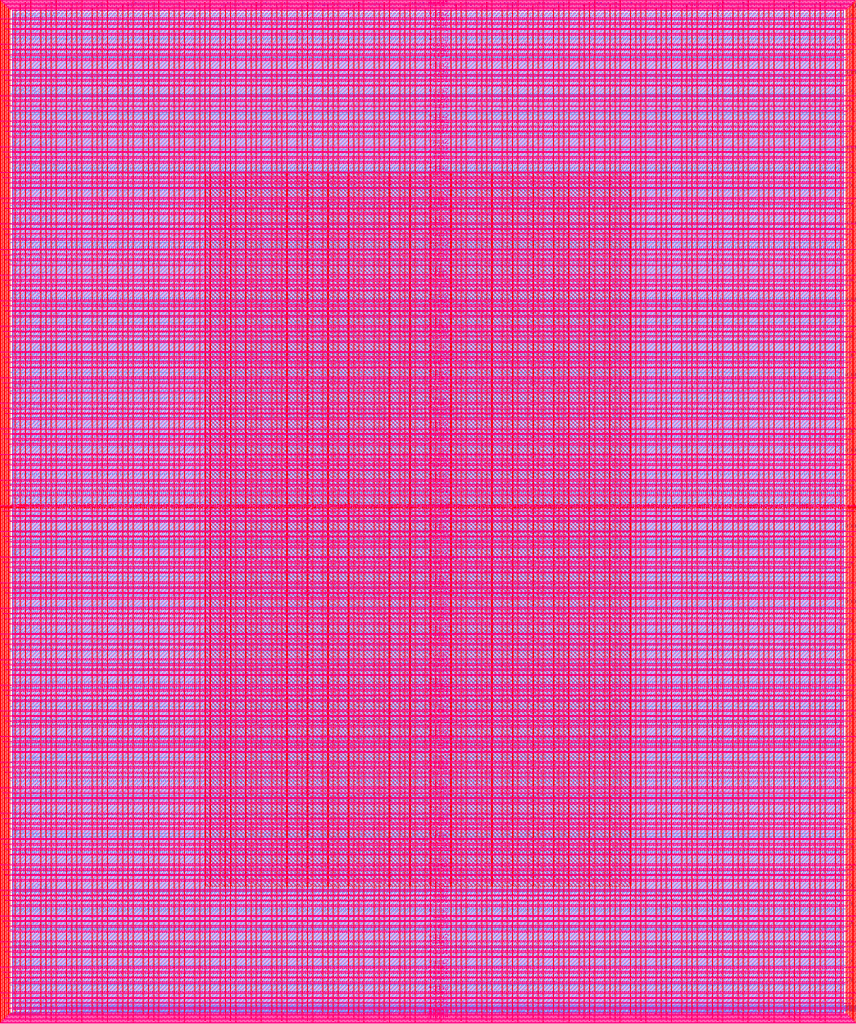
<source format=lef>
VERSION 5.7 ;
  NOWIREEXTENSIONATPIN ON ;
  DIVIDERCHAR "/" ;
  BUSBITCHARS "[]" ;
MACRO user_project_wrapper
  CLASS BLOCK ;
  FOREIGN user_project_wrapper ;
  ORIGIN 0.000 0.000 ;
  SIZE 2920.000 BY 3520.000 ;
  PIN analog_io[0]
    DIRECTION INOUT ;
    USE SIGNAL ;
    PORT
      LAYER met3 ;
        RECT 2917.600 1426.380 2924.800 1427.580 ;
    END
  END analog_io[0]
  PIN analog_io[10]
    DIRECTION INOUT ;
    USE SIGNAL ;
    PORT
      LAYER met2 ;
        RECT 2230.490 3517.600 2231.050 3524.800 ;
    END
  END analog_io[10]
  PIN analog_io[11]
    DIRECTION INOUT ;
    USE SIGNAL ;
    PORT
      LAYER met2 ;
        RECT 1905.730 3517.600 1906.290 3524.800 ;
    END
  END analog_io[11]
  PIN analog_io[12]
    DIRECTION INOUT ;
    USE SIGNAL ;
    PORT
      LAYER met2 ;
        RECT 1581.430 3517.600 1581.990 3524.800 ;
    END
  END analog_io[12]
  PIN analog_io[13]
    DIRECTION INOUT ;
    USE SIGNAL ;
    PORT
      LAYER met2 ;
        RECT 1257.130 3517.600 1257.690 3524.800 ;
    END
  END analog_io[13]
  PIN analog_io[14]
    DIRECTION INOUT ;
    USE SIGNAL ;
    PORT
      LAYER met2 ;
        RECT 932.370 3517.600 932.930 3524.800 ;
    END
  END analog_io[14]
  PIN analog_io[15]
    DIRECTION INOUT ;
    USE SIGNAL ;
    PORT
      LAYER met2 ;
        RECT 608.070 3517.600 608.630 3524.800 ;
    END
  END analog_io[15]
  PIN analog_io[16]
    DIRECTION INOUT ;
    USE SIGNAL ;
    PORT
      LAYER met2 ;
        RECT 283.770 3517.600 284.330 3524.800 ;
    END
  END analog_io[16]
  PIN analog_io[17]
    DIRECTION INOUT ;
    USE SIGNAL ;
    PORT
      LAYER met3 ;
        RECT -4.800 3486.100 2.400 3487.300 ;
    END
  END analog_io[17]
  PIN analog_io[18]
    DIRECTION INOUT ;
    USE SIGNAL ;
    PORT
      LAYER met3 ;
        RECT -4.800 3224.980 2.400 3226.180 ;
    END
  END analog_io[18]
  PIN analog_io[19]
    DIRECTION INOUT ;
    USE SIGNAL ;
    PORT
      LAYER met3 ;
        RECT -4.800 2964.540 2.400 2965.740 ;
    END
  END analog_io[19]
  PIN analog_io[1]
    DIRECTION INOUT ;
    USE SIGNAL ;
    PORT
      LAYER met3 ;
        RECT 2917.600 1692.260 2924.800 1693.460 ;
    END
  END analog_io[1]
  PIN analog_io[20]
    DIRECTION INOUT ;
    USE SIGNAL ;
    PORT
      LAYER met3 ;
        RECT -4.800 2703.420 2.400 2704.620 ;
    END
  END analog_io[20]
  PIN analog_io[21]
    DIRECTION INOUT ;
    USE SIGNAL ;
    PORT
      LAYER met3 ;
        RECT -4.800 2442.980 2.400 2444.180 ;
    END
  END analog_io[21]
  PIN analog_io[22]
    DIRECTION INOUT ;
    USE SIGNAL ;
    PORT
      LAYER met3 ;
        RECT -4.800 2182.540 2.400 2183.740 ;
    END
  END analog_io[22]
  PIN analog_io[23]
    DIRECTION INOUT ;
    USE SIGNAL ;
    PORT
      LAYER met3 ;
        RECT -4.800 1921.420 2.400 1922.620 ;
    END
  END analog_io[23]
  PIN analog_io[24]
    DIRECTION INOUT ;
    USE SIGNAL ;
    PORT
      LAYER met3 ;
        RECT -4.800 1660.980 2.400 1662.180 ;
    END
  END analog_io[24]
  PIN analog_io[25]
    DIRECTION INOUT ;
    USE SIGNAL ;
    PORT
      LAYER met3 ;
        RECT -4.800 1399.860 2.400 1401.060 ;
    END
  END analog_io[25]
  PIN analog_io[26]
    DIRECTION INOUT ;
    USE SIGNAL ;
    PORT
      LAYER met3 ;
        RECT -4.800 1139.420 2.400 1140.620 ;
    END
  END analog_io[26]
  PIN analog_io[27]
    DIRECTION INOUT ;
    USE SIGNAL ;
    PORT
      LAYER met3 ;
        RECT -4.800 878.980 2.400 880.180 ;
    END
  END analog_io[27]
  PIN analog_io[28]
    DIRECTION INOUT ;
    USE SIGNAL ;
    PORT
      LAYER met3 ;
        RECT -4.800 617.860 2.400 619.060 ;
    END
  END analog_io[28]
  PIN analog_io[2]
    DIRECTION INOUT ;
    USE SIGNAL ;
    PORT
      LAYER met3 ;
        RECT 2917.600 1958.140 2924.800 1959.340 ;
    END
  END analog_io[2]
  PIN analog_io[3]
    DIRECTION INOUT ;
    USE SIGNAL ;
    PORT
      LAYER met3 ;
        RECT 2917.600 2223.340 2924.800 2224.540 ;
    END
  END analog_io[3]
  PIN analog_io[4]
    DIRECTION INOUT ;
    USE SIGNAL ;
    PORT
      LAYER met3 ;
        RECT 2917.600 2489.220 2924.800 2490.420 ;
    END
  END analog_io[4]
  PIN analog_io[5]
    DIRECTION INOUT ;
    USE SIGNAL ;
    PORT
      LAYER met3 ;
        RECT 2917.600 2755.100 2924.800 2756.300 ;
    END
  END analog_io[5]
  PIN analog_io[6]
    DIRECTION INOUT ;
    USE SIGNAL ;
    PORT
      LAYER met3 ;
        RECT 2917.600 3020.300 2924.800 3021.500 ;
    END
  END analog_io[6]
  PIN analog_io[7]
    DIRECTION INOUT ;
    USE SIGNAL ;
    PORT
      LAYER met3 ;
        RECT 2917.600 3286.180 2924.800 3287.380 ;
    END
  END analog_io[7]
  PIN analog_io[8]
    DIRECTION INOUT ;
    USE SIGNAL ;
    PORT
      LAYER met2 ;
        RECT 2879.090 3517.600 2879.650 3524.800 ;
    END
  END analog_io[8]
  PIN analog_io[9]
    DIRECTION INOUT ;
    USE SIGNAL ;
    PORT
      LAYER met2 ;
        RECT 2554.790 3517.600 2555.350 3524.800 ;
    END
  END analog_io[9]
  PIN io_in[0]
    DIRECTION INPUT ;
    USE SIGNAL ;
    PORT
      LAYER met3 ;
        RECT 2917.600 32.380 2924.800 33.580 ;
    END
  END io_in[0]
  PIN io_in[10]
    DIRECTION INPUT ;
    USE SIGNAL ;
    PORT
      LAYER met3 ;
        RECT 2917.600 2289.980 2924.800 2291.180 ;
    END
  END io_in[10]
  PIN io_in[11]
    DIRECTION INPUT ;
    USE SIGNAL ;
    PORT
      LAYER met3 ;
        RECT 2917.600 2555.860 2924.800 2557.060 ;
    END
  END io_in[11]
  PIN io_in[12]
    DIRECTION INPUT ;
    USE SIGNAL ;
    PORT
      LAYER met3 ;
        RECT 2917.600 2821.060 2924.800 2822.260 ;
    END
  END io_in[12]
  PIN io_in[13]
    DIRECTION INPUT ;
    USE SIGNAL ;
    PORT
      LAYER met3 ;
        RECT 2917.600 3086.940 2924.800 3088.140 ;
    END
  END io_in[13]
  PIN io_in[14]
    DIRECTION INPUT ;
    USE SIGNAL ;
    PORT
      LAYER met3 ;
        RECT 2917.600 3352.820 2924.800 3354.020 ;
    END
  END io_in[14]
  PIN io_in[15]
    DIRECTION INPUT ;
    USE SIGNAL ;
    PORT
      LAYER met2 ;
        RECT 2798.130 3517.600 2798.690 3524.800 ;
    END
  END io_in[15]
  PIN io_in[16]
    DIRECTION INPUT ;
    USE SIGNAL ;
    PORT
      LAYER met2 ;
        RECT 2473.830 3517.600 2474.390 3524.800 ;
    END
  END io_in[16]
  PIN io_in[17]
    DIRECTION INPUT ;
    USE SIGNAL ;
    PORT
      LAYER met2 ;
        RECT 2149.070 3517.600 2149.630 3524.800 ;
    END
  END io_in[17]
  PIN io_in[18]
    DIRECTION INPUT ;
    USE SIGNAL ;
    PORT
      LAYER met2 ;
        RECT 1824.770 3517.600 1825.330 3524.800 ;
    END
  END io_in[18]
  PIN io_in[19]
    DIRECTION INPUT ;
    USE SIGNAL ;
    PORT
      LAYER met2 ;
        RECT 1500.470 3517.600 1501.030 3524.800 ;
    END
  END io_in[19]
  PIN io_in[1]
    DIRECTION INPUT ;
    USE SIGNAL ;
    PORT
      LAYER met3 ;
        RECT 2917.600 230.940 2924.800 232.140 ;
    END
  END io_in[1]
  PIN io_in[20]
    DIRECTION INPUT ;
    USE SIGNAL ;
    PORT
      LAYER met2 ;
        RECT 1175.710 3517.600 1176.270 3524.800 ;
    END
  END io_in[20]
  PIN io_in[21]
    DIRECTION INPUT ;
    USE SIGNAL ;
    PORT
      LAYER met2 ;
        RECT 851.410 3517.600 851.970 3524.800 ;
    END
  END io_in[21]
  PIN io_in[22]
    DIRECTION INPUT ;
    USE SIGNAL ;
    PORT
      LAYER met2 ;
        RECT 527.110 3517.600 527.670 3524.800 ;
    END
  END io_in[22]
  PIN io_in[23]
    DIRECTION INPUT ;
    USE SIGNAL ;
    PORT
      LAYER met2 ;
        RECT 202.350 3517.600 202.910 3524.800 ;
    END
  END io_in[23]
  PIN io_in[24]
    DIRECTION INPUT ;
    USE SIGNAL ;
    PORT
      LAYER met3 ;
        RECT -4.800 3420.820 2.400 3422.020 ;
    END
  END io_in[24]
  PIN io_in[25]
    DIRECTION INPUT ;
    USE SIGNAL ;
    PORT
      LAYER met3 ;
        RECT -4.800 3159.700 2.400 3160.900 ;
    END
  END io_in[25]
  PIN io_in[26]
    DIRECTION INPUT ;
    USE SIGNAL ;
    PORT
      LAYER met3 ;
        RECT -4.800 2899.260 2.400 2900.460 ;
    END
  END io_in[26]
  PIN io_in[27]
    DIRECTION INPUT ;
    USE SIGNAL ;
    PORT
      LAYER met3 ;
        RECT -4.800 2638.820 2.400 2640.020 ;
    END
  END io_in[27]
  PIN io_in[28]
    DIRECTION INPUT ;
    USE SIGNAL ;
    PORT
      LAYER met3 ;
        RECT -4.800 2377.700 2.400 2378.900 ;
    END
  END io_in[28]
  PIN io_in[29]
    DIRECTION INPUT ;
    USE SIGNAL ;
    PORT
      LAYER met3 ;
        RECT -4.800 2117.260 2.400 2118.460 ;
    END
  END io_in[29]
  PIN io_in[2]
    DIRECTION INPUT ;
    USE SIGNAL ;
    PORT
      LAYER met3 ;
        RECT 2917.600 430.180 2924.800 431.380 ;
    END
  END io_in[2]
  PIN io_in[30]
    DIRECTION INPUT ;
    USE SIGNAL ;
    PORT
      LAYER met3 ;
        RECT -4.800 1856.140 2.400 1857.340 ;
    END
  END io_in[30]
  PIN io_in[31]
    DIRECTION INPUT ;
    USE SIGNAL ;
    PORT
      LAYER met3 ;
        RECT -4.800 1595.700 2.400 1596.900 ;
    END
  END io_in[31]
  PIN io_in[32]
    DIRECTION INPUT ;
    USE SIGNAL ;
    PORT
      LAYER met3 ;
        RECT -4.800 1335.260 2.400 1336.460 ;
    END
  END io_in[32]
  PIN io_in[33]
    DIRECTION INPUT ;
    USE SIGNAL ;
    PORT
      LAYER met3 ;
        RECT -4.800 1074.140 2.400 1075.340 ;
    END
  END io_in[33]
  PIN io_in[34]
    DIRECTION INPUT ;
    USE SIGNAL ;
    PORT
      LAYER met3 ;
        RECT -4.800 813.700 2.400 814.900 ;
    END
  END io_in[34]
  PIN io_in[35]
    DIRECTION INPUT ;
    USE SIGNAL ;
    PORT
      LAYER met3 ;
        RECT -4.800 552.580 2.400 553.780 ;
    END
  END io_in[35]
  PIN io_in[36]
    DIRECTION INPUT ;
    USE SIGNAL ;
    PORT
      LAYER met3 ;
        RECT -4.800 357.420 2.400 358.620 ;
    END
  END io_in[36]
  PIN io_in[37]
    DIRECTION INPUT ;
    USE SIGNAL ;
    PORT
      LAYER met3 ;
        RECT -4.800 161.580 2.400 162.780 ;
    END
  END io_in[37]
  PIN io_in[3]
    DIRECTION INPUT ;
    USE SIGNAL ;
    PORT
      LAYER met3 ;
        RECT 2917.600 629.420 2924.800 630.620 ;
    END
  END io_in[3]
  PIN io_in[4]
    DIRECTION INPUT ;
    USE SIGNAL ;
    PORT
      LAYER met3 ;
        RECT 2917.600 828.660 2924.800 829.860 ;
    END
  END io_in[4]
  PIN io_in[5]
    DIRECTION INPUT ;
    USE SIGNAL ;
    PORT
      LAYER met3 ;
        RECT 2917.600 1027.900 2924.800 1029.100 ;
    END
  END io_in[5]
  PIN io_in[6]
    DIRECTION INPUT ;
    USE SIGNAL ;
    PORT
      LAYER met3 ;
        RECT 2917.600 1227.140 2924.800 1228.340 ;
    END
  END io_in[6]
  PIN io_in[7]
    DIRECTION INPUT ;
    USE SIGNAL ;
    PORT
      LAYER met3 ;
        RECT 2917.600 1493.020 2924.800 1494.220 ;
    END
  END io_in[7]
  PIN io_in[8]
    DIRECTION INPUT ;
    USE SIGNAL ;
    PORT
      LAYER met3 ;
        RECT 2917.600 1758.900 2924.800 1760.100 ;
    END
  END io_in[8]
  PIN io_in[9]
    DIRECTION INPUT ;
    USE SIGNAL ;
    PORT
      LAYER met3 ;
        RECT 2917.600 2024.100 2924.800 2025.300 ;
    END
  END io_in[9]
  PIN io_oeb[0]
    DIRECTION OUTPUT TRISTATE ;
    USE SIGNAL ;
    PORT
      LAYER met3 ;
        RECT 2917.600 164.980 2924.800 166.180 ;
    END
  END io_oeb[0]
  PIN io_oeb[10]
    DIRECTION OUTPUT TRISTATE ;
    USE SIGNAL ;
    PORT
      LAYER met3 ;
        RECT 2917.600 2422.580 2924.800 2423.780 ;
    END
  END io_oeb[10]
  PIN io_oeb[11]
    DIRECTION OUTPUT TRISTATE ;
    USE SIGNAL ;
    PORT
      LAYER met3 ;
        RECT 2917.600 2688.460 2924.800 2689.660 ;
    END
  END io_oeb[11]
  PIN io_oeb[12]
    DIRECTION OUTPUT TRISTATE ;
    USE SIGNAL ;
    PORT
      LAYER met3 ;
        RECT 2917.600 2954.340 2924.800 2955.540 ;
    END
  END io_oeb[12]
  PIN io_oeb[13]
    DIRECTION OUTPUT TRISTATE ;
    USE SIGNAL ;
    PORT
      LAYER met3 ;
        RECT 2917.600 3219.540 2924.800 3220.740 ;
    END
  END io_oeb[13]
  PIN io_oeb[14]
    DIRECTION OUTPUT TRISTATE ;
    USE SIGNAL ;
    PORT
      LAYER met3 ;
        RECT 2917.600 3485.420 2924.800 3486.620 ;
    END
  END io_oeb[14]
  PIN io_oeb[15]
    DIRECTION OUTPUT TRISTATE ;
    USE SIGNAL ;
    PORT
      LAYER met2 ;
        RECT 2635.750 3517.600 2636.310 3524.800 ;
    END
  END io_oeb[15]
  PIN io_oeb[16]
    DIRECTION OUTPUT TRISTATE ;
    USE SIGNAL ;
    PORT
      LAYER met2 ;
        RECT 2311.450 3517.600 2312.010 3524.800 ;
    END
  END io_oeb[16]
  PIN io_oeb[17]
    DIRECTION OUTPUT TRISTATE ;
    USE SIGNAL ;
    PORT
      LAYER met2 ;
        RECT 1987.150 3517.600 1987.710 3524.800 ;
    END
  END io_oeb[17]
  PIN io_oeb[18]
    DIRECTION OUTPUT TRISTATE ;
    USE SIGNAL ;
    PORT
      LAYER met2 ;
        RECT 1662.390 3517.600 1662.950 3524.800 ;
    END
  END io_oeb[18]
  PIN io_oeb[19]
    DIRECTION OUTPUT TRISTATE ;
    USE SIGNAL ;
    PORT
      LAYER met2 ;
        RECT 1338.090 3517.600 1338.650 3524.800 ;
    END
  END io_oeb[19]
  PIN io_oeb[1]
    DIRECTION OUTPUT TRISTATE ;
    USE SIGNAL ;
    PORT
      LAYER met3 ;
        RECT 2917.600 364.220 2924.800 365.420 ;
    END
  END io_oeb[1]
  PIN io_oeb[20]
    DIRECTION OUTPUT TRISTATE ;
    USE SIGNAL ;
    PORT
      LAYER met2 ;
        RECT 1013.790 3517.600 1014.350 3524.800 ;
    END
  END io_oeb[20]
  PIN io_oeb[21]
    DIRECTION OUTPUT TRISTATE ;
    USE SIGNAL ;
    PORT
      LAYER met2 ;
        RECT 689.030 3517.600 689.590 3524.800 ;
    END
  END io_oeb[21]
  PIN io_oeb[22]
    DIRECTION OUTPUT TRISTATE ;
    USE SIGNAL ;
    PORT
      LAYER met2 ;
        RECT 364.730 3517.600 365.290 3524.800 ;
    END
  END io_oeb[22]
  PIN io_oeb[23]
    DIRECTION OUTPUT TRISTATE ;
    USE SIGNAL ;
    PORT
      LAYER met2 ;
        RECT 40.430 3517.600 40.990 3524.800 ;
    END
  END io_oeb[23]
  PIN io_oeb[24]
    DIRECTION OUTPUT TRISTATE ;
    USE SIGNAL ;
    PORT
      LAYER met3 ;
        RECT -4.800 3290.260 2.400 3291.460 ;
    END
  END io_oeb[24]
  PIN io_oeb[25]
    DIRECTION OUTPUT TRISTATE ;
    USE SIGNAL ;
    PORT
      LAYER met3 ;
        RECT -4.800 3029.820 2.400 3031.020 ;
    END
  END io_oeb[25]
  PIN io_oeb[26]
    DIRECTION OUTPUT TRISTATE ;
    USE SIGNAL ;
    PORT
      LAYER met3 ;
        RECT -4.800 2768.700 2.400 2769.900 ;
    END
  END io_oeb[26]
  PIN io_oeb[27]
    DIRECTION OUTPUT TRISTATE ;
    USE SIGNAL ;
    PORT
      LAYER met3 ;
        RECT -4.800 2508.260 2.400 2509.460 ;
    END
  END io_oeb[27]
  PIN io_oeb[28]
    DIRECTION OUTPUT TRISTATE ;
    USE SIGNAL ;
    PORT
      LAYER met3 ;
        RECT -4.800 2247.140 2.400 2248.340 ;
    END
  END io_oeb[28]
  PIN io_oeb[29]
    DIRECTION OUTPUT TRISTATE ;
    USE SIGNAL ;
    PORT
      LAYER met3 ;
        RECT -4.800 1986.700 2.400 1987.900 ;
    END
  END io_oeb[29]
  PIN io_oeb[2]
    DIRECTION OUTPUT TRISTATE ;
    USE SIGNAL ;
    PORT
      LAYER met3 ;
        RECT 2917.600 563.460 2924.800 564.660 ;
    END
  END io_oeb[2]
  PIN io_oeb[30]
    DIRECTION OUTPUT TRISTATE ;
    USE SIGNAL ;
    PORT
      LAYER met3 ;
        RECT -4.800 1726.260 2.400 1727.460 ;
    END
  END io_oeb[30]
  PIN io_oeb[31]
    DIRECTION OUTPUT TRISTATE ;
    USE SIGNAL ;
    PORT
      LAYER met3 ;
        RECT -4.800 1465.140 2.400 1466.340 ;
    END
  END io_oeb[31]
  PIN io_oeb[32]
    DIRECTION OUTPUT TRISTATE ;
    USE SIGNAL ;
    PORT
      LAYER met3 ;
        RECT -4.800 1204.700 2.400 1205.900 ;
    END
  END io_oeb[32]
  PIN io_oeb[33]
    DIRECTION OUTPUT TRISTATE ;
    USE SIGNAL ;
    PORT
      LAYER met3 ;
        RECT -4.800 943.580 2.400 944.780 ;
    END
  END io_oeb[33]
  PIN io_oeb[34]
    DIRECTION OUTPUT TRISTATE ;
    USE SIGNAL ;
    PORT
      LAYER met3 ;
        RECT -4.800 683.140 2.400 684.340 ;
    END
  END io_oeb[34]
  PIN io_oeb[35]
    DIRECTION OUTPUT TRISTATE ;
    USE SIGNAL ;
    PORT
      LAYER met3 ;
        RECT -4.800 422.700 2.400 423.900 ;
    END
  END io_oeb[35]
  PIN io_oeb[36]
    DIRECTION OUTPUT TRISTATE ;
    USE SIGNAL ;
    PORT
      LAYER met3 ;
        RECT -4.800 226.860 2.400 228.060 ;
    END
  END io_oeb[36]
  PIN io_oeb[37]
    DIRECTION OUTPUT TRISTATE ;
    USE SIGNAL ;
    PORT
      LAYER met3 ;
        RECT -4.800 31.700 2.400 32.900 ;
    END
  END io_oeb[37]
  PIN io_oeb[3]
    DIRECTION OUTPUT TRISTATE ;
    USE SIGNAL ;
    PORT
      LAYER met3 ;
        RECT 2917.600 762.700 2924.800 763.900 ;
    END
  END io_oeb[3]
  PIN io_oeb[4]
    DIRECTION OUTPUT TRISTATE ;
    USE SIGNAL ;
    PORT
      LAYER met3 ;
        RECT 2917.600 961.940 2924.800 963.140 ;
    END
  END io_oeb[4]
  PIN io_oeb[5]
    DIRECTION OUTPUT TRISTATE ;
    USE SIGNAL ;
    PORT
      LAYER met3 ;
        RECT 2917.600 1161.180 2924.800 1162.380 ;
    END
  END io_oeb[5]
  PIN io_oeb[6]
    DIRECTION OUTPUT TRISTATE ;
    USE SIGNAL ;
    PORT
      LAYER met3 ;
        RECT 2917.600 1360.420 2924.800 1361.620 ;
    END
  END io_oeb[6]
  PIN io_oeb[7]
    DIRECTION OUTPUT TRISTATE ;
    USE SIGNAL ;
    PORT
      LAYER met3 ;
        RECT 2917.600 1625.620 2924.800 1626.820 ;
    END
  END io_oeb[7]
  PIN io_oeb[8]
    DIRECTION OUTPUT TRISTATE ;
    USE SIGNAL ;
    PORT
      LAYER met3 ;
        RECT 2917.600 1891.500 2924.800 1892.700 ;
    END
  END io_oeb[8]
  PIN io_oeb[9]
    DIRECTION OUTPUT TRISTATE ;
    USE SIGNAL ;
    PORT
      LAYER met3 ;
        RECT 2917.600 2157.380 2924.800 2158.580 ;
    END
  END io_oeb[9]
  PIN io_out[0]
    DIRECTION OUTPUT TRISTATE ;
    USE SIGNAL ;
    PORT
      LAYER met3 ;
        RECT 2917.600 98.340 2924.800 99.540 ;
    END
  END io_out[0]
  PIN io_out[10]
    DIRECTION OUTPUT TRISTATE ;
    USE SIGNAL ;
    PORT
      LAYER met3 ;
        RECT 2917.600 2356.620 2924.800 2357.820 ;
    END
  END io_out[10]
  PIN io_out[11]
    DIRECTION OUTPUT TRISTATE ;
    USE SIGNAL ;
    PORT
      LAYER met3 ;
        RECT 2917.600 2621.820 2924.800 2623.020 ;
    END
  END io_out[11]
  PIN io_out[12]
    DIRECTION OUTPUT TRISTATE ;
    USE SIGNAL ;
    PORT
      LAYER met3 ;
        RECT 2917.600 2887.700 2924.800 2888.900 ;
    END
  END io_out[12]
  PIN io_out[13]
    DIRECTION OUTPUT TRISTATE ;
    USE SIGNAL ;
    PORT
      LAYER met3 ;
        RECT 2917.600 3153.580 2924.800 3154.780 ;
    END
  END io_out[13]
  PIN io_out[14]
    DIRECTION OUTPUT TRISTATE ;
    USE SIGNAL ;
    PORT
      LAYER met3 ;
        RECT 2917.600 3418.780 2924.800 3419.980 ;
    END
  END io_out[14]
  PIN io_out[15]
    DIRECTION OUTPUT TRISTATE ;
    USE SIGNAL ;
    PORT
      LAYER met2 ;
        RECT 2717.170 3517.600 2717.730 3524.800 ;
    END
  END io_out[15]
  PIN io_out[16]
    DIRECTION OUTPUT TRISTATE ;
    USE SIGNAL ;
    PORT
      LAYER met2 ;
        RECT 2392.410 3517.600 2392.970 3524.800 ;
    END
  END io_out[16]
  PIN io_out[17]
    DIRECTION OUTPUT TRISTATE ;
    USE SIGNAL ;
    PORT
      LAYER met2 ;
        RECT 2068.110 3517.600 2068.670 3524.800 ;
    END
  END io_out[17]
  PIN io_out[18]
    DIRECTION OUTPUT TRISTATE ;
    USE SIGNAL ;
    PORT
      LAYER met2 ;
        RECT 1743.810 3517.600 1744.370 3524.800 ;
    END
  END io_out[18]
  PIN io_out[19]
    DIRECTION OUTPUT TRISTATE ;
    USE SIGNAL ;
    PORT
      LAYER met2 ;
        RECT 1419.050 3517.600 1419.610 3524.800 ;
    END
  END io_out[19]
  PIN io_out[1]
    DIRECTION OUTPUT TRISTATE ;
    USE SIGNAL ;
    PORT
      LAYER met3 ;
        RECT 2917.600 297.580 2924.800 298.780 ;
    END
  END io_out[1]
  PIN io_out[20]
    DIRECTION OUTPUT TRISTATE ;
    USE SIGNAL ;
    PORT
      LAYER met2 ;
        RECT 1094.750 3517.600 1095.310 3524.800 ;
    END
  END io_out[20]
  PIN io_out[21]
    DIRECTION OUTPUT TRISTATE ;
    USE SIGNAL ;
    PORT
      LAYER met2 ;
        RECT 770.450 3517.600 771.010 3524.800 ;
    END
  END io_out[21]
  PIN io_out[22]
    DIRECTION OUTPUT TRISTATE ;
    USE SIGNAL ;
    PORT
      LAYER met2 ;
        RECT 445.690 3517.600 446.250 3524.800 ;
    END
  END io_out[22]
  PIN io_out[23]
    DIRECTION OUTPUT TRISTATE ;
    USE SIGNAL ;
    PORT
      LAYER met2 ;
        RECT 121.390 3517.600 121.950 3524.800 ;
    END
  END io_out[23]
  PIN io_out[24]
    DIRECTION OUTPUT TRISTATE ;
    USE SIGNAL ;
    PORT
      LAYER met3 ;
        RECT -4.800 3355.540 2.400 3356.740 ;
    END
  END io_out[24]
  PIN io_out[25]
    DIRECTION OUTPUT TRISTATE ;
    USE SIGNAL ;
    PORT
      LAYER met3 ;
        RECT -4.800 3095.100 2.400 3096.300 ;
    END
  END io_out[25]
  PIN io_out[26]
    DIRECTION OUTPUT TRISTATE ;
    USE SIGNAL ;
    PORT
      LAYER met3 ;
        RECT -4.800 2833.980 2.400 2835.180 ;
    END
  END io_out[26]
  PIN io_out[27]
    DIRECTION OUTPUT TRISTATE ;
    USE SIGNAL ;
    PORT
      LAYER met3 ;
        RECT -4.800 2573.540 2.400 2574.740 ;
    END
  END io_out[27]
  PIN io_out[28]
    DIRECTION OUTPUT TRISTATE ;
    USE SIGNAL ;
    PORT
      LAYER met3 ;
        RECT -4.800 2312.420 2.400 2313.620 ;
    END
  END io_out[28]
  PIN io_out[29]
    DIRECTION OUTPUT TRISTATE ;
    USE SIGNAL ;
    PORT
      LAYER met3 ;
        RECT -4.800 2051.980 2.400 2053.180 ;
    END
  END io_out[29]
  PIN io_out[2]
    DIRECTION OUTPUT TRISTATE ;
    USE SIGNAL ;
    PORT
      LAYER met3 ;
        RECT 2917.600 496.820 2924.800 498.020 ;
    END
  END io_out[2]
  PIN io_out[30]
    DIRECTION OUTPUT TRISTATE ;
    USE SIGNAL ;
    PORT
      LAYER met3 ;
        RECT -4.800 1791.540 2.400 1792.740 ;
    END
  END io_out[30]
  PIN io_out[31]
    DIRECTION OUTPUT TRISTATE ;
    USE SIGNAL ;
    PORT
      LAYER met3 ;
        RECT -4.800 1530.420 2.400 1531.620 ;
    END
  END io_out[31]
  PIN io_out[32]
    DIRECTION OUTPUT TRISTATE ;
    USE SIGNAL ;
    PORT
      LAYER met3 ;
        RECT -4.800 1269.980 2.400 1271.180 ;
    END
  END io_out[32]
  PIN io_out[33]
    DIRECTION OUTPUT TRISTATE ;
    USE SIGNAL ;
    PORT
      LAYER met3 ;
        RECT -4.800 1008.860 2.400 1010.060 ;
    END
  END io_out[33]
  PIN io_out[34]
    DIRECTION OUTPUT TRISTATE ;
    USE SIGNAL ;
    PORT
      LAYER met3 ;
        RECT -4.800 748.420 2.400 749.620 ;
    END
  END io_out[34]
  PIN io_out[35]
    DIRECTION OUTPUT TRISTATE ;
    USE SIGNAL ;
    PORT
      LAYER met3 ;
        RECT -4.800 487.300 2.400 488.500 ;
    END
  END io_out[35]
  PIN io_out[36]
    DIRECTION OUTPUT TRISTATE ;
    USE SIGNAL ;
    PORT
      LAYER met3 ;
        RECT -4.800 292.140 2.400 293.340 ;
    END
  END io_out[36]
  PIN io_out[37]
    DIRECTION OUTPUT TRISTATE ;
    USE SIGNAL ;
    PORT
      LAYER met3 ;
        RECT -4.800 96.300 2.400 97.500 ;
    END
  END io_out[37]
  PIN io_out[3]
    DIRECTION OUTPUT TRISTATE ;
    USE SIGNAL ;
    PORT
      LAYER met3 ;
        RECT 2917.600 696.060 2924.800 697.260 ;
    END
  END io_out[3]
  PIN io_out[4]
    DIRECTION OUTPUT TRISTATE ;
    USE SIGNAL ;
    PORT
      LAYER met3 ;
        RECT 2917.600 895.300 2924.800 896.500 ;
    END
  END io_out[4]
  PIN io_out[5]
    DIRECTION OUTPUT TRISTATE ;
    USE SIGNAL ;
    PORT
      LAYER met3 ;
        RECT 2917.600 1094.540 2924.800 1095.740 ;
    END
  END io_out[5]
  PIN io_out[6]
    DIRECTION OUTPUT TRISTATE ;
    USE SIGNAL ;
    PORT
      LAYER met3 ;
        RECT 2917.600 1293.780 2924.800 1294.980 ;
    END
  END io_out[6]
  PIN io_out[7]
    DIRECTION OUTPUT TRISTATE ;
    USE SIGNAL ;
    PORT
      LAYER met3 ;
        RECT 2917.600 1559.660 2924.800 1560.860 ;
    END
  END io_out[7]
  PIN io_out[8]
    DIRECTION OUTPUT TRISTATE ;
    USE SIGNAL ;
    PORT
      LAYER met3 ;
        RECT 2917.600 1824.860 2924.800 1826.060 ;
    END
  END io_out[8]
  PIN io_out[9]
    DIRECTION OUTPUT TRISTATE ;
    USE SIGNAL ;
    PORT
      LAYER met3 ;
        RECT 2917.600 2090.740 2924.800 2091.940 ;
    END
  END io_out[9]
  PIN la_data_in[0]
    DIRECTION INPUT ;
    USE SIGNAL ;
    PORT
      LAYER met2 ;
        RECT 629.230 -4.800 629.790 2.400 ;
    END
  END la_data_in[0]
  PIN la_data_in[100]
    DIRECTION INPUT ;
    USE SIGNAL ;
    PORT
      LAYER met2 ;
        RECT 2402.530 -4.800 2403.090 2.400 ;
    END
  END la_data_in[100]
  PIN la_data_in[101]
    DIRECTION INPUT ;
    USE SIGNAL ;
    PORT
      LAYER met2 ;
        RECT 2420.010 -4.800 2420.570 2.400 ;
    END
  END la_data_in[101]
  PIN la_data_in[102]
    DIRECTION INPUT ;
    USE SIGNAL ;
    PORT
      LAYER met2 ;
        RECT 2437.950 -4.800 2438.510 2.400 ;
    END
  END la_data_in[102]
  PIN la_data_in[103]
    DIRECTION INPUT ;
    USE SIGNAL ;
    PORT
      LAYER met2 ;
        RECT 2455.430 -4.800 2455.990 2.400 ;
    END
  END la_data_in[103]
  PIN la_data_in[104]
    DIRECTION INPUT ;
    USE SIGNAL ;
    PORT
      LAYER met2 ;
        RECT 2473.370 -4.800 2473.930 2.400 ;
    END
  END la_data_in[104]
  PIN la_data_in[105]
    DIRECTION INPUT ;
    USE SIGNAL ;
    PORT
      LAYER met2 ;
        RECT 2490.850 -4.800 2491.410 2.400 ;
    END
  END la_data_in[105]
  PIN la_data_in[106]
    DIRECTION INPUT ;
    USE SIGNAL ;
    PORT
      LAYER met2 ;
        RECT 2508.790 -4.800 2509.350 2.400 ;
    END
  END la_data_in[106]
  PIN la_data_in[107]
    DIRECTION INPUT ;
    USE SIGNAL ;
    PORT
      LAYER met2 ;
        RECT 2526.730 -4.800 2527.290 2.400 ;
    END
  END la_data_in[107]
  PIN la_data_in[108]
    DIRECTION INPUT ;
    USE SIGNAL ;
    PORT
      LAYER met2 ;
        RECT 2544.210 -4.800 2544.770 2.400 ;
    END
  END la_data_in[108]
  PIN la_data_in[109]
    DIRECTION INPUT ;
    USE SIGNAL ;
    PORT
      LAYER met2 ;
        RECT 2562.150 -4.800 2562.710 2.400 ;
    END
  END la_data_in[109]
  PIN la_data_in[10]
    DIRECTION INPUT ;
    USE SIGNAL ;
    PORT
      LAYER met2 ;
        RECT 806.330 -4.800 806.890 2.400 ;
    END
  END la_data_in[10]
  PIN la_data_in[110]
    DIRECTION INPUT ;
    USE SIGNAL ;
    PORT
      LAYER met2 ;
        RECT 2579.630 -4.800 2580.190 2.400 ;
    END
  END la_data_in[110]
  PIN la_data_in[111]
    DIRECTION INPUT ;
    USE SIGNAL ;
    PORT
      LAYER met2 ;
        RECT 2597.570 -4.800 2598.130 2.400 ;
    END
  END la_data_in[111]
  PIN la_data_in[112]
    DIRECTION INPUT ;
    USE SIGNAL ;
    PORT
      LAYER met2 ;
        RECT 2615.050 -4.800 2615.610 2.400 ;
    END
  END la_data_in[112]
  PIN la_data_in[113]
    DIRECTION INPUT ;
    USE SIGNAL ;
    PORT
      LAYER met2 ;
        RECT 2632.990 -4.800 2633.550 2.400 ;
    END
  END la_data_in[113]
  PIN la_data_in[114]
    DIRECTION INPUT ;
    USE SIGNAL ;
    PORT
      LAYER met2 ;
        RECT 2650.470 -4.800 2651.030 2.400 ;
    END
  END la_data_in[114]
  PIN la_data_in[115]
    DIRECTION INPUT ;
    USE SIGNAL ;
    PORT
      LAYER met2 ;
        RECT 2668.410 -4.800 2668.970 2.400 ;
    END
  END la_data_in[115]
  PIN la_data_in[116]
    DIRECTION INPUT ;
    USE SIGNAL ;
    PORT
      LAYER met2 ;
        RECT 2685.890 -4.800 2686.450 2.400 ;
    END
  END la_data_in[116]
  PIN la_data_in[117]
    DIRECTION INPUT ;
    USE SIGNAL ;
    PORT
      LAYER met2 ;
        RECT 2703.830 -4.800 2704.390 2.400 ;
    END
  END la_data_in[117]
  PIN la_data_in[118]
    DIRECTION INPUT ;
    USE SIGNAL ;
    PORT
      LAYER met2 ;
        RECT 2721.770 -4.800 2722.330 2.400 ;
    END
  END la_data_in[118]
  PIN la_data_in[119]
    DIRECTION INPUT ;
    USE SIGNAL ;
    PORT
      LAYER met2 ;
        RECT 2739.250 -4.800 2739.810 2.400 ;
    END
  END la_data_in[119]
  PIN la_data_in[11]
    DIRECTION INPUT ;
    USE SIGNAL ;
    PORT
      LAYER met2 ;
        RECT 824.270 -4.800 824.830 2.400 ;
    END
  END la_data_in[11]
  PIN la_data_in[120]
    DIRECTION INPUT ;
    USE SIGNAL ;
    PORT
      LAYER met2 ;
        RECT 2757.190 -4.800 2757.750 2.400 ;
    END
  END la_data_in[120]
  PIN la_data_in[121]
    DIRECTION INPUT ;
    USE SIGNAL ;
    PORT
      LAYER met2 ;
        RECT 2774.670 -4.800 2775.230 2.400 ;
    END
  END la_data_in[121]
  PIN la_data_in[122]
    DIRECTION INPUT ;
    USE SIGNAL ;
    PORT
      LAYER met2 ;
        RECT 2792.610 -4.800 2793.170 2.400 ;
    END
  END la_data_in[122]
  PIN la_data_in[123]
    DIRECTION INPUT ;
    USE SIGNAL ;
    PORT
      LAYER met2 ;
        RECT 2810.090 -4.800 2810.650 2.400 ;
    END
  END la_data_in[123]
  PIN la_data_in[124]
    DIRECTION INPUT ;
    USE SIGNAL ;
    PORT
      LAYER met2 ;
        RECT 2828.030 -4.800 2828.590 2.400 ;
    END
  END la_data_in[124]
  PIN la_data_in[125]
    DIRECTION INPUT ;
    USE SIGNAL ;
    PORT
      LAYER met2 ;
        RECT 2845.510 -4.800 2846.070 2.400 ;
    END
  END la_data_in[125]
  PIN la_data_in[126]
    DIRECTION INPUT ;
    USE SIGNAL ;
    PORT
      LAYER met2 ;
        RECT 2863.450 -4.800 2864.010 2.400 ;
    END
  END la_data_in[126]
  PIN la_data_in[127]
    DIRECTION INPUT ;
    USE SIGNAL ;
    PORT
      LAYER met2 ;
        RECT 2881.390 -4.800 2881.950 2.400 ;
    END
  END la_data_in[127]
  PIN la_data_in[12]
    DIRECTION INPUT ;
    USE SIGNAL ;
    PORT
      LAYER met2 ;
        RECT 841.750 -4.800 842.310 2.400 ;
    END
  END la_data_in[12]
  PIN la_data_in[13]
    DIRECTION INPUT ;
    USE SIGNAL ;
    PORT
      LAYER met2 ;
        RECT 859.690 -4.800 860.250 2.400 ;
    END
  END la_data_in[13]
  PIN la_data_in[14]
    DIRECTION INPUT ;
    USE SIGNAL ;
    PORT
      LAYER met2 ;
        RECT 877.170 -4.800 877.730 2.400 ;
    END
  END la_data_in[14]
  PIN la_data_in[15]
    DIRECTION INPUT ;
    USE SIGNAL ;
    PORT
      LAYER met2 ;
        RECT 895.110 -4.800 895.670 2.400 ;
    END
  END la_data_in[15]
  PIN la_data_in[16]
    DIRECTION INPUT ;
    USE SIGNAL ;
    PORT
      LAYER met2 ;
        RECT 912.590 -4.800 913.150 2.400 ;
    END
  END la_data_in[16]
  PIN la_data_in[17]
    DIRECTION INPUT ;
    USE SIGNAL ;
    PORT
      LAYER met2 ;
        RECT 930.530 -4.800 931.090 2.400 ;
    END
  END la_data_in[17]
  PIN la_data_in[18]
    DIRECTION INPUT ;
    USE SIGNAL ;
    PORT
      LAYER met2 ;
        RECT 948.470 -4.800 949.030 2.400 ;
    END
  END la_data_in[18]
  PIN la_data_in[19]
    DIRECTION INPUT ;
    USE SIGNAL ;
    PORT
      LAYER met2 ;
        RECT 965.950 -4.800 966.510 2.400 ;
    END
  END la_data_in[19]
  PIN la_data_in[1]
    DIRECTION INPUT ;
    USE SIGNAL ;
    PORT
      LAYER met2 ;
        RECT 646.710 -4.800 647.270 2.400 ;
    END
  END la_data_in[1]
  PIN la_data_in[20]
    DIRECTION INPUT ;
    USE SIGNAL ;
    PORT
      LAYER met2 ;
        RECT 983.890 -4.800 984.450 2.400 ;
    END
  END la_data_in[20]
  PIN la_data_in[21]
    DIRECTION INPUT ;
    USE SIGNAL ;
    PORT
      LAYER met2 ;
        RECT 1001.370 -4.800 1001.930 2.400 ;
    END
  END la_data_in[21]
  PIN la_data_in[22]
    DIRECTION INPUT ;
    USE SIGNAL ;
    PORT
      LAYER met2 ;
        RECT 1019.310 -4.800 1019.870 2.400 ;
    END
  END la_data_in[22]
  PIN la_data_in[23]
    DIRECTION INPUT ;
    USE SIGNAL ;
    PORT
      LAYER met2 ;
        RECT 1036.790 -4.800 1037.350 2.400 ;
    END
  END la_data_in[23]
  PIN la_data_in[24]
    DIRECTION INPUT ;
    USE SIGNAL ;
    PORT
      LAYER met2 ;
        RECT 1054.730 -4.800 1055.290 2.400 ;
    END
  END la_data_in[24]
  PIN la_data_in[25]
    DIRECTION INPUT ;
    USE SIGNAL ;
    PORT
      LAYER met2 ;
        RECT 1072.210 -4.800 1072.770 2.400 ;
    END
  END la_data_in[25]
  PIN la_data_in[26]
    DIRECTION INPUT ;
    USE SIGNAL ;
    PORT
      LAYER met2 ;
        RECT 1090.150 -4.800 1090.710 2.400 ;
    END
  END la_data_in[26]
  PIN la_data_in[27]
    DIRECTION INPUT ;
    USE SIGNAL ;
    PORT
      LAYER met2 ;
        RECT 1107.630 -4.800 1108.190 2.400 ;
    END
  END la_data_in[27]
  PIN la_data_in[28]
    DIRECTION INPUT ;
    USE SIGNAL ;
    PORT
      LAYER met2 ;
        RECT 1125.570 -4.800 1126.130 2.400 ;
    END
  END la_data_in[28]
  PIN la_data_in[29]
    DIRECTION INPUT ;
    USE SIGNAL ;
    PORT
      LAYER met2 ;
        RECT 1143.510 -4.800 1144.070 2.400 ;
    END
  END la_data_in[29]
  PIN la_data_in[2]
    DIRECTION INPUT ;
    USE SIGNAL ;
    PORT
      LAYER met2 ;
        RECT 664.650 -4.800 665.210 2.400 ;
    END
  END la_data_in[2]
  PIN la_data_in[30]
    DIRECTION INPUT ;
    USE SIGNAL ;
    PORT
      LAYER met2 ;
        RECT 1160.990 -4.800 1161.550 2.400 ;
    END
  END la_data_in[30]
  PIN la_data_in[31]
    DIRECTION INPUT ;
    USE SIGNAL ;
    PORT
      LAYER met2 ;
        RECT 1178.930 -4.800 1179.490 2.400 ;
    END
  END la_data_in[31]
  PIN la_data_in[32]
    DIRECTION INPUT ;
    USE SIGNAL ;
    PORT
      LAYER met2 ;
        RECT 1196.410 -4.800 1196.970 2.400 ;
    END
  END la_data_in[32]
  PIN la_data_in[33]
    DIRECTION INPUT ;
    USE SIGNAL ;
    PORT
      LAYER met2 ;
        RECT 1214.350 -4.800 1214.910 2.400 ;
    END
  END la_data_in[33]
  PIN la_data_in[34]
    DIRECTION INPUT ;
    USE SIGNAL ;
    PORT
      LAYER met2 ;
        RECT 1231.830 -4.800 1232.390 2.400 ;
    END
  END la_data_in[34]
  PIN la_data_in[35]
    DIRECTION INPUT ;
    USE SIGNAL ;
    PORT
      LAYER met2 ;
        RECT 1249.770 -4.800 1250.330 2.400 ;
    END
  END la_data_in[35]
  PIN la_data_in[36]
    DIRECTION INPUT ;
    USE SIGNAL ;
    PORT
      LAYER met2 ;
        RECT 1267.250 -4.800 1267.810 2.400 ;
    END
  END la_data_in[36]
  PIN la_data_in[37]
    DIRECTION INPUT ;
    USE SIGNAL ;
    PORT
      LAYER met2 ;
        RECT 1285.190 -4.800 1285.750 2.400 ;
    END
  END la_data_in[37]
  PIN la_data_in[38]
    DIRECTION INPUT ;
    USE SIGNAL ;
    PORT
      LAYER met2 ;
        RECT 1303.130 -4.800 1303.690 2.400 ;
    END
  END la_data_in[38]
  PIN la_data_in[39]
    DIRECTION INPUT ;
    USE SIGNAL ;
    PORT
      LAYER met2 ;
        RECT 1320.610 -4.800 1321.170 2.400 ;
    END
  END la_data_in[39]
  PIN la_data_in[3]
    DIRECTION INPUT ;
    USE SIGNAL ;
    PORT
      LAYER met2 ;
        RECT 682.130 -4.800 682.690 2.400 ;
    END
  END la_data_in[3]
  PIN la_data_in[40]
    DIRECTION INPUT ;
    USE SIGNAL ;
    PORT
      LAYER met2 ;
        RECT 1338.550 -4.800 1339.110 2.400 ;
    END
  END la_data_in[40]
  PIN la_data_in[41]
    DIRECTION INPUT ;
    USE SIGNAL ;
    PORT
      LAYER met2 ;
        RECT 1356.030 -4.800 1356.590 2.400 ;
    END
  END la_data_in[41]
  PIN la_data_in[42]
    DIRECTION INPUT ;
    USE SIGNAL ;
    PORT
      LAYER met2 ;
        RECT 1373.970 -4.800 1374.530 2.400 ;
    END
  END la_data_in[42]
  PIN la_data_in[43]
    DIRECTION INPUT ;
    USE SIGNAL ;
    PORT
      LAYER met2 ;
        RECT 1391.450 -4.800 1392.010 2.400 ;
    END
  END la_data_in[43]
  PIN la_data_in[44]
    DIRECTION INPUT ;
    USE SIGNAL ;
    PORT
      LAYER met2 ;
        RECT 1409.390 -4.800 1409.950 2.400 ;
    END
  END la_data_in[44]
  PIN la_data_in[45]
    DIRECTION INPUT ;
    USE SIGNAL ;
    PORT
      LAYER met2 ;
        RECT 1426.870 -4.800 1427.430 2.400 ;
    END
  END la_data_in[45]
  PIN la_data_in[46]
    DIRECTION INPUT ;
    USE SIGNAL ;
    PORT
      LAYER met2 ;
        RECT 1444.810 -4.800 1445.370 2.400 ;
    END
  END la_data_in[46]
  PIN la_data_in[47]
    DIRECTION INPUT ;
    USE SIGNAL ;
    PORT
      LAYER met2 ;
        RECT 1462.750 -4.800 1463.310 2.400 ;
    END
  END la_data_in[47]
  PIN la_data_in[48]
    DIRECTION INPUT ;
    USE SIGNAL ;
    PORT
      LAYER met2 ;
        RECT 1480.230 -4.800 1480.790 2.400 ;
    END
  END la_data_in[48]
  PIN la_data_in[49]
    DIRECTION INPUT ;
    USE SIGNAL ;
    PORT
      LAYER met2 ;
        RECT 1498.170 -4.800 1498.730 2.400 ;
    END
  END la_data_in[49]
  PIN la_data_in[4]
    DIRECTION INPUT ;
    USE SIGNAL ;
    PORT
      LAYER met2 ;
        RECT 700.070 -4.800 700.630 2.400 ;
    END
  END la_data_in[4]
  PIN la_data_in[50]
    DIRECTION INPUT ;
    USE SIGNAL ;
    PORT
      LAYER met2 ;
        RECT 1515.650 -4.800 1516.210 2.400 ;
    END
  END la_data_in[50]
  PIN la_data_in[51]
    DIRECTION INPUT ;
    USE SIGNAL ;
    PORT
      LAYER met2 ;
        RECT 1533.590 -4.800 1534.150 2.400 ;
    END
  END la_data_in[51]
  PIN la_data_in[52]
    DIRECTION INPUT ;
    USE SIGNAL ;
    PORT
      LAYER met2 ;
        RECT 1551.070 -4.800 1551.630 2.400 ;
    END
  END la_data_in[52]
  PIN la_data_in[53]
    DIRECTION INPUT ;
    USE SIGNAL ;
    PORT
      LAYER met2 ;
        RECT 1569.010 -4.800 1569.570 2.400 ;
    END
  END la_data_in[53]
  PIN la_data_in[54]
    DIRECTION INPUT ;
    USE SIGNAL ;
    PORT
      LAYER met2 ;
        RECT 1586.490 -4.800 1587.050 2.400 ;
    END
  END la_data_in[54]
  PIN la_data_in[55]
    DIRECTION INPUT ;
    USE SIGNAL ;
    PORT
      LAYER met2 ;
        RECT 1604.430 -4.800 1604.990 2.400 ;
    END
  END la_data_in[55]
  PIN la_data_in[56]
    DIRECTION INPUT ;
    USE SIGNAL ;
    PORT
      LAYER met2 ;
        RECT 1621.910 -4.800 1622.470 2.400 ;
    END
  END la_data_in[56]
  PIN la_data_in[57]
    DIRECTION INPUT ;
    USE SIGNAL ;
    PORT
      LAYER met2 ;
        RECT 1639.850 -4.800 1640.410 2.400 ;
    END
  END la_data_in[57]
  PIN la_data_in[58]
    DIRECTION INPUT ;
    USE SIGNAL ;
    PORT
      LAYER met2 ;
        RECT 1657.790 -4.800 1658.350 2.400 ;
    END
  END la_data_in[58]
  PIN la_data_in[59]
    DIRECTION INPUT ;
    USE SIGNAL ;
    PORT
      LAYER met2 ;
        RECT 1675.270 -4.800 1675.830 2.400 ;
    END
  END la_data_in[59]
  PIN la_data_in[5]
    DIRECTION INPUT ;
    USE SIGNAL ;
    PORT
      LAYER met2 ;
        RECT 717.550 -4.800 718.110 2.400 ;
    END
  END la_data_in[5]
  PIN la_data_in[60]
    DIRECTION INPUT ;
    USE SIGNAL ;
    PORT
      LAYER met2 ;
        RECT 1693.210 -4.800 1693.770 2.400 ;
    END
  END la_data_in[60]
  PIN la_data_in[61]
    DIRECTION INPUT ;
    USE SIGNAL ;
    PORT
      LAYER met2 ;
        RECT 1710.690 -4.800 1711.250 2.400 ;
    END
  END la_data_in[61]
  PIN la_data_in[62]
    DIRECTION INPUT ;
    USE SIGNAL ;
    PORT
      LAYER met2 ;
        RECT 1728.630 -4.800 1729.190 2.400 ;
    END
  END la_data_in[62]
  PIN la_data_in[63]
    DIRECTION INPUT ;
    USE SIGNAL ;
    PORT
      LAYER met2 ;
        RECT 1746.110 -4.800 1746.670 2.400 ;
    END
  END la_data_in[63]
  PIN la_data_in[64]
    DIRECTION INPUT ;
    USE SIGNAL ;
    PORT
      LAYER met2 ;
        RECT 1764.050 -4.800 1764.610 2.400 ;
    END
  END la_data_in[64]
  PIN la_data_in[65]
    DIRECTION INPUT ;
    USE SIGNAL ;
    PORT
      LAYER met2 ;
        RECT 1781.530 -4.800 1782.090 2.400 ;
    END
  END la_data_in[65]
  PIN la_data_in[66]
    DIRECTION INPUT ;
    USE SIGNAL ;
    PORT
      LAYER met2 ;
        RECT 1799.470 -4.800 1800.030 2.400 ;
    END
  END la_data_in[66]
  PIN la_data_in[67]
    DIRECTION INPUT ;
    USE SIGNAL ;
    PORT
      LAYER met2 ;
        RECT 1817.410 -4.800 1817.970 2.400 ;
    END
  END la_data_in[67]
  PIN la_data_in[68]
    DIRECTION INPUT ;
    USE SIGNAL ;
    PORT
      LAYER met2 ;
        RECT 1834.890 -4.800 1835.450 2.400 ;
    END
  END la_data_in[68]
  PIN la_data_in[69]
    DIRECTION INPUT ;
    USE SIGNAL ;
    PORT
      LAYER met2 ;
        RECT 1852.830 -4.800 1853.390 2.400 ;
    END
  END la_data_in[69]
  PIN la_data_in[6]
    DIRECTION INPUT ;
    USE SIGNAL ;
    PORT
      LAYER met2 ;
        RECT 735.490 -4.800 736.050 2.400 ;
    END
  END la_data_in[6]
  PIN la_data_in[70]
    DIRECTION INPUT ;
    USE SIGNAL ;
    PORT
      LAYER met2 ;
        RECT 1870.310 -4.800 1870.870 2.400 ;
    END
  END la_data_in[70]
  PIN la_data_in[71]
    DIRECTION INPUT ;
    USE SIGNAL ;
    PORT
      LAYER met2 ;
        RECT 1888.250 -4.800 1888.810 2.400 ;
    END
  END la_data_in[71]
  PIN la_data_in[72]
    DIRECTION INPUT ;
    USE SIGNAL ;
    PORT
      LAYER met2 ;
        RECT 1905.730 -4.800 1906.290 2.400 ;
    END
  END la_data_in[72]
  PIN la_data_in[73]
    DIRECTION INPUT ;
    USE SIGNAL ;
    PORT
      LAYER met2 ;
        RECT 1923.670 -4.800 1924.230 2.400 ;
    END
  END la_data_in[73]
  PIN la_data_in[74]
    DIRECTION INPUT ;
    USE SIGNAL ;
    PORT
      LAYER met2 ;
        RECT 1941.150 -4.800 1941.710 2.400 ;
    END
  END la_data_in[74]
  PIN la_data_in[75]
    DIRECTION INPUT ;
    USE SIGNAL ;
    PORT
      LAYER met2 ;
        RECT 1959.090 -4.800 1959.650 2.400 ;
    END
  END la_data_in[75]
  PIN la_data_in[76]
    DIRECTION INPUT ;
    USE SIGNAL ;
    PORT
      LAYER met2 ;
        RECT 1976.570 -4.800 1977.130 2.400 ;
    END
  END la_data_in[76]
  PIN la_data_in[77]
    DIRECTION INPUT ;
    USE SIGNAL ;
    PORT
      LAYER met2 ;
        RECT 1994.510 -4.800 1995.070 2.400 ;
    END
  END la_data_in[77]
  PIN la_data_in[78]
    DIRECTION INPUT ;
    USE SIGNAL ;
    PORT
      LAYER met2 ;
        RECT 2012.450 -4.800 2013.010 2.400 ;
    END
  END la_data_in[78]
  PIN la_data_in[79]
    DIRECTION INPUT ;
    USE SIGNAL ;
    PORT
      LAYER met2 ;
        RECT 2029.930 -4.800 2030.490 2.400 ;
    END
  END la_data_in[79]
  PIN la_data_in[7]
    DIRECTION INPUT ;
    USE SIGNAL ;
    PORT
      LAYER met2 ;
        RECT 752.970 -4.800 753.530 2.400 ;
    END
  END la_data_in[7]
  PIN la_data_in[80]
    DIRECTION INPUT ;
    USE SIGNAL ;
    PORT
      LAYER met2 ;
        RECT 2047.870 -4.800 2048.430 2.400 ;
    END
  END la_data_in[80]
  PIN la_data_in[81]
    DIRECTION INPUT ;
    USE SIGNAL ;
    PORT
      LAYER met2 ;
        RECT 2065.350 -4.800 2065.910 2.400 ;
    END
  END la_data_in[81]
  PIN la_data_in[82]
    DIRECTION INPUT ;
    USE SIGNAL ;
    PORT
      LAYER met2 ;
        RECT 2083.290 -4.800 2083.850 2.400 ;
    END
  END la_data_in[82]
  PIN la_data_in[83]
    DIRECTION INPUT ;
    USE SIGNAL ;
    PORT
      LAYER met2 ;
        RECT 2100.770 -4.800 2101.330 2.400 ;
    END
  END la_data_in[83]
  PIN la_data_in[84]
    DIRECTION INPUT ;
    USE SIGNAL ;
    PORT
      LAYER met2 ;
        RECT 2118.710 -4.800 2119.270 2.400 ;
    END
  END la_data_in[84]
  PIN la_data_in[85]
    DIRECTION INPUT ;
    USE SIGNAL ;
    PORT
      LAYER met2 ;
        RECT 2136.190 -4.800 2136.750 2.400 ;
    END
  END la_data_in[85]
  PIN la_data_in[86]
    DIRECTION INPUT ;
    USE SIGNAL ;
    PORT
      LAYER met2 ;
        RECT 2154.130 -4.800 2154.690 2.400 ;
    END
  END la_data_in[86]
  PIN la_data_in[87]
    DIRECTION INPUT ;
    USE SIGNAL ;
    PORT
      LAYER met2 ;
        RECT 2172.070 -4.800 2172.630 2.400 ;
    END
  END la_data_in[87]
  PIN la_data_in[88]
    DIRECTION INPUT ;
    USE SIGNAL ;
    PORT
      LAYER met2 ;
        RECT 2189.550 -4.800 2190.110 2.400 ;
    END
  END la_data_in[88]
  PIN la_data_in[89]
    DIRECTION INPUT ;
    USE SIGNAL ;
    PORT
      LAYER met2 ;
        RECT 2207.490 -4.800 2208.050 2.400 ;
    END
  END la_data_in[89]
  PIN la_data_in[8]
    DIRECTION INPUT ;
    USE SIGNAL ;
    PORT
      LAYER met2 ;
        RECT 770.910 -4.800 771.470 2.400 ;
    END
  END la_data_in[8]
  PIN la_data_in[90]
    DIRECTION INPUT ;
    USE SIGNAL ;
    PORT
      LAYER met2 ;
        RECT 2224.970 -4.800 2225.530 2.400 ;
    END
  END la_data_in[90]
  PIN la_data_in[91]
    DIRECTION INPUT ;
    USE SIGNAL ;
    PORT
      LAYER met2 ;
        RECT 2242.910 -4.800 2243.470 2.400 ;
    END
  END la_data_in[91]
  PIN la_data_in[92]
    DIRECTION INPUT ;
    USE SIGNAL ;
    PORT
      LAYER met2 ;
        RECT 2260.390 -4.800 2260.950 2.400 ;
    END
  END la_data_in[92]
  PIN la_data_in[93]
    DIRECTION INPUT ;
    USE SIGNAL ;
    PORT
      LAYER met2 ;
        RECT 2278.330 -4.800 2278.890 2.400 ;
    END
  END la_data_in[93]
  PIN la_data_in[94]
    DIRECTION INPUT ;
    USE SIGNAL ;
    PORT
      LAYER met2 ;
        RECT 2295.810 -4.800 2296.370 2.400 ;
    END
  END la_data_in[94]
  PIN la_data_in[95]
    DIRECTION INPUT ;
    USE SIGNAL ;
    PORT
      LAYER met2 ;
        RECT 2313.750 -4.800 2314.310 2.400 ;
    END
  END la_data_in[95]
  PIN la_data_in[96]
    DIRECTION INPUT ;
    USE SIGNAL ;
    PORT
      LAYER met2 ;
        RECT 2331.230 -4.800 2331.790 2.400 ;
    END
  END la_data_in[96]
  PIN la_data_in[97]
    DIRECTION INPUT ;
    USE SIGNAL ;
    PORT
      LAYER met2 ;
        RECT 2349.170 -4.800 2349.730 2.400 ;
    END
  END la_data_in[97]
  PIN la_data_in[98]
    DIRECTION INPUT ;
    USE SIGNAL ;
    PORT
      LAYER met2 ;
        RECT 2367.110 -4.800 2367.670 2.400 ;
    END
  END la_data_in[98]
  PIN la_data_in[99]
    DIRECTION INPUT ;
    USE SIGNAL ;
    PORT
      LAYER met2 ;
        RECT 2384.590 -4.800 2385.150 2.400 ;
    END
  END la_data_in[99]
  PIN la_data_in[9]
    DIRECTION INPUT ;
    USE SIGNAL ;
    PORT
      LAYER met2 ;
        RECT 788.850 -4.800 789.410 2.400 ;
    END
  END la_data_in[9]
  PIN la_data_out[0]
    DIRECTION OUTPUT TRISTATE ;
    USE SIGNAL ;
    PORT
      LAYER met2 ;
        RECT 634.750 -4.800 635.310 2.400 ;
    END
  END la_data_out[0]
  PIN la_data_out[100]
    DIRECTION OUTPUT TRISTATE ;
    USE SIGNAL ;
    PORT
      LAYER met2 ;
        RECT 2408.510 -4.800 2409.070 2.400 ;
    END
  END la_data_out[100]
  PIN la_data_out[101]
    DIRECTION OUTPUT TRISTATE ;
    USE SIGNAL ;
    PORT
      LAYER met2 ;
        RECT 2425.990 -4.800 2426.550 2.400 ;
    END
  END la_data_out[101]
  PIN la_data_out[102]
    DIRECTION OUTPUT TRISTATE ;
    USE SIGNAL ;
    PORT
      LAYER met2 ;
        RECT 2443.930 -4.800 2444.490 2.400 ;
    END
  END la_data_out[102]
  PIN la_data_out[103]
    DIRECTION OUTPUT TRISTATE ;
    USE SIGNAL ;
    PORT
      LAYER met2 ;
        RECT 2461.410 -4.800 2461.970 2.400 ;
    END
  END la_data_out[103]
  PIN la_data_out[104]
    DIRECTION OUTPUT TRISTATE ;
    USE SIGNAL ;
    PORT
      LAYER met2 ;
        RECT 2479.350 -4.800 2479.910 2.400 ;
    END
  END la_data_out[104]
  PIN la_data_out[105]
    DIRECTION OUTPUT TRISTATE ;
    USE SIGNAL ;
    PORT
      LAYER met2 ;
        RECT 2496.830 -4.800 2497.390 2.400 ;
    END
  END la_data_out[105]
  PIN la_data_out[106]
    DIRECTION OUTPUT TRISTATE ;
    USE SIGNAL ;
    PORT
      LAYER met2 ;
        RECT 2514.770 -4.800 2515.330 2.400 ;
    END
  END la_data_out[106]
  PIN la_data_out[107]
    DIRECTION OUTPUT TRISTATE ;
    USE SIGNAL ;
    PORT
      LAYER met2 ;
        RECT 2532.250 -4.800 2532.810 2.400 ;
    END
  END la_data_out[107]
  PIN la_data_out[108]
    DIRECTION OUTPUT TRISTATE ;
    USE SIGNAL ;
    PORT
      LAYER met2 ;
        RECT 2550.190 -4.800 2550.750 2.400 ;
    END
  END la_data_out[108]
  PIN la_data_out[109]
    DIRECTION OUTPUT TRISTATE ;
    USE SIGNAL ;
    PORT
      LAYER met2 ;
        RECT 2567.670 -4.800 2568.230 2.400 ;
    END
  END la_data_out[109]
  PIN la_data_out[10]
    DIRECTION OUTPUT TRISTATE ;
    USE SIGNAL ;
    PORT
      LAYER met2 ;
        RECT 812.310 -4.800 812.870 2.400 ;
    END
  END la_data_out[10]
  PIN la_data_out[110]
    DIRECTION OUTPUT TRISTATE ;
    USE SIGNAL ;
    PORT
      LAYER met2 ;
        RECT 2585.610 -4.800 2586.170 2.400 ;
    END
  END la_data_out[110]
  PIN la_data_out[111]
    DIRECTION OUTPUT TRISTATE ;
    USE SIGNAL ;
    PORT
      LAYER met2 ;
        RECT 2603.550 -4.800 2604.110 2.400 ;
    END
  END la_data_out[111]
  PIN la_data_out[112]
    DIRECTION OUTPUT TRISTATE ;
    USE SIGNAL ;
    PORT
      LAYER met2 ;
        RECT 2621.030 -4.800 2621.590 2.400 ;
    END
  END la_data_out[112]
  PIN la_data_out[113]
    DIRECTION OUTPUT TRISTATE ;
    USE SIGNAL ;
    PORT
      LAYER met2 ;
        RECT 2638.970 -4.800 2639.530 2.400 ;
    END
  END la_data_out[113]
  PIN la_data_out[114]
    DIRECTION OUTPUT TRISTATE ;
    USE SIGNAL ;
    PORT
      LAYER met2 ;
        RECT 2656.450 -4.800 2657.010 2.400 ;
    END
  END la_data_out[114]
  PIN la_data_out[115]
    DIRECTION OUTPUT TRISTATE ;
    USE SIGNAL ;
    PORT
      LAYER met2 ;
        RECT 2674.390 -4.800 2674.950 2.400 ;
    END
  END la_data_out[115]
  PIN la_data_out[116]
    DIRECTION OUTPUT TRISTATE ;
    USE SIGNAL ;
    PORT
      LAYER met2 ;
        RECT 2691.870 -4.800 2692.430 2.400 ;
    END
  END la_data_out[116]
  PIN la_data_out[117]
    DIRECTION OUTPUT TRISTATE ;
    USE SIGNAL ;
    PORT
      LAYER met2 ;
        RECT 2709.810 -4.800 2710.370 2.400 ;
    END
  END la_data_out[117]
  PIN la_data_out[118]
    DIRECTION OUTPUT TRISTATE ;
    USE SIGNAL ;
    PORT
      LAYER met2 ;
        RECT 2727.290 -4.800 2727.850 2.400 ;
    END
  END la_data_out[118]
  PIN la_data_out[119]
    DIRECTION OUTPUT TRISTATE ;
    USE SIGNAL ;
    PORT
      LAYER met2 ;
        RECT 2745.230 -4.800 2745.790 2.400 ;
    END
  END la_data_out[119]
  PIN la_data_out[11]
    DIRECTION OUTPUT TRISTATE ;
    USE SIGNAL ;
    PORT
      LAYER met2 ;
        RECT 830.250 -4.800 830.810 2.400 ;
    END
  END la_data_out[11]
  PIN la_data_out[120]
    DIRECTION OUTPUT TRISTATE ;
    USE SIGNAL ;
    PORT
      LAYER met2 ;
        RECT 2763.170 -4.800 2763.730 2.400 ;
    END
  END la_data_out[120]
  PIN la_data_out[121]
    DIRECTION OUTPUT TRISTATE ;
    USE SIGNAL ;
    PORT
      LAYER met2 ;
        RECT 2780.650 -4.800 2781.210 2.400 ;
    END
  END la_data_out[121]
  PIN la_data_out[122]
    DIRECTION OUTPUT TRISTATE ;
    USE SIGNAL ;
    PORT
      LAYER met2 ;
        RECT 2798.590 -4.800 2799.150 2.400 ;
    END
  END la_data_out[122]
  PIN la_data_out[123]
    DIRECTION OUTPUT TRISTATE ;
    USE SIGNAL ;
    PORT
      LAYER met2 ;
        RECT 2816.070 -4.800 2816.630 2.400 ;
    END
  END la_data_out[123]
  PIN la_data_out[124]
    DIRECTION OUTPUT TRISTATE ;
    USE SIGNAL ;
    PORT
      LAYER met2 ;
        RECT 2834.010 -4.800 2834.570 2.400 ;
    END
  END la_data_out[124]
  PIN la_data_out[125]
    DIRECTION OUTPUT TRISTATE ;
    USE SIGNAL ;
    PORT
      LAYER met2 ;
        RECT 2851.490 -4.800 2852.050 2.400 ;
    END
  END la_data_out[125]
  PIN la_data_out[126]
    DIRECTION OUTPUT TRISTATE ;
    USE SIGNAL ;
    PORT
      LAYER met2 ;
        RECT 2869.430 -4.800 2869.990 2.400 ;
    END
  END la_data_out[126]
  PIN la_data_out[127]
    DIRECTION OUTPUT TRISTATE ;
    USE SIGNAL ;
    PORT
      LAYER met2 ;
        RECT 2886.910 -4.800 2887.470 2.400 ;
    END
  END la_data_out[127]
  PIN la_data_out[12]
    DIRECTION OUTPUT TRISTATE ;
    USE SIGNAL ;
    PORT
      LAYER met2 ;
        RECT 847.730 -4.800 848.290 2.400 ;
    END
  END la_data_out[12]
  PIN la_data_out[13]
    DIRECTION OUTPUT TRISTATE ;
    USE SIGNAL ;
    PORT
      LAYER met2 ;
        RECT 865.670 -4.800 866.230 2.400 ;
    END
  END la_data_out[13]
  PIN la_data_out[14]
    DIRECTION OUTPUT TRISTATE ;
    USE SIGNAL ;
    PORT
      LAYER met2 ;
        RECT 883.150 -4.800 883.710 2.400 ;
    END
  END la_data_out[14]
  PIN la_data_out[15]
    DIRECTION OUTPUT TRISTATE ;
    USE SIGNAL ;
    PORT
      LAYER met2 ;
        RECT 901.090 -4.800 901.650 2.400 ;
    END
  END la_data_out[15]
  PIN la_data_out[16]
    DIRECTION OUTPUT TRISTATE ;
    USE SIGNAL ;
    PORT
      LAYER met2 ;
        RECT 918.570 -4.800 919.130 2.400 ;
    END
  END la_data_out[16]
  PIN la_data_out[17]
    DIRECTION OUTPUT TRISTATE ;
    USE SIGNAL ;
    PORT
      LAYER met2 ;
        RECT 936.510 -4.800 937.070 2.400 ;
    END
  END la_data_out[17]
  PIN la_data_out[18]
    DIRECTION OUTPUT TRISTATE ;
    USE SIGNAL ;
    PORT
      LAYER met2 ;
        RECT 953.990 -4.800 954.550 2.400 ;
    END
  END la_data_out[18]
  PIN la_data_out[19]
    DIRECTION OUTPUT TRISTATE ;
    USE SIGNAL ;
    PORT
      LAYER met2 ;
        RECT 971.930 -4.800 972.490 2.400 ;
    END
  END la_data_out[19]
  PIN la_data_out[1]
    DIRECTION OUTPUT TRISTATE ;
    USE SIGNAL ;
    PORT
      LAYER met2 ;
        RECT 652.690 -4.800 653.250 2.400 ;
    END
  END la_data_out[1]
  PIN la_data_out[20]
    DIRECTION OUTPUT TRISTATE ;
    USE SIGNAL ;
    PORT
      LAYER met2 ;
        RECT 989.410 -4.800 989.970 2.400 ;
    END
  END la_data_out[20]
  PIN la_data_out[21]
    DIRECTION OUTPUT TRISTATE ;
    USE SIGNAL ;
    PORT
      LAYER met2 ;
        RECT 1007.350 -4.800 1007.910 2.400 ;
    END
  END la_data_out[21]
  PIN la_data_out[22]
    DIRECTION OUTPUT TRISTATE ;
    USE SIGNAL ;
    PORT
      LAYER met2 ;
        RECT 1025.290 -4.800 1025.850 2.400 ;
    END
  END la_data_out[22]
  PIN la_data_out[23]
    DIRECTION OUTPUT TRISTATE ;
    USE SIGNAL ;
    PORT
      LAYER met2 ;
        RECT 1042.770 -4.800 1043.330 2.400 ;
    END
  END la_data_out[23]
  PIN la_data_out[24]
    DIRECTION OUTPUT TRISTATE ;
    USE SIGNAL ;
    PORT
      LAYER met2 ;
        RECT 1060.710 -4.800 1061.270 2.400 ;
    END
  END la_data_out[24]
  PIN la_data_out[25]
    DIRECTION OUTPUT TRISTATE ;
    USE SIGNAL ;
    PORT
      LAYER met2 ;
        RECT 1078.190 -4.800 1078.750 2.400 ;
    END
  END la_data_out[25]
  PIN la_data_out[26]
    DIRECTION OUTPUT TRISTATE ;
    USE SIGNAL ;
    PORT
      LAYER met2 ;
        RECT 1096.130 -4.800 1096.690 2.400 ;
    END
  END la_data_out[26]
  PIN la_data_out[27]
    DIRECTION OUTPUT TRISTATE ;
    USE SIGNAL ;
    PORT
      LAYER met2 ;
        RECT 1113.610 -4.800 1114.170 2.400 ;
    END
  END la_data_out[27]
  PIN la_data_out[28]
    DIRECTION OUTPUT TRISTATE ;
    USE SIGNAL ;
    PORT
      LAYER met2 ;
        RECT 1131.550 -4.800 1132.110 2.400 ;
    END
  END la_data_out[28]
  PIN la_data_out[29]
    DIRECTION OUTPUT TRISTATE ;
    USE SIGNAL ;
    PORT
      LAYER met2 ;
        RECT 1149.030 -4.800 1149.590 2.400 ;
    END
  END la_data_out[29]
  PIN la_data_out[2]
    DIRECTION OUTPUT TRISTATE ;
    USE SIGNAL ;
    PORT
      LAYER met2 ;
        RECT 670.630 -4.800 671.190 2.400 ;
    END
  END la_data_out[2]
  PIN la_data_out[30]
    DIRECTION OUTPUT TRISTATE ;
    USE SIGNAL ;
    PORT
      LAYER met2 ;
        RECT 1166.970 -4.800 1167.530 2.400 ;
    END
  END la_data_out[30]
  PIN la_data_out[31]
    DIRECTION OUTPUT TRISTATE ;
    USE SIGNAL ;
    PORT
      LAYER met2 ;
        RECT 1184.910 -4.800 1185.470 2.400 ;
    END
  END la_data_out[31]
  PIN la_data_out[32]
    DIRECTION OUTPUT TRISTATE ;
    USE SIGNAL ;
    PORT
      LAYER met2 ;
        RECT 1202.390 -4.800 1202.950 2.400 ;
    END
  END la_data_out[32]
  PIN la_data_out[33]
    DIRECTION OUTPUT TRISTATE ;
    USE SIGNAL ;
    PORT
      LAYER met2 ;
        RECT 1220.330 -4.800 1220.890 2.400 ;
    END
  END la_data_out[33]
  PIN la_data_out[34]
    DIRECTION OUTPUT TRISTATE ;
    USE SIGNAL ;
    PORT
      LAYER met2 ;
        RECT 1237.810 -4.800 1238.370 2.400 ;
    END
  END la_data_out[34]
  PIN la_data_out[35]
    DIRECTION OUTPUT TRISTATE ;
    USE SIGNAL ;
    PORT
      LAYER met2 ;
        RECT 1255.750 -4.800 1256.310 2.400 ;
    END
  END la_data_out[35]
  PIN la_data_out[36]
    DIRECTION OUTPUT TRISTATE ;
    USE SIGNAL ;
    PORT
      LAYER met2 ;
        RECT 1273.230 -4.800 1273.790 2.400 ;
    END
  END la_data_out[36]
  PIN la_data_out[37]
    DIRECTION OUTPUT TRISTATE ;
    USE SIGNAL ;
    PORT
      LAYER met2 ;
        RECT 1291.170 -4.800 1291.730 2.400 ;
    END
  END la_data_out[37]
  PIN la_data_out[38]
    DIRECTION OUTPUT TRISTATE ;
    USE SIGNAL ;
    PORT
      LAYER met2 ;
        RECT 1308.650 -4.800 1309.210 2.400 ;
    END
  END la_data_out[38]
  PIN la_data_out[39]
    DIRECTION OUTPUT TRISTATE ;
    USE SIGNAL ;
    PORT
      LAYER met2 ;
        RECT 1326.590 -4.800 1327.150 2.400 ;
    END
  END la_data_out[39]
  PIN la_data_out[3]
    DIRECTION OUTPUT TRISTATE ;
    USE SIGNAL ;
    PORT
      LAYER met2 ;
        RECT 688.110 -4.800 688.670 2.400 ;
    END
  END la_data_out[3]
  PIN la_data_out[40]
    DIRECTION OUTPUT TRISTATE ;
    USE SIGNAL ;
    PORT
      LAYER met2 ;
        RECT 1344.070 -4.800 1344.630 2.400 ;
    END
  END la_data_out[40]
  PIN la_data_out[41]
    DIRECTION OUTPUT TRISTATE ;
    USE SIGNAL ;
    PORT
      LAYER met2 ;
        RECT 1362.010 -4.800 1362.570 2.400 ;
    END
  END la_data_out[41]
  PIN la_data_out[42]
    DIRECTION OUTPUT TRISTATE ;
    USE SIGNAL ;
    PORT
      LAYER met2 ;
        RECT 1379.950 -4.800 1380.510 2.400 ;
    END
  END la_data_out[42]
  PIN la_data_out[43]
    DIRECTION OUTPUT TRISTATE ;
    USE SIGNAL ;
    PORT
      LAYER met2 ;
        RECT 1397.430 -4.800 1397.990 2.400 ;
    END
  END la_data_out[43]
  PIN la_data_out[44]
    DIRECTION OUTPUT TRISTATE ;
    USE SIGNAL ;
    PORT
      LAYER met2 ;
        RECT 1415.370 -4.800 1415.930 2.400 ;
    END
  END la_data_out[44]
  PIN la_data_out[45]
    DIRECTION OUTPUT TRISTATE ;
    USE SIGNAL ;
    PORT
      LAYER met2 ;
        RECT 1432.850 -4.800 1433.410 2.400 ;
    END
  END la_data_out[45]
  PIN la_data_out[46]
    DIRECTION OUTPUT TRISTATE ;
    USE SIGNAL ;
    PORT
      LAYER met2 ;
        RECT 1450.790 -4.800 1451.350 2.400 ;
    END
  END la_data_out[46]
  PIN la_data_out[47]
    DIRECTION OUTPUT TRISTATE ;
    USE SIGNAL ;
    PORT
      LAYER met2 ;
        RECT 1468.270 -4.800 1468.830 2.400 ;
    END
  END la_data_out[47]
  PIN la_data_out[48]
    DIRECTION OUTPUT TRISTATE ;
    USE SIGNAL ;
    PORT
      LAYER met2 ;
        RECT 1486.210 -4.800 1486.770 2.400 ;
    END
  END la_data_out[48]
  PIN la_data_out[49]
    DIRECTION OUTPUT TRISTATE ;
    USE SIGNAL ;
    PORT
      LAYER met2 ;
        RECT 1503.690 -4.800 1504.250 2.400 ;
    END
  END la_data_out[49]
  PIN la_data_out[4]
    DIRECTION OUTPUT TRISTATE ;
    USE SIGNAL ;
    PORT
      LAYER met2 ;
        RECT 706.050 -4.800 706.610 2.400 ;
    END
  END la_data_out[4]
  PIN la_data_out[50]
    DIRECTION OUTPUT TRISTATE ;
    USE SIGNAL ;
    PORT
      LAYER met2 ;
        RECT 1521.630 -4.800 1522.190 2.400 ;
    END
  END la_data_out[50]
  PIN la_data_out[51]
    DIRECTION OUTPUT TRISTATE ;
    USE SIGNAL ;
    PORT
      LAYER met2 ;
        RECT 1539.570 -4.800 1540.130 2.400 ;
    END
  END la_data_out[51]
  PIN la_data_out[52]
    DIRECTION OUTPUT TRISTATE ;
    USE SIGNAL ;
    PORT
      LAYER met2 ;
        RECT 1557.050 -4.800 1557.610 2.400 ;
    END
  END la_data_out[52]
  PIN la_data_out[53]
    DIRECTION OUTPUT TRISTATE ;
    USE SIGNAL ;
    PORT
      LAYER met2 ;
        RECT 1574.990 -4.800 1575.550 2.400 ;
    END
  END la_data_out[53]
  PIN la_data_out[54]
    DIRECTION OUTPUT TRISTATE ;
    USE SIGNAL ;
    PORT
      LAYER met2 ;
        RECT 1592.470 -4.800 1593.030 2.400 ;
    END
  END la_data_out[54]
  PIN la_data_out[55]
    DIRECTION OUTPUT TRISTATE ;
    USE SIGNAL ;
    PORT
      LAYER met2 ;
        RECT 1610.410 -4.800 1610.970 2.400 ;
    END
  END la_data_out[55]
  PIN la_data_out[56]
    DIRECTION OUTPUT TRISTATE ;
    USE SIGNAL ;
    PORT
      LAYER met2 ;
        RECT 1627.890 -4.800 1628.450 2.400 ;
    END
  END la_data_out[56]
  PIN la_data_out[57]
    DIRECTION OUTPUT TRISTATE ;
    USE SIGNAL ;
    PORT
      LAYER met2 ;
        RECT 1645.830 -4.800 1646.390 2.400 ;
    END
  END la_data_out[57]
  PIN la_data_out[58]
    DIRECTION OUTPUT TRISTATE ;
    USE SIGNAL ;
    PORT
      LAYER met2 ;
        RECT 1663.310 -4.800 1663.870 2.400 ;
    END
  END la_data_out[58]
  PIN la_data_out[59]
    DIRECTION OUTPUT TRISTATE ;
    USE SIGNAL ;
    PORT
      LAYER met2 ;
        RECT 1681.250 -4.800 1681.810 2.400 ;
    END
  END la_data_out[59]
  PIN la_data_out[5]
    DIRECTION OUTPUT TRISTATE ;
    USE SIGNAL ;
    PORT
      LAYER met2 ;
        RECT 723.530 -4.800 724.090 2.400 ;
    END
  END la_data_out[5]
  PIN la_data_out[60]
    DIRECTION OUTPUT TRISTATE ;
    USE SIGNAL ;
    PORT
      LAYER met2 ;
        RECT 1699.190 -4.800 1699.750 2.400 ;
    END
  END la_data_out[60]
  PIN la_data_out[61]
    DIRECTION OUTPUT TRISTATE ;
    USE SIGNAL ;
    PORT
      LAYER met2 ;
        RECT 1716.670 -4.800 1717.230 2.400 ;
    END
  END la_data_out[61]
  PIN la_data_out[62]
    DIRECTION OUTPUT TRISTATE ;
    USE SIGNAL ;
    PORT
      LAYER met2 ;
        RECT 1734.610 -4.800 1735.170 2.400 ;
    END
  END la_data_out[62]
  PIN la_data_out[63]
    DIRECTION OUTPUT TRISTATE ;
    USE SIGNAL ;
    PORT
      LAYER met2 ;
        RECT 1752.090 -4.800 1752.650 2.400 ;
    END
  END la_data_out[63]
  PIN la_data_out[64]
    DIRECTION OUTPUT TRISTATE ;
    USE SIGNAL ;
    PORT
      LAYER met2 ;
        RECT 1770.030 -4.800 1770.590 2.400 ;
    END
  END la_data_out[64]
  PIN la_data_out[65]
    DIRECTION OUTPUT TRISTATE ;
    USE SIGNAL ;
    PORT
      LAYER met2 ;
        RECT 1787.510 -4.800 1788.070 2.400 ;
    END
  END la_data_out[65]
  PIN la_data_out[66]
    DIRECTION OUTPUT TRISTATE ;
    USE SIGNAL ;
    PORT
      LAYER met2 ;
        RECT 1805.450 -4.800 1806.010 2.400 ;
    END
  END la_data_out[66]
  PIN la_data_out[67]
    DIRECTION OUTPUT TRISTATE ;
    USE SIGNAL ;
    PORT
      LAYER met2 ;
        RECT 1822.930 -4.800 1823.490 2.400 ;
    END
  END la_data_out[67]
  PIN la_data_out[68]
    DIRECTION OUTPUT TRISTATE ;
    USE SIGNAL ;
    PORT
      LAYER met2 ;
        RECT 1840.870 -4.800 1841.430 2.400 ;
    END
  END la_data_out[68]
  PIN la_data_out[69]
    DIRECTION OUTPUT TRISTATE ;
    USE SIGNAL ;
    PORT
      LAYER met2 ;
        RECT 1858.350 -4.800 1858.910 2.400 ;
    END
  END la_data_out[69]
  PIN la_data_out[6]
    DIRECTION OUTPUT TRISTATE ;
    USE SIGNAL ;
    PORT
      LAYER met2 ;
        RECT 741.470 -4.800 742.030 2.400 ;
    END
  END la_data_out[6]
  PIN la_data_out[70]
    DIRECTION OUTPUT TRISTATE ;
    USE SIGNAL ;
    PORT
      LAYER met2 ;
        RECT 1876.290 -4.800 1876.850 2.400 ;
    END
  END la_data_out[70]
  PIN la_data_out[71]
    DIRECTION OUTPUT TRISTATE ;
    USE SIGNAL ;
    PORT
      LAYER met2 ;
        RECT 1894.230 -4.800 1894.790 2.400 ;
    END
  END la_data_out[71]
  PIN la_data_out[72]
    DIRECTION OUTPUT TRISTATE ;
    USE SIGNAL ;
    PORT
      LAYER met2 ;
        RECT 1911.710 -4.800 1912.270 2.400 ;
    END
  END la_data_out[72]
  PIN la_data_out[73]
    DIRECTION OUTPUT TRISTATE ;
    USE SIGNAL ;
    PORT
      LAYER met2 ;
        RECT 1929.650 -4.800 1930.210 2.400 ;
    END
  END la_data_out[73]
  PIN la_data_out[74]
    DIRECTION OUTPUT TRISTATE ;
    USE SIGNAL ;
    PORT
      LAYER met2 ;
        RECT 1947.130 -4.800 1947.690 2.400 ;
    END
  END la_data_out[74]
  PIN la_data_out[75]
    DIRECTION OUTPUT TRISTATE ;
    USE SIGNAL ;
    PORT
      LAYER met2 ;
        RECT 1965.070 -4.800 1965.630 2.400 ;
    END
  END la_data_out[75]
  PIN la_data_out[76]
    DIRECTION OUTPUT TRISTATE ;
    USE SIGNAL ;
    PORT
      LAYER met2 ;
        RECT 1982.550 -4.800 1983.110 2.400 ;
    END
  END la_data_out[76]
  PIN la_data_out[77]
    DIRECTION OUTPUT TRISTATE ;
    USE SIGNAL ;
    PORT
      LAYER met2 ;
        RECT 2000.490 -4.800 2001.050 2.400 ;
    END
  END la_data_out[77]
  PIN la_data_out[78]
    DIRECTION OUTPUT TRISTATE ;
    USE SIGNAL ;
    PORT
      LAYER met2 ;
        RECT 2017.970 -4.800 2018.530 2.400 ;
    END
  END la_data_out[78]
  PIN la_data_out[79]
    DIRECTION OUTPUT TRISTATE ;
    USE SIGNAL ;
    PORT
      LAYER met2 ;
        RECT 2035.910 -4.800 2036.470 2.400 ;
    END
  END la_data_out[79]
  PIN la_data_out[7]
    DIRECTION OUTPUT TRISTATE ;
    USE SIGNAL ;
    PORT
      LAYER met2 ;
        RECT 758.950 -4.800 759.510 2.400 ;
    END
  END la_data_out[7]
  PIN la_data_out[80]
    DIRECTION OUTPUT TRISTATE ;
    USE SIGNAL ;
    PORT
      LAYER met2 ;
        RECT 2053.850 -4.800 2054.410 2.400 ;
    END
  END la_data_out[80]
  PIN la_data_out[81]
    DIRECTION OUTPUT TRISTATE ;
    USE SIGNAL ;
    PORT
      LAYER met2 ;
        RECT 2071.330 -4.800 2071.890 2.400 ;
    END
  END la_data_out[81]
  PIN la_data_out[82]
    DIRECTION OUTPUT TRISTATE ;
    USE SIGNAL ;
    PORT
      LAYER met2 ;
        RECT 2089.270 -4.800 2089.830 2.400 ;
    END
  END la_data_out[82]
  PIN la_data_out[83]
    DIRECTION OUTPUT TRISTATE ;
    USE SIGNAL ;
    PORT
      LAYER met2 ;
        RECT 2106.750 -4.800 2107.310 2.400 ;
    END
  END la_data_out[83]
  PIN la_data_out[84]
    DIRECTION OUTPUT TRISTATE ;
    USE SIGNAL ;
    PORT
      LAYER met2 ;
        RECT 2124.690 -4.800 2125.250 2.400 ;
    END
  END la_data_out[84]
  PIN la_data_out[85]
    DIRECTION OUTPUT TRISTATE ;
    USE SIGNAL ;
    PORT
      LAYER met2 ;
        RECT 2142.170 -4.800 2142.730 2.400 ;
    END
  END la_data_out[85]
  PIN la_data_out[86]
    DIRECTION OUTPUT TRISTATE ;
    USE SIGNAL ;
    PORT
      LAYER met2 ;
        RECT 2160.110 -4.800 2160.670 2.400 ;
    END
  END la_data_out[86]
  PIN la_data_out[87]
    DIRECTION OUTPUT TRISTATE ;
    USE SIGNAL ;
    PORT
      LAYER met2 ;
        RECT 2177.590 -4.800 2178.150 2.400 ;
    END
  END la_data_out[87]
  PIN la_data_out[88]
    DIRECTION OUTPUT TRISTATE ;
    USE SIGNAL ;
    PORT
      LAYER met2 ;
        RECT 2195.530 -4.800 2196.090 2.400 ;
    END
  END la_data_out[88]
  PIN la_data_out[89]
    DIRECTION OUTPUT TRISTATE ;
    USE SIGNAL ;
    PORT
      LAYER met2 ;
        RECT 2213.010 -4.800 2213.570 2.400 ;
    END
  END la_data_out[89]
  PIN la_data_out[8]
    DIRECTION OUTPUT TRISTATE ;
    USE SIGNAL ;
    PORT
      LAYER met2 ;
        RECT 776.890 -4.800 777.450 2.400 ;
    END
  END la_data_out[8]
  PIN la_data_out[90]
    DIRECTION OUTPUT TRISTATE ;
    USE SIGNAL ;
    PORT
      LAYER met2 ;
        RECT 2230.950 -4.800 2231.510 2.400 ;
    END
  END la_data_out[90]
  PIN la_data_out[91]
    DIRECTION OUTPUT TRISTATE ;
    USE SIGNAL ;
    PORT
      LAYER met2 ;
        RECT 2248.890 -4.800 2249.450 2.400 ;
    END
  END la_data_out[91]
  PIN la_data_out[92]
    DIRECTION OUTPUT TRISTATE ;
    USE SIGNAL ;
    PORT
      LAYER met2 ;
        RECT 2266.370 -4.800 2266.930 2.400 ;
    END
  END la_data_out[92]
  PIN la_data_out[93]
    DIRECTION OUTPUT TRISTATE ;
    USE SIGNAL ;
    PORT
      LAYER met2 ;
        RECT 2284.310 -4.800 2284.870 2.400 ;
    END
  END la_data_out[93]
  PIN la_data_out[94]
    DIRECTION OUTPUT TRISTATE ;
    USE SIGNAL ;
    PORT
      LAYER met2 ;
        RECT 2301.790 -4.800 2302.350 2.400 ;
    END
  END la_data_out[94]
  PIN la_data_out[95]
    DIRECTION OUTPUT TRISTATE ;
    USE SIGNAL ;
    PORT
      LAYER met2 ;
        RECT 2319.730 -4.800 2320.290 2.400 ;
    END
  END la_data_out[95]
  PIN la_data_out[96]
    DIRECTION OUTPUT TRISTATE ;
    USE SIGNAL ;
    PORT
      LAYER met2 ;
        RECT 2337.210 -4.800 2337.770 2.400 ;
    END
  END la_data_out[96]
  PIN la_data_out[97]
    DIRECTION OUTPUT TRISTATE ;
    USE SIGNAL ;
    PORT
      LAYER met2 ;
        RECT 2355.150 -4.800 2355.710 2.400 ;
    END
  END la_data_out[97]
  PIN la_data_out[98]
    DIRECTION OUTPUT TRISTATE ;
    USE SIGNAL ;
    PORT
      LAYER met2 ;
        RECT 2372.630 -4.800 2373.190 2.400 ;
    END
  END la_data_out[98]
  PIN la_data_out[99]
    DIRECTION OUTPUT TRISTATE ;
    USE SIGNAL ;
    PORT
      LAYER met2 ;
        RECT 2390.570 -4.800 2391.130 2.400 ;
    END
  END la_data_out[99]
  PIN la_data_out[9]
    DIRECTION OUTPUT TRISTATE ;
    USE SIGNAL ;
    PORT
      LAYER met2 ;
        RECT 794.370 -4.800 794.930 2.400 ;
    END
  END la_data_out[9]
  PIN la_oenb[0]
    DIRECTION INPUT ;
    USE SIGNAL ;
    PORT
      LAYER met2 ;
        RECT 640.730 -4.800 641.290 2.400 ;
    END
  END la_oenb[0]
  PIN la_oenb[100]
    DIRECTION INPUT ;
    USE SIGNAL ;
    PORT
      LAYER met2 ;
        RECT 2414.030 -4.800 2414.590 2.400 ;
    END
  END la_oenb[100]
  PIN la_oenb[101]
    DIRECTION INPUT ;
    USE SIGNAL ;
    PORT
      LAYER met2 ;
        RECT 2431.970 -4.800 2432.530 2.400 ;
    END
  END la_oenb[101]
  PIN la_oenb[102]
    DIRECTION INPUT ;
    USE SIGNAL ;
    PORT
      LAYER met2 ;
        RECT 2449.450 -4.800 2450.010 2.400 ;
    END
  END la_oenb[102]
  PIN la_oenb[103]
    DIRECTION INPUT ;
    USE SIGNAL ;
    PORT
      LAYER met2 ;
        RECT 2467.390 -4.800 2467.950 2.400 ;
    END
  END la_oenb[103]
  PIN la_oenb[104]
    DIRECTION INPUT ;
    USE SIGNAL ;
    PORT
      LAYER met2 ;
        RECT 2485.330 -4.800 2485.890 2.400 ;
    END
  END la_oenb[104]
  PIN la_oenb[105]
    DIRECTION INPUT ;
    USE SIGNAL ;
    PORT
      LAYER met2 ;
        RECT 2502.810 -4.800 2503.370 2.400 ;
    END
  END la_oenb[105]
  PIN la_oenb[106]
    DIRECTION INPUT ;
    USE SIGNAL ;
    PORT
      LAYER met2 ;
        RECT 2520.750 -4.800 2521.310 2.400 ;
    END
  END la_oenb[106]
  PIN la_oenb[107]
    DIRECTION INPUT ;
    USE SIGNAL ;
    PORT
      LAYER met2 ;
        RECT 2538.230 -4.800 2538.790 2.400 ;
    END
  END la_oenb[107]
  PIN la_oenb[108]
    DIRECTION INPUT ;
    USE SIGNAL ;
    PORT
      LAYER met2 ;
        RECT 2556.170 -4.800 2556.730 2.400 ;
    END
  END la_oenb[108]
  PIN la_oenb[109]
    DIRECTION INPUT ;
    USE SIGNAL ;
    PORT
      LAYER met2 ;
        RECT 2573.650 -4.800 2574.210 2.400 ;
    END
  END la_oenb[109]
  PIN la_oenb[10]
    DIRECTION INPUT ;
    USE SIGNAL ;
    PORT
      LAYER met2 ;
        RECT 818.290 -4.800 818.850 2.400 ;
    END
  END la_oenb[10]
  PIN la_oenb[110]
    DIRECTION INPUT ;
    USE SIGNAL ;
    PORT
      LAYER met2 ;
        RECT 2591.590 -4.800 2592.150 2.400 ;
    END
  END la_oenb[110]
  PIN la_oenb[111]
    DIRECTION INPUT ;
    USE SIGNAL ;
    PORT
      LAYER met2 ;
        RECT 2609.070 -4.800 2609.630 2.400 ;
    END
  END la_oenb[111]
  PIN la_oenb[112]
    DIRECTION INPUT ;
    USE SIGNAL ;
    PORT
      LAYER met2 ;
        RECT 2627.010 -4.800 2627.570 2.400 ;
    END
  END la_oenb[112]
  PIN la_oenb[113]
    DIRECTION INPUT ;
    USE SIGNAL ;
    PORT
      LAYER met2 ;
        RECT 2644.950 -4.800 2645.510 2.400 ;
    END
  END la_oenb[113]
  PIN la_oenb[114]
    DIRECTION INPUT ;
    USE SIGNAL ;
    PORT
      LAYER met2 ;
        RECT 2662.430 -4.800 2662.990 2.400 ;
    END
  END la_oenb[114]
  PIN la_oenb[115]
    DIRECTION INPUT ;
    USE SIGNAL ;
    PORT
      LAYER met2 ;
        RECT 2680.370 -4.800 2680.930 2.400 ;
    END
  END la_oenb[115]
  PIN la_oenb[116]
    DIRECTION INPUT ;
    USE SIGNAL ;
    PORT
      LAYER met2 ;
        RECT 2697.850 -4.800 2698.410 2.400 ;
    END
  END la_oenb[116]
  PIN la_oenb[117]
    DIRECTION INPUT ;
    USE SIGNAL ;
    PORT
      LAYER met2 ;
        RECT 2715.790 -4.800 2716.350 2.400 ;
    END
  END la_oenb[117]
  PIN la_oenb[118]
    DIRECTION INPUT ;
    USE SIGNAL ;
    PORT
      LAYER met2 ;
        RECT 2733.270 -4.800 2733.830 2.400 ;
    END
  END la_oenb[118]
  PIN la_oenb[119]
    DIRECTION INPUT ;
    USE SIGNAL ;
    PORT
      LAYER met2 ;
        RECT 2751.210 -4.800 2751.770 2.400 ;
    END
  END la_oenb[119]
  PIN la_oenb[11]
    DIRECTION INPUT ;
    USE SIGNAL ;
    PORT
      LAYER met2 ;
        RECT 835.770 -4.800 836.330 2.400 ;
    END
  END la_oenb[11]
  PIN la_oenb[120]
    DIRECTION INPUT ;
    USE SIGNAL ;
    PORT
      LAYER met2 ;
        RECT 2768.690 -4.800 2769.250 2.400 ;
    END
  END la_oenb[120]
  PIN la_oenb[121]
    DIRECTION INPUT ;
    USE SIGNAL ;
    PORT
      LAYER met2 ;
        RECT 2786.630 -4.800 2787.190 2.400 ;
    END
  END la_oenb[121]
  PIN la_oenb[122]
    DIRECTION INPUT ;
    USE SIGNAL ;
    PORT
      LAYER met2 ;
        RECT 2804.110 -4.800 2804.670 2.400 ;
    END
  END la_oenb[122]
  PIN la_oenb[123]
    DIRECTION INPUT ;
    USE SIGNAL ;
    PORT
      LAYER met2 ;
        RECT 2822.050 -4.800 2822.610 2.400 ;
    END
  END la_oenb[123]
  PIN la_oenb[124]
    DIRECTION INPUT ;
    USE SIGNAL ;
    PORT
      LAYER met2 ;
        RECT 2839.990 -4.800 2840.550 2.400 ;
    END
  END la_oenb[124]
  PIN la_oenb[125]
    DIRECTION INPUT ;
    USE SIGNAL ;
    PORT
      LAYER met2 ;
        RECT 2857.470 -4.800 2858.030 2.400 ;
    END
  END la_oenb[125]
  PIN la_oenb[126]
    DIRECTION INPUT ;
    USE SIGNAL ;
    PORT
      LAYER met2 ;
        RECT 2875.410 -4.800 2875.970 2.400 ;
    END
  END la_oenb[126]
  PIN la_oenb[127]
    DIRECTION INPUT ;
    USE SIGNAL ;
    PORT
      LAYER met2 ;
        RECT 2892.890 -4.800 2893.450 2.400 ;
    END
  END la_oenb[127]
  PIN la_oenb[12]
    DIRECTION INPUT ;
    USE SIGNAL ;
    PORT
      LAYER met2 ;
        RECT 853.710 -4.800 854.270 2.400 ;
    END
  END la_oenb[12]
  PIN la_oenb[13]
    DIRECTION INPUT ;
    USE SIGNAL ;
    PORT
      LAYER met2 ;
        RECT 871.190 -4.800 871.750 2.400 ;
    END
  END la_oenb[13]
  PIN la_oenb[14]
    DIRECTION INPUT ;
    USE SIGNAL ;
    PORT
      LAYER met2 ;
        RECT 889.130 -4.800 889.690 2.400 ;
    END
  END la_oenb[14]
  PIN la_oenb[15]
    DIRECTION INPUT ;
    USE SIGNAL ;
    PORT
      LAYER met2 ;
        RECT 907.070 -4.800 907.630 2.400 ;
    END
  END la_oenb[15]
  PIN la_oenb[16]
    DIRECTION INPUT ;
    USE SIGNAL ;
    PORT
      LAYER met2 ;
        RECT 924.550 -4.800 925.110 2.400 ;
    END
  END la_oenb[16]
  PIN la_oenb[17]
    DIRECTION INPUT ;
    USE SIGNAL ;
    PORT
      LAYER met2 ;
        RECT 942.490 -4.800 943.050 2.400 ;
    END
  END la_oenb[17]
  PIN la_oenb[18]
    DIRECTION INPUT ;
    USE SIGNAL ;
    PORT
      LAYER met2 ;
        RECT 959.970 -4.800 960.530 2.400 ;
    END
  END la_oenb[18]
  PIN la_oenb[19]
    DIRECTION INPUT ;
    USE SIGNAL ;
    PORT
      LAYER met2 ;
        RECT 977.910 -4.800 978.470 2.400 ;
    END
  END la_oenb[19]
  PIN la_oenb[1]
    DIRECTION INPUT ;
    USE SIGNAL ;
    PORT
      LAYER met2 ;
        RECT 658.670 -4.800 659.230 2.400 ;
    END
  END la_oenb[1]
  PIN la_oenb[20]
    DIRECTION INPUT ;
    USE SIGNAL ;
    PORT
      LAYER met2 ;
        RECT 995.390 -4.800 995.950 2.400 ;
    END
  END la_oenb[20]
  PIN la_oenb[21]
    DIRECTION INPUT ;
    USE SIGNAL ;
    PORT
      LAYER met2 ;
        RECT 1013.330 -4.800 1013.890 2.400 ;
    END
  END la_oenb[21]
  PIN la_oenb[22]
    DIRECTION INPUT ;
    USE SIGNAL ;
    PORT
      LAYER met2 ;
        RECT 1030.810 -4.800 1031.370 2.400 ;
    END
  END la_oenb[22]
  PIN la_oenb[23]
    DIRECTION INPUT ;
    USE SIGNAL ;
    PORT
      LAYER met2 ;
        RECT 1048.750 -4.800 1049.310 2.400 ;
    END
  END la_oenb[23]
  PIN la_oenb[24]
    DIRECTION INPUT ;
    USE SIGNAL ;
    PORT
      LAYER met2 ;
        RECT 1066.690 -4.800 1067.250 2.400 ;
    END
  END la_oenb[24]
  PIN la_oenb[25]
    DIRECTION INPUT ;
    USE SIGNAL ;
    PORT
      LAYER met2 ;
        RECT 1084.170 -4.800 1084.730 2.400 ;
    END
  END la_oenb[25]
  PIN la_oenb[26]
    DIRECTION INPUT ;
    USE SIGNAL ;
    PORT
      LAYER met2 ;
        RECT 1102.110 -4.800 1102.670 2.400 ;
    END
  END la_oenb[26]
  PIN la_oenb[27]
    DIRECTION INPUT ;
    USE SIGNAL ;
    PORT
      LAYER met2 ;
        RECT 1119.590 -4.800 1120.150 2.400 ;
    END
  END la_oenb[27]
  PIN la_oenb[28]
    DIRECTION INPUT ;
    USE SIGNAL ;
    PORT
      LAYER met2 ;
        RECT 1137.530 -4.800 1138.090 2.400 ;
    END
  END la_oenb[28]
  PIN la_oenb[29]
    DIRECTION INPUT ;
    USE SIGNAL ;
    PORT
      LAYER met2 ;
        RECT 1155.010 -4.800 1155.570 2.400 ;
    END
  END la_oenb[29]
  PIN la_oenb[2]
    DIRECTION INPUT ;
    USE SIGNAL ;
    PORT
      LAYER met2 ;
        RECT 676.150 -4.800 676.710 2.400 ;
    END
  END la_oenb[2]
  PIN la_oenb[30]
    DIRECTION INPUT ;
    USE SIGNAL ;
    PORT
      LAYER met2 ;
        RECT 1172.950 -4.800 1173.510 2.400 ;
    END
  END la_oenb[30]
  PIN la_oenb[31]
    DIRECTION INPUT ;
    USE SIGNAL ;
    PORT
      LAYER met2 ;
        RECT 1190.430 -4.800 1190.990 2.400 ;
    END
  END la_oenb[31]
  PIN la_oenb[32]
    DIRECTION INPUT ;
    USE SIGNAL ;
    PORT
      LAYER met2 ;
        RECT 1208.370 -4.800 1208.930 2.400 ;
    END
  END la_oenb[32]
  PIN la_oenb[33]
    DIRECTION INPUT ;
    USE SIGNAL ;
    PORT
      LAYER met2 ;
        RECT 1225.850 -4.800 1226.410 2.400 ;
    END
  END la_oenb[33]
  PIN la_oenb[34]
    DIRECTION INPUT ;
    USE SIGNAL ;
    PORT
      LAYER met2 ;
        RECT 1243.790 -4.800 1244.350 2.400 ;
    END
  END la_oenb[34]
  PIN la_oenb[35]
    DIRECTION INPUT ;
    USE SIGNAL ;
    PORT
      LAYER met2 ;
        RECT 1261.730 -4.800 1262.290 2.400 ;
    END
  END la_oenb[35]
  PIN la_oenb[36]
    DIRECTION INPUT ;
    USE SIGNAL ;
    PORT
      LAYER met2 ;
        RECT 1279.210 -4.800 1279.770 2.400 ;
    END
  END la_oenb[36]
  PIN la_oenb[37]
    DIRECTION INPUT ;
    USE SIGNAL ;
    PORT
      LAYER met2 ;
        RECT 1297.150 -4.800 1297.710 2.400 ;
    END
  END la_oenb[37]
  PIN la_oenb[38]
    DIRECTION INPUT ;
    USE SIGNAL ;
    PORT
      LAYER met2 ;
        RECT 1314.630 -4.800 1315.190 2.400 ;
    END
  END la_oenb[38]
  PIN la_oenb[39]
    DIRECTION INPUT ;
    USE SIGNAL ;
    PORT
      LAYER met2 ;
        RECT 1332.570 -4.800 1333.130 2.400 ;
    END
  END la_oenb[39]
  PIN la_oenb[3]
    DIRECTION INPUT ;
    USE SIGNAL ;
    PORT
      LAYER met2 ;
        RECT 694.090 -4.800 694.650 2.400 ;
    END
  END la_oenb[3]
  PIN la_oenb[40]
    DIRECTION INPUT ;
    USE SIGNAL ;
    PORT
      LAYER met2 ;
        RECT 1350.050 -4.800 1350.610 2.400 ;
    END
  END la_oenb[40]
  PIN la_oenb[41]
    DIRECTION INPUT ;
    USE SIGNAL ;
    PORT
      LAYER met2 ;
        RECT 1367.990 -4.800 1368.550 2.400 ;
    END
  END la_oenb[41]
  PIN la_oenb[42]
    DIRECTION INPUT ;
    USE SIGNAL ;
    PORT
      LAYER met2 ;
        RECT 1385.470 -4.800 1386.030 2.400 ;
    END
  END la_oenb[42]
  PIN la_oenb[43]
    DIRECTION INPUT ;
    USE SIGNAL ;
    PORT
      LAYER met2 ;
        RECT 1403.410 -4.800 1403.970 2.400 ;
    END
  END la_oenb[43]
  PIN la_oenb[44]
    DIRECTION INPUT ;
    USE SIGNAL ;
    PORT
      LAYER met2 ;
        RECT 1421.350 -4.800 1421.910 2.400 ;
    END
  END la_oenb[44]
  PIN la_oenb[45]
    DIRECTION INPUT ;
    USE SIGNAL ;
    PORT
      LAYER met2 ;
        RECT 1438.830 -4.800 1439.390 2.400 ;
    END
  END la_oenb[45]
  PIN la_oenb[46]
    DIRECTION INPUT ;
    USE SIGNAL ;
    PORT
      LAYER met2 ;
        RECT 1456.770 -4.800 1457.330 2.400 ;
    END
  END la_oenb[46]
  PIN la_oenb[47]
    DIRECTION INPUT ;
    USE SIGNAL ;
    PORT
      LAYER met2 ;
        RECT 1474.250 -4.800 1474.810 2.400 ;
    END
  END la_oenb[47]
  PIN la_oenb[48]
    DIRECTION INPUT ;
    USE SIGNAL ;
    PORT
      LAYER met2 ;
        RECT 1492.190 -4.800 1492.750 2.400 ;
    END
  END la_oenb[48]
  PIN la_oenb[49]
    DIRECTION INPUT ;
    USE SIGNAL ;
    PORT
      LAYER met2 ;
        RECT 1509.670 -4.800 1510.230 2.400 ;
    END
  END la_oenb[49]
  PIN la_oenb[4]
    DIRECTION INPUT ;
    USE SIGNAL ;
    PORT
      LAYER met2 ;
        RECT 712.030 -4.800 712.590 2.400 ;
    END
  END la_oenb[4]
  PIN la_oenb[50]
    DIRECTION INPUT ;
    USE SIGNAL ;
    PORT
      LAYER met2 ;
        RECT 1527.610 -4.800 1528.170 2.400 ;
    END
  END la_oenb[50]
  PIN la_oenb[51]
    DIRECTION INPUT ;
    USE SIGNAL ;
    PORT
      LAYER met2 ;
        RECT 1545.090 -4.800 1545.650 2.400 ;
    END
  END la_oenb[51]
  PIN la_oenb[52]
    DIRECTION INPUT ;
    USE SIGNAL ;
    PORT
      LAYER met2 ;
        RECT 1563.030 -4.800 1563.590 2.400 ;
    END
  END la_oenb[52]
  PIN la_oenb[53]
    DIRECTION INPUT ;
    USE SIGNAL ;
    PORT
      LAYER met2 ;
        RECT 1580.970 -4.800 1581.530 2.400 ;
    END
  END la_oenb[53]
  PIN la_oenb[54]
    DIRECTION INPUT ;
    USE SIGNAL ;
    PORT
      LAYER met2 ;
        RECT 1598.450 -4.800 1599.010 2.400 ;
    END
  END la_oenb[54]
  PIN la_oenb[55]
    DIRECTION INPUT ;
    USE SIGNAL ;
    PORT
      LAYER met2 ;
        RECT 1616.390 -4.800 1616.950 2.400 ;
    END
  END la_oenb[55]
  PIN la_oenb[56]
    DIRECTION INPUT ;
    USE SIGNAL ;
    PORT
      LAYER met2 ;
        RECT 1633.870 -4.800 1634.430 2.400 ;
    END
  END la_oenb[56]
  PIN la_oenb[57]
    DIRECTION INPUT ;
    USE SIGNAL ;
    PORT
      LAYER met2 ;
        RECT 1651.810 -4.800 1652.370 2.400 ;
    END
  END la_oenb[57]
  PIN la_oenb[58]
    DIRECTION INPUT ;
    USE SIGNAL ;
    PORT
      LAYER met2 ;
        RECT 1669.290 -4.800 1669.850 2.400 ;
    END
  END la_oenb[58]
  PIN la_oenb[59]
    DIRECTION INPUT ;
    USE SIGNAL ;
    PORT
      LAYER met2 ;
        RECT 1687.230 -4.800 1687.790 2.400 ;
    END
  END la_oenb[59]
  PIN la_oenb[5]
    DIRECTION INPUT ;
    USE SIGNAL ;
    PORT
      LAYER met2 ;
        RECT 729.510 -4.800 730.070 2.400 ;
    END
  END la_oenb[5]
  PIN la_oenb[60]
    DIRECTION INPUT ;
    USE SIGNAL ;
    PORT
      LAYER met2 ;
        RECT 1704.710 -4.800 1705.270 2.400 ;
    END
  END la_oenb[60]
  PIN la_oenb[61]
    DIRECTION INPUT ;
    USE SIGNAL ;
    PORT
      LAYER met2 ;
        RECT 1722.650 -4.800 1723.210 2.400 ;
    END
  END la_oenb[61]
  PIN la_oenb[62]
    DIRECTION INPUT ;
    USE SIGNAL ;
    PORT
      LAYER met2 ;
        RECT 1740.130 -4.800 1740.690 2.400 ;
    END
  END la_oenb[62]
  PIN la_oenb[63]
    DIRECTION INPUT ;
    USE SIGNAL ;
    PORT
      LAYER met2 ;
        RECT 1758.070 -4.800 1758.630 2.400 ;
    END
  END la_oenb[63]
  PIN la_oenb[64]
    DIRECTION INPUT ;
    USE SIGNAL ;
    PORT
      LAYER met2 ;
        RECT 1776.010 -4.800 1776.570 2.400 ;
    END
  END la_oenb[64]
  PIN la_oenb[65]
    DIRECTION INPUT ;
    USE SIGNAL ;
    PORT
      LAYER met2 ;
        RECT 1793.490 -4.800 1794.050 2.400 ;
    END
  END la_oenb[65]
  PIN la_oenb[66]
    DIRECTION INPUT ;
    USE SIGNAL ;
    PORT
      LAYER met2 ;
        RECT 1811.430 -4.800 1811.990 2.400 ;
    END
  END la_oenb[66]
  PIN la_oenb[67]
    DIRECTION INPUT ;
    USE SIGNAL ;
    PORT
      LAYER met2 ;
        RECT 1828.910 -4.800 1829.470 2.400 ;
    END
  END la_oenb[67]
  PIN la_oenb[68]
    DIRECTION INPUT ;
    USE SIGNAL ;
    PORT
      LAYER met2 ;
        RECT 1846.850 -4.800 1847.410 2.400 ;
    END
  END la_oenb[68]
  PIN la_oenb[69]
    DIRECTION INPUT ;
    USE SIGNAL ;
    PORT
      LAYER met2 ;
        RECT 1864.330 -4.800 1864.890 2.400 ;
    END
  END la_oenb[69]
  PIN la_oenb[6]
    DIRECTION INPUT ;
    USE SIGNAL ;
    PORT
      LAYER met2 ;
        RECT 747.450 -4.800 748.010 2.400 ;
    END
  END la_oenb[6]
  PIN la_oenb[70]
    DIRECTION INPUT ;
    USE SIGNAL ;
    PORT
      LAYER met2 ;
        RECT 1882.270 -4.800 1882.830 2.400 ;
    END
  END la_oenb[70]
  PIN la_oenb[71]
    DIRECTION INPUT ;
    USE SIGNAL ;
    PORT
      LAYER met2 ;
        RECT 1899.750 -4.800 1900.310 2.400 ;
    END
  END la_oenb[71]
  PIN la_oenb[72]
    DIRECTION INPUT ;
    USE SIGNAL ;
    PORT
      LAYER met2 ;
        RECT 1917.690 -4.800 1918.250 2.400 ;
    END
  END la_oenb[72]
  PIN la_oenb[73]
    DIRECTION INPUT ;
    USE SIGNAL ;
    PORT
      LAYER met2 ;
        RECT 1935.630 -4.800 1936.190 2.400 ;
    END
  END la_oenb[73]
  PIN la_oenb[74]
    DIRECTION INPUT ;
    USE SIGNAL ;
    PORT
      LAYER met2 ;
        RECT 1953.110 -4.800 1953.670 2.400 ;
    END
  END la_oenb[74]
  PIN la_oenb[75]
    DIRECTION INPUT ;
    USE SIGNAL ;
    PORT
      LAYER met2 ;
        RECT 1971.050 -4.800 1971.610 2.400 ;
    END
  END la_oenb[75]
  PIN la_oenb[76]
    DIRECTION INPUT ;
    USE SIGNAL ;
    PORT
      LAYER met2 ;
        RECT 1988.530 -4.800 1989.090 2.400 ;
    END
  END la_oenb[76]
  PIN la_oenb[77]
    DIRECTION INPUT ;
    USE SIGNAL ;
    PORT
      LAYER met2 ;
        RECT 2006.470 -4.800 2007.030 2.400 ;
    END
  END la_oenb[77]
  PIN la_oenb[78]
    DIRECTION INPUT ;
    USE SIGNAL ;
    PORT
      LAYER met2 ;
        RECT 2023.950 -4.800 2024.510 2.400 ;
    END
  END la_oenb[78]
  PIN la_oenb[79]
    DIRECTION INPUT ;
    USE SIGNAL ;
    PORT
      LAYER met2 ;
        RECT 2041.890 -4.800 2042.450 2.400 ;
    END
  END la_oenb[79]
  PIN la_oenb[7]
    DIRECTION INPUT ;
    USE SIGNAL ;
    PORT
      LAYER met2 ;
        RECT 764.930 -4.800 765.490 2.400 ;
    END
  END la_oenb[7]
  PIN la_oenb[80]
    DIRECTION INPUT ;
    USE SIGNAL ;
    PORT
      LAYER met2 ;
        RECT 2059.370 -4.800 2059.930 2.400 ;
    END
  END la_oenb[80]
  PIN la_oenb[81]
    DIRECTION INPUT ;
    USE SIGNAL ;
    PORT
      LAYER met2 ;
        RECT 2077.310 -4.800 2077.870 2.400 ;
    END
  END la_oenb[81]
  PIN la_oenb[82]
    DIRECTION INPUT ;
    USE SIGNAL ;
    PORT
      LAYER met2 ;
        RECT 2094.790 -4.800 2095.350 2.400 ;
    END
  END la_oenb[82]
  PIN la_oenb[83]
    DIRECTION INPUT ;
    USE SIGNAL ;
    PORT
      LAYER met2 ;
        RECT 2112.730 -4.800 2113.290 2.400 ;
    END
  END la_oenb[83]
  PIN la_oenb[84]
    DIRECTION INPUT ;
    USE SIGNAL ;
    PORT
      LAYER met2 ;
        RECT 2130.670 -4.800 2131.230 2.400 ;
    END
  END la_oenb[84]
  PIN la_oenb[85]
    DIRECTION INPUT ;
    USE SIGNAL ;
    PORT
      LAYER met2 ;
        RECT 2148.150 -4.800 2148.710 2.400 ;
    END
  END la_oenb[85]
  PIN la_oenb[86]
    DIRECTION INPUT ;
    USE SIGNAL ;
    PORT
      LAYER met2 ;
        RECT 2166.090 -4.800 2166.650 2.400 ;
    END
  END la_oenb[86]
  PIN la_oenb[87]
    DIRECTION INPUT ;
    USE SIGNAL ;
    PORT
      LAYER met2 ;
        RECT 2183.570 -4.800 2184.130 2.400 ;
    END
  END la_oenb[87]
  PIN la_oenb[88]
    DIRECTION INPUT ;
    USE SIGNAL ;
    PORT
      LAYER met2 ;
        RECT 2201.510 -4.800 2202.070 2.400 ;
    END
  END la_oenb[88]
  PIN la_oenb[89]
    DIRECTION INPUT ;
    USE SIGNAL ;
    PORT
      LAYER met2 ;
        RECT 2218.990 -4.800 2219.550 2.400 ;
    END
  END la_oenb[89]
  PIN la_oenb[8]
    DIRECTION INPUT ;
    USE SIGNAL ;
    PORT
      LAYER met2 ;
        RECT 782.870 -4.800 783.430 2.400 ;
    END
  END la_oenb[8]
  PIN la_oenb[90]
    DIRECTION INPUT ;
    USE SIGNAL ;
    PORT
      LAYER met2 ;
        RECT 2236.930 -4.800 2237.490 2.400 ;
    END
  END la_oenb[90]
  PIN la_oenb[91]
    DIRECTION INPUT ;
    USE SIGNAL ;
    PORT
      LAYER met2 ;
        RECT 2254.410 -4.800 2254.970 2.400 ;
    END
  END la_oenb[91]
  PIN la_oenb[92]
    DIRECTION INPUT ;
    USE SIGNAL ;
    PORT
      LAYER met2 ;
        RECT 2272.350 -4.800 2272.910 2.400 ;
    END
  END la_oenb[92]
  PIN la_oenb[93]
    DIRECTION INPUT ;
    USE SIGNAL ;
    PORT
      LAYER met2 ;
        RECT 2290.290 -4.800 2290.850 2.400 ;
    END
  END la_oenb[93]
  PIN la_oenb[94]
    DIRECTION INPUT ;
    USE SIGNAL ;
    PORT
      LAYER met2 ;
        RECT 2307.770 -4.800 2308.330 2.400 ;
    END
  END la_oenb[94]
  PIN la_oenb[95]
    DIRECTION INPUT ;
    USE SIGNAL ;
    PORT
      LAYER met2 ;
        RECT 2325.710 -4.800 2326.270 2.400 ;
    END
  END la_oenb[95]
  PIN la_oenb[96]
    DIRECTION INPUT ;
    USE SIGNAL ;
    PORT
      LAYER met2 ;
        RECT 2343.190 -4.800 2343.750 2.400 ;
    END
  END la_oenb[96]
  PIN la_oenb[97]
    DIRECTION INPUT ;
    USE SIGNAL ;
    PORT
      LAYER met2 ;
        RECT 2361.130 -4.800 2361.690 2.400 ;
    END
  END la_oenb[97]
  PIN la_oenb[98]
    DIRECTION INPUT ;
    USE SIGNAL ;
    PORT
      LAYER met2 ;
        RECT 2378.610 -4.800 2379.170 2.400 ;
    END
  END la_oenb[98]
  PIN la_oenb[99]
    DIRECTION INPUT ;
    USE SIGNAL ;
    PORT
      LAYER met2 ;
        RECT 2396.550 -4.800 2397.110 2.400 ;
    END
  END la_oenb[99]
  PIN la_oenb[9]
    DIRECTION INPUT ;
    USE SIGNAL ;
    PORT
      LAYER met2 ;
        RECT 800.350 -4.800 800.910 2.400 ;
    END
  END la_oenb[9]
  PIN user_clock2
    DIRECTION INPUT ;
    USE SIGNAL ;
    PORT
      LAYER met2 ;
        RECT 2898.870 -4.800 2899.430 2.400 ;
    END
  END user_clock2
  PIN user_irq[0]
    DIRECTION OUTPUT TRISTATE ;
    USE SIGNAL ;
    PORT
      LAYER met2 ;
        RECT 2904.850 -4.800 2905.410 2.400 ;
    END
  END user_irq[0]
  PIN user_irq[1]
    DIRECTION OUTPUT TRISTATE ;
    USE SIGNAL ;
    PORT
      LAYER met2 ;
        RECT 2910.830 -4.800 2911.390 2.400 ;
    END
  END user_irq[1]
  PIN user_irq[2]
    DIRECTION OUTPUT TRISTATE ;
    USE SIGNAL ;
    PORT
      LAYER met2 ;
        RECT 2916.810 -4.800 2917.370 2.400 ;
    END
  END user_irq[2]
  PIN wb_clk_i
    DIRECTION INPUT ;
    USE SIGNAL ;
    PORT
      LAYER met2 ;
        RECT 2.710 -4.800 3.270 2.400 ;
    END
  END wb_clk_i
  PIN wb_rst_i
    DIRECTION INPUT ;
    USE SIGNAL ;
    PORT
      LAYER met2 ;
        RECT 8.230 -4.800 8.790 2.400 ;
    END
  END wb_rst_i
  PIN wbs_ack_o
    DIRECTION OUTPUT TRISTATE ;
    USE SIGNAL ;
    PORT
      LAYER met2 ;
        RECT 14.210 -4.800 14.770 2.400 ;
    END
  END wbs_ack_o
  PIN wbs_adr_i[0]
    DIRECTION INPUT ;
    USE SIGNAL ;
    PORT
      LAYER met2 ;
        RECT 38.130 -4.800 38.690 2.400 ;
    END
  END wbs_adr_i[0]
  PIN wbs_adr_i[10]
    DIRECTION INPUT ;
    USE SIGNAL ;
    PORT
      LAYER met2 ;
        RECT 239.150 -4.800 239.710 2.400 ;
    END
  END wbs_adr_i[10]
  PIN wbs_adr_i[11]
    DIRECTION INPUT ;
    USE SIGNAL ;
    PORT
      LAYER met2 ;
        RECT 256.630 -4.800 257.190 2.400 ;
    END
  END wbs_adr_i[11]
  PIN wbs_adr_i[12]
    DIRECTION INPUT ;
    USE SIGNAL ;
    PORT
      LAYER met2 ;
        RECT 274.570 -4.800 275.130 2.400 ;
    END
  END wbs_adr_i[12]
  PIN wbs_adr_i[13]
    DIRECTION INPUT ;
    USE SIGNAL ;
    PORT
      LAYER met2 ;
        RECT 292.050 -4.800 292.610 2.400 ;
    END
  END wbs_adr_i[13]
  PIN wbs_adr_i[14]
    DIRECTION INPUT ;
    USE SIGNAL ;
    PORT
      LAYER met2 ;
        RECT 309.990 -4.800 310.550 2.400 ;
    END
  END wbs_adr_i[14]
  PIN wbs_adr_i[15]
    DIRECTION INPUT ;
    USE SIGNAL ;
    PORT
      LAYER met2 ;
        RECT 327.470 -4.800 328.030 2.400 ;
    END
  END wbs_adr_i[15]
  PIN wbs_adr_i[16]
    DIRECTION INPUT ;
    USE SIGNAL ;
    PORT
      LAYER met2 ;
        RECT 345.410 -4.800 345.970 2.400 ;
    END
  END wbs_adr_i[16]
  PIN wbs_adr_i[17]
    DIRECTION INPUT ;
    USE SIGNAL ;
    PORT
      LAYER met2 ;
        RECT 362.890 -4.800 363.450 2.400 ;
    END
  END wbs_adr_i[17]
  PIN wbs_adr_i[18]
    DIRECTION INPUT ;
    USE SIGNAL ;
    PORT
      LAYER met2 ;
        RECT 380.830 -4.800 381.390 2.400 ;
    END
  END wbs_adr_i[18]
  PIN wbs_adr_i[19]
    DIRECTION INPUT ;
    USE SIGNAL ;
    PORT
      LAYER met2 ;
        RECT 398.310 -4.800 398.870 2.400 ;
    END
  END wbs_adr_i[19]
  PIN wbs_adr_i[1]
    DIRECTION INPUT ;
    USE SIGNAL ;
    PORT
      LAYER met2 ;
        RECT 61.590 -4.800 62.150 2.400 ;
    END
  END wbs_adr_i[1]
  PIN wbs_adr_i[20]
    DIRECTION INPUT ;
    USE SIGNAL ;
    PORT
      LAYER met2 ;
        RECT 416.250 -4.800 416.810 2.400 ;
    END
  END wbs_adr_i[20]
  PIN wbs_adr_i[21]
    DIRECTION INPUT ;
    USE SIGNAL ;
    PORT
      LAYER met2 ;
        RECT 434.190 -4.800 434.750 2.400 ;
    END
  END wbs_adr_i[21]
  PIN wbs_adr_i[22]
    DIRECTION INPUT ;
    USE SIGNAL ;
    PORT
      LAYER met2 ;
        RECT 451.670 -4.800 452.230 2.400 ;
    END
  END wbs_adr_i[22]
  PIN wbs_adr_i[23]
    DIRECTION INPUT ;
    USE SIGNAL ;
    PORT
      LAYER met2 ;
        RECT 469.610 -4.800 470.170 2.400 ;
    END
  END wbs_adr_i[23]
  PIN wbs_adr_i[24]
    DIRECTION INPUT ;
    USE SIGNAL ;
    PORT
      LAYER met2 ;
        RECT 487.090 -4.800 487.650 2.400 ;
    END
  END wbs_adr_i[24]
  PIN wbs_adr_i[25]
    DIRECTION INPUT ;
    USE SIGNAL ;
    PORT
      LAYER met2 ;
        RECT 505.030 -4.800 505.590 2.400 ;
    END
  END wbs_adr_i[25]
  PIN wbs_adr_i[26]
    DIRECTION INPUT ;
    USE SIGNAL ;
    PORT
      LAYER met2 ;
        RECT 522.510 -4.800 523.070 2.400 ;
    END
  END wbs_adr_i[26]
  PIN wbs_adr_i[27]
    DIRECTION INPUT ;
    USE SIGNAL ;
    PORT
      LAYER met2 ;
        RECT 540.450 -4.800 541.010 2.400 ;
    END
  END wbs_adr_i[27]
  PIN wbs_adr_i[28]
    DIRECTION INPUT ;
    USE SIGNAL ;
    PORT
      LAYER met2 ;
        RECT 557.930 -4.800 558.490 2.400 ;
    END
  END wbs_adr_i[28]
  PIN wbs_adr_i[29]
    DIRECTION INPUT ;
    USE SIGNAL ;
    PORT
      LAYER met2 ;
        RECT 575.870 -4.800 576.430 2.400 ;
    END
  END wbs_adr_i[29]
  PIN wbs_adr_i[2]
    DIRECTION INPUT ;
    USE SIGNAL ;
    PORT
      LAYER met2 ;
        RECT 85.050 -4.800 85.610 2.400 ;
    END
  END wbs_adr_i[2]
  PIN wbs_adr_i[30]
    DIRECTION INPUT ;
    USE SIGNAL ;
    PORT
      LAYER met2 ;
        RECT 593.810 -4.800 594.370 2.400 ;
    END
  END wbs_adr_i[30]
  PIN wbs_adr_i[31]
    DIRECTION INPUT ;
    USE SIGNAL ;
    PORT
      LAYER met2 ;
        RECT 611.290 -4.800 611.850 2.400 ;
    END
  END wbs_adr_i[31]
  PIN wbs_adr_i[3]
    DIRECTION INPUT ;
    USE SIGNAL ;
    PORT
      LAYER met2 ;
        RECT 108.970 -4.800 109.530 2.400 ;
    END
  END wbs_adr_i[3]
  PIN wbs_adr_i[4]
    DIRECTION INPUT ;
    USE SIGNAL ;
    PORT
      LAYER met2 ;
        RECT 132.430 -4.800 132.990 2.400 ;
    END
  END wbs_adr_i[4]
  PIN wbs_adr_i[5]
    DIRECTION INPUT ;
    USE SIGNAL ;
    PORT
      LAYER met2 ;
        RECT 150.370 -4.800 150.930 2.400 ;
    END
  END wbs_adr_i[5]
  PIN wbs_adr_i[6]
    DIRECTION INPUT ;
    USE SIGNAL ;
    PORT
      LAYER met2 ;
        RECT 167.850 -4.800 168.410 2.400 ;
    END
  END wbs_adr_i[6]
  PIN wbs_adr_i[7]
    DIRECTION INPUT ;
    USE SIGNAL ;
    PORT
      LAYER met2 ;
        RECT 185.790 -4.800 186.350 2.400 ;
    END
  END wbs_adr_i[7]
  PIN wbs_adr_i[8]
    DIRECTION INPUT ;
    USE SIGNAL ;
    PORT
      LAYER met2 ;
        RECT 203.270 -4.800 203.830 2.400 ;
    END
  END wbs_adr_i[8]
  PIN wbs_adr_i[9]
    DIRECTION INPUT ;
    USE SIGNAL ;
    PORT
      LAYER met2 ;
        RECT 221.210 -4.800 221.770 2.400 ;
    END
  END wbs_adr_i[9]
  PIN wbs_cyc_i
    DIRECTION INPUT ;
    USE SIGNAL ;
    PORT
      LAYER met2 ;
        RECT 20.190 -4.800 20.750 2.400 ;
    END
  END wbs_cyc_i
  PIN wbs_dat_i[0]
    DIRECTION INPUT ;
    USE SIGNAL ;
    PORT
      LAYER met2 ;
        RECT 43.650 -4.800 44.210 2.400 ;
    END
  END wbs_dat_i[0]
  PIN wbs_dat_i[10]
    DIRECTION INPUT ;
    USE SIGNAL ;
    PORT
      LAYER met2 ;
        RECT 244.670 -4.800 245.230 2.400 ;
    END
  END wbs_dat_i[10]
  PIN wbs_dat_i[11]
    DIRECTION INPUT ;
    USE SIGNAL ;
    PORT
      LAYER met2 ;
        RECT 262.610 -4.800 263.170 2.400 ;
    END
  END wbs_dat_i[11]
  PIN wbs_dat_i[12]
    DIRECTION INPUT ;
    USE SIGNAL ;
    PORT
      LAYER met2 ;
        RECT 280.090 -4.800 280.650 2.400 ;
    END
  END wbs_dat_i[12]
  PIN wbs_dat_i[13]
    DIRECTION INPUT ;
    USE SIGNAL ;
    PORT
      LAYER met2 ;
        RECT 298.030 -4.800 298.590 2.400 ;
    END
  END wbs_dat_i[13]
  PIN wbs_dat_i[14]
    DIRECTION INPUT ;
    USE SIGNAL ;
    PORT
      LAYER met2 ;
        RECT 315.970 -4.800 316.530 2.400 ;
    END
  END wbs_dat_i[14]
  PIN wbs_dat_i[15]
    DIRECTION INPUT ;
    USE SIGNAL ;
    PORT
      LAYER met2 ;
        RECT 333.450 -4.800 334.010 2.400 ;
    END
  END wbs_dat_i[15]
  PIN wbs_dat_i[16]
    DIRECTION INPUT ;
    USE SIGNAL ;
    PORT
      LAYER met2 ;
        RECT 351.390 -4.800 351.950 2.400 ;
    END
  END wbs_dat_i[16]
  PIN wbs_dat_i[17]
    DIRECTION INPUT ;
    USE SIGNAL ;
    PORT
      LAYER met2 ;
        RECT 368.870 -4.800 369.430 2.400 ;
    END
  END wbs_dat_i[17]
  PIN wbs_dat_i[18]
    DIRECTION INPUT ;
    USE SIGNAL ;
    PORT
      LAYER met2 ;
        RECT 386.810 -4.800 387.370 2.400 ;
    END
  END wbs_dat_i[18]
  PIN wbs_dat_i[19]
    DIRECTION INPUT ;
    USE SIGNAL ;
    PORT
      LAYER met2 ;
        RECT 404.290 -4.800 404.850 2.400 ;
    END
  END wbs_dat_i[19]
  PIN wbs_dat_i[1]
    DIRECTION INPUT ;
    USE SIGNAL ;
    PORT
      LAYER met2 ;
        RECT 67.570 -4.800 68.130 2.400 ;
    END
  END wbs_dat_i[1]
  PIN wbs_dat_i[20]
    DIRECTION INPUT ;
    USE SIGNAL ;
    PORT
      LAYER met2 ;
        RECT 422.230 -4.800 422.790 2.400 ;
    END
  END wbs_dat_i[20]
  PIN wbs_dat_i[21]
    DIRECTION INPUT ;
    USE SIGNAL ;
    PORT
      LAYER met2 ;
        RECT 439.710 -4.800 440.270 2.400 ;
    END
  END wbs_dat_i[21]
  PIN wbs_dat_i[22]
    DIRECTION INPUT ;
    USE SIGNAL ;
    PORT
      LAYER met2 ;
        RECT 457.650 -4.800 458.210 2.400 ;
    END
  END wbs_dat_i[22]
  PIN wbs_dat_i[23]
    DIRECTION INPUT ;
    USE SIGNAL ;
    PORT
      LAYER met2 ;
        RECT 475.590 -4.800 476.150 2.400 ;
    END
  END wbs_dat_i[23]
  PIN wbs_dat_i[24]
    DIRECTION INPUT ;
    USE SIGNAL ;
    PORT
      LAYER met2 ;
        RECT 493.070 -4.800 493.630 2.400 ;
    END
  END wbs_dat_i[24]
  PIN wbs_dat_i[25]
    DIRECTION INPUT ;
    USE SIGNAL ;
    PORT
      LAYER met2 ;
        RECT 511.010 -4.800 511.570 2.400 ;
    END
  END wbs_dat_i[25]
  PIN wbs_dat_i[26]
    DIRECTION INPUT ;
    USE SIGNAL ;
    PORT
      LAYER met2 ;
        RECT 528.490 -4.800 529.050 2.400 ;
    END
  END wbs_dat_i[26]
  PIN wbs_dat_i[27]
    DIRECTION INPUT ;
    USE SIGNAL ;
    PORT
      LAYER met2 ;
        RECT 546.430 -4.800 546.990 2.400 ;
    END
  END wbs_dat_i[27]
  PIN wbs_dat_i[28]
    DIRECTION INPUT ;
    USE SIGNAL ;
    PORT
      LAYER met2 ;
        RECT 563.910 -4.800 564.470 2.400 ;
    END
  END wbs_dat_i[28]
  PIN wbs_dat_i[29]
    DIRECTION INPUT ;
    USE SIGNAL ;
    PORT
      LAYER met2 ;
        RECT 581.850 -4.800 582.410 2.400 ;
    END
  END wbs_dat_i[29]
  PIN wbs_dat_i[2]
    DIRECTION INPUT ;
    USE SIGNAL ;
    PORT
      LAYER met2 ;
        RECT 91.030 -4.800 91.590 2.400 ;
    END
  END wbs_dat_i[2]
  PIN wbs_dat_i[30]
    DIRECTION INPUT ;
    USE SIGNAL ;
    PORT
      LAYER met2 ;
        RECT 599.330 -4.800 599.890 2.400 ;
    END
  END wbs_dat_i[30]
  PIN wbs_dat_i[31]
    DIRECTION INPUT ;
    USE SIGNAL ;
    PORT
      LAYER met2 ;
        RECT 617.270 -4.800 617.830 2.400 ;
    END
  END wbs_dat_i[31]
  PIN wbs_dat_i[3]
    DIRECTION INPUT ;
    USE SIGNAL ;
    PORT
      LAYER met2 ;
        RECT 114.950 -4.800 115.510 2.400 ;
    END
  END wbs_dat_i[3]
  PIN wbs_dat_i[4]
    DIRECTION INPUT ;
    USE SIGNAL ;
    PORT
      LAYER met2 ;
        RECT 138.410 -4.800 138.970 2.400 ;
    END
  END wbs_dat_i[4]
  PIN wbs_dat_i[5]
    DIRECTION INPUT ;
    USE SIGNAL ;
    PORT
      LAYER met2 ;
        RECT 156.350 -4.800 156.910 2.400 ;
    END
  END wbs_dat_i[5]
  PIN wbs_dat_i[6]
    DIRECTION INPUT ;
    USE SIGNAL ;
    PORT
      LAYER met2 ;
        RECT 173.830 -4.800 174.390 2.400 ;
    END
  END wbs_dat_i[6]
  PIN wbs_dat_i[7]
    DIRECTION INPUT ;
    USE SIGNAL ;
    PORT
      LAYER met2 ;
        RECT 191.770 -4.800 192.330 2.400 ;
    END
  END wbs_dat_i[7]
  PIN wbs_dat_i[8]
    DIRECTION INPUT ;
    USE SIGNAL ;
    PORT
      LAYER met2 ;
        RECT 209.250 -4.800 209.810 2.400 ;
    END
  END wbs_dat_i[8]
  PIN wbs_dat_i[9]
    DIRECTION INPUT ;
    USE SIGNAL ;
    PORT
      LAYER met2 ;
        RECT 227.190 -4.800 227.750 2.400 ;
    END
  END wbs_dat_i[9]
  PIN wbs_dat_o[0]
    DIRECTION OUTPUT TRISTATE ;
    USE SIGNAL ;
    PORT
      LAYER met2 ;
        RECT 49.630 -4.800 50.190 2.400 ;
    END
  END wbs_dat_o[0]
  PIN wbs_dat_o[10]
    DIRECTION OUTPUT TRISTATE ;
    USE SIGNAL ;
    PORT
      LAYER met2 ;
        RECT 250.650 -4.800 251.210 2.400 ;
    END
  END wbs_dat_o[10]
  PIN wbs_dat_o[11]
    DIRECTION OUTPUT TRISTATE ;
    USE SIGNAL ;
    PORT
      LAYER met2 ;
        RECT 268.590 -4.800 269.150 2.400 ;
    END
  END wbs_dat_o[11]
  PIN wbs_dat_o[12]
    DIRECTION OUTPUT TRISTATE ;
    USE SIGNAL ;
    PORT
      LAYER met2 ;
        RECT 286.070 -4.800 286.630 2.400 ;
    END
  END wbs_dat_o[12]
  PIN wbs_dat_o[13]
    DIRECTION OUTPUT TRISTATE ;
    USE SIGNAL ;
    PORT
      LAYER met2 ;
        RECT 304.010 -4.800 304.570 2.400 ;
    END
  END wbs_dat_o[13]
  PIN wbs_dat_o[14]
    DIRECTION OUTPUT TRISTATE ;
    USE SIGNAL ;
    PORT
      LAYER met2 ;
        RECT 321.490 -4.800 322.050 2.400 ;
    END
  END wbs_dat_o[14]
  PIN wbs_dat_o[15]
    DIRECTION OUTPUT TRISTATE ;
    USE SIGNAL ;
    PORT
      LAYER met2 ;
        RECT 339.430 -4.800 339.990 2.400 ;
    END
  END wbs_dat_o[15]
  PIN wbs_dat_o[16]
    DIRECTION OUTPUT TRISTATE ;
    USE SIGNAL ;
    PORT
      LAYER met2 ;
        RECT 357.370 -4.800 357.930 2.400 ;
    END
  END wbs_dat_o[16]
  PIN wbs_dat_o[17]
    DIRECTION OUTPUT TRISTATE ;
    USE SIGNAL ;
    PORT
      LAYER met2 ;
        RECT 374.850 -4.800 375.410 2.400 ;
    END
  END wbs_dat_o[17]
  PIN wbs_dat_o[18]
    DIRECTION OUTPUT TRISTATE ;
    USE SIGNAL ;
    PORT
      LAYER met2 ;
        RECT 392.790 -4.800 393.350 2.400 ;
    END
  END wbs_dat_o[18]
  PIN wbs_dat_o[19]
    DIRECTION OUTPUT TRISTATE ;
    USE SIGNAL ;
    PORT
      LAYER met2 ;
        RECT 410.270 -4.800 410.830 2.400 ;
    END
  END wbs_dat_o[19]
  PIN wbs_dat_o[1]
    DIRECTION OUTPUT TRISTATE ;
    USE SIGNAL ;
    PORT
      LAYER met2 ;
        RECT 73.550 -4.800 74.110 2.400 ;
    END
  END wbs_dat_o[1]
  PIN wbs_dat_o[20]
    DIRECTION OUTPUT TRISTATE ;
    USE SIGNAL ;
    PORT
      LAYER met2 ;
        RECT 428.210 -4.800 428.770 2.400 ;
    END
  END wbs_dat_o[20]
  PIN wbs_dat_o[21]
    DIRECTION OUTPUT TRISTATE ;
    USE SIGNAL ;
    PORT
      LAYER met2 ;
        RECT 445.690 -4.800 446.250 2.400 ;
    END
  END wbs_dat_o[21]
  PIN wbs_dat_o[22]
    DIRECTION OUTPUT TRISTATE ;
    USE SIGNAL ;
    PORT
      LAYER met2 ;
        RECT 463.630 -4.800 464.190 2.400 ;
    END
  END wbs_dat_o[22]
  PIN wbs_dat_o[23]
    DIRECTION OUTPUT TRISTATE ;
    USE SIGNAL ;
    PORT
      LAYER met2 ;
        RECT 481.110 -4.800 481.670 2.400 ;
    END
  END wbs_dat_o[23]
  PIN wbs_dat_o[24]
    DIRECTION OUTPUT TRISTATE ;
    USE SIGNAL ;
    PORT
      LAYER met2 ;
        RECT 499.050 -4.800 499.610 2.400 ;
    END
  END wbs_dat_o[24]
  PIN wbs_dat_o[25]
    DIRECTION OUTPUT TRISTATE ;
    USE SIGNAL ;
    PORT
      LAYER met2 ;
        RECT 516.530 -4.800 517.090 2.400 ;
    END
  END wbs_dat_o[25]
  PIN wbs_dat_o[26]
    DIRECTION OUTPUT TRISTATE ;
    USE SIGNAL ;
    PORT
      LAYER met2 ;
        RECT 534.470 -4.800 535.030 2.400 ;
    END
  END wbs_dat_o[26]
  PIN wbs_dat_o[27]
    DIRECTION OUTPUT TRISTATE ;
    USE SIGNAL ;
    PORT
      LAYER met2 ;
        RECT 552.410 -4.800 552.970 2.400 ;
    END
  END wbs_dat_o[27]
  PIN wbs_dat_o[28]
    DIRECTION OUTPUT TRISTATE ;
    USE SIGNAL ;
    PORT
      LAYER met2 ;
        RECT 569.890 -4.800 570.450 2.400 ;
    END
  END wbs_dat_o[28]
  PIN wbs_dat_o[29]
    DIRECTION OUTPUT TRISTATE ;
    USE SIGNAL ;
    PORT
      LAYER met2 ;
        RECT 587.830 -4.800 588.390 2.400 ;
    END
  END wbs_dat_o[29]
  PIN wbs_dat_o[2]
    DIRECTION OUTPUT TRISTATE ;
    USE SIGNAL ;
    PORT
      LAYER met2 ;
        RECT 97.010 -4.800 97.570 2.400 ;
    END
  END wbs_dat_o[2]
  PIN wbs_dat_o[30]
    DIRECTION OUTPUT TRISTATE ;
    USE SIGNAL ;
    PORT
      LAYER met2 ;
        RECT 605.310 -4.800 605.870 2.400 ;
    END
  END wbs_dat_o[30]
  PIN wbs_dat_o[31]
    DIRECTION OUTPUT TRISTATE ;
    USE SIGNAL ;
    PORT
      LAYER met2 ;
        RECT 623.250 -4.800 623.810 2.400 ;
    END
  END wbs_dat_o[31]
  PIN wbs_dat_o[3]
    DIRECTION OUTPUT TRISTATE ;
    USE SIGNAL ;
    PORT
      LAYER met2 ;
        RECT 120.930 -4.800 121.490 2.400 ;
    END
  END wbs_dat_o[3]
  PIN wbs_dat_o[4]
    DIRECTION OUTPUT TRISTATE ;
    USE SIGNAL ;
    PORT
      LAYER met2 ;
        RECT 144.390 -4.800 144.950 2.400 ;
    END
  END wbs_dat_o[4]
  PIN wbs_dat_o[5]
    DIRECTION OUTPUT TRISTATE ;
    USE SIGNAL ;
    PORT
      LAYER met2 ;
        RECT 161.870 -4.800 162.430 2.400 ;
    END
  END wbs_dat_o[5]
  PIN wbs_dat_o[6]
    DIRECTION OUTPUT TRISTATE ;
    USE SIGNAL ;
    PORT
      LAYER met2 ;
        RECT 179.810 -4.800 180.370 2.400 ;
    END
  END wbs_dat_o[6]
  PIN wbs_dat_o[7]
    DIRECTION OUTPUT TRISTATE ;
    USE SIGNAL ;
    PORT
      LAYER met2 ;
        RECT 197.750 -4.800 198.310 2.400 ;
    END
  END wbs_dat_o[7]
  PIN wbs_dat_o[8]
    DIRECTION OUTPUT TRISTATE ;
    USE SIGNAL ;
    PORT
      LAYER met2 ;
        RECT 215.230 -4.800 215.790 2.400 ;
    END
  END wbs_dat_o[8]
  PIN wbs_dat_o[9]
    DIRECTION OUTPUT TRISTATE ;
    USE SIGNAL ;
    PORT
      LAYER met2 ;
        RECT 233.170 -4.800 233.730 2.400 ;
    END
  END wbs_dat_o[9]
  PIN wbs_sel_i[0]
    DIRECTION INPUT ;
    USE SIGNAL ;
    PORT
      LAYER met2 ;
        RECT 55.610 -4.800 56.170 2.400 ;
    END
  END wbs_sel_i[0]
  PIN wbs_sel_i[1]
    DIRECTION INPUT ;
    USE SIGNAL ;
    PORT
      LAYER met2 ;
        RECT 79.530 -4.800 80.090 2.400 ;
    END
  END wbs_sel_i[1]
  PIN wbs_sel_i[2]
    DIRECTION INPUT ;
    USE SIGNAL ;
    PORT
      LAYER met2 ;
        RECT 102.990 -4.800 103.550 2.400 ;
    END
  END wbs_sel_i[2]
  PIN wbs_sel_i[3]
    DIRECTION INPUT ;
    USE SIGNAL ;
    PORT
      LAYER met2 ;
        RECT 126.450 -4.800 127.010 2.400 ;
    END
  END wbs_sel_i[3]
  PIN wbs_stb_i
    DIRECTION INPUT ;
    USE SIGNAL ;
    PORT
      LAYER met2 ;
        RECT 26.170 -4.800 26.730 2.400 ;
    END
  END wbs_stb_i
  PIN wbs_we_i
    DIRECTION INPUT ;
    USE SIGNAL ;
    PORT
      LAYER met2 ;
        RECT 32.150 -4.800 32.710 2.400 ;
    END
  END wbs_we_i
  PIN vccd1
    DIRECTION INOUT ;
    USE POWER ;
    PORT
      LAYER met4 ;
        RECT 2889.020 -9.320 2892.020 3529.000 ;
    END
  END vccd1
  PIN vccd1
    DIRECTION INOUT ;
    USE POWER ;
    PORT
      LAYER met4 ;
        RECT 2709.020 -9.320 2712.020 3529.000 ;
    END
  END vccd1
  PIN vccd1
    DIRECTION INOUT ;
    USE POWER ;
    PORT
      LAYER met4 ;
        RECT 2529.020 -9.320 2532.020 3529.000 ;
    END
  END vccd1
  PIN vccd1
    DIRECTION INOUT ;
    USE POWER ;
    PORT
      LAYER met4 ;
        RECT 2349.020 -9.320 2352.020 3529.000 ;
    END
  END vccd1
  PIN vccd1
    DIRECTION INOUT ;
    USE POWER ;
    PORT
      LAYER met4 ;
        RECT 2169.020 -9.320 2172.020 3529.000 ;
    END
  END vccd1
  PIN vccd1
    DIRECTION INOUT ;
    USE POWER ;
    PORT
      LAYER met4 ;
        RECT 1989.020 -9.320 1992.020 3529.000 ;
    END
  END vccd1
  PIN vccd1
    DIRECTION INOUT ;
    USE POWER ;
    PORT
      LAYER met4 ;
        RECT 1809.020 -9.320 1812.020 3529.000 ;
    END
  END vccd1
  PIN vccd1
    DIRECTION INOUT ;
    USE POWER ;
    PORT
      LAYER met4 ;
        RECT 1629.020 -9.320 1632.020 3529.000 ;
    END
  END vccd1
  PIN vccd1
    DIRECTION INOUT ;
    USE POWER ;
    PORT
      LAYER met4 ;
        RECT 1449.020 -9.320 1452.020 3529.000 ;
    END
  END vccd1
  PIN vccd1
    DIRECTION INOUT ;
    USE POWER ;
    PORT
      LAYER met4 ;
        RECT 1269.020 -9.320 1272.020 3529.000 ;
    END
  END vccd1
  PIN vccd1
    DIRECTION INOUT ;
    USE POWER ;
    PORT
      LAYER met4 ;
        RECT 1089.020 -9.320 1092.020 3529.000 ;
    END
  END vccd1
  PIN vccd1
    DIRECTION INOUT ;
    USE POWER ;
    PORT
      LAYER met4 ;
        RECT 909.020 -9.320 912.020 3529.000 ;
    END
  END vccd1
  PIN vccd1
    DIRECTION INOUT ;
    USE POWER ;
    PORT
      LAYER met4 ;
        RECT 729.020 -9.320 732.020 3529.000 ;
    END
  END vccd1
  PIN vccd1
    DIRECTION INOUT ;
    USE POWER ;
    PORT
      LAYER met4 ;
        RECT 549.020 -9.320 552.020 3529.000 ;
    END
  END vccd1
  PIN vccd1
    DIRECTION INOUT ;
    USE POWER ;
    PORT
      LAYER met4 ;
        RECT 369.020 -9.320 372.020 3529.000 ;
    END
  END vccd1
  PIN vccd1
    DIRECTION INOUT ;
    USE POWER ;
    PORT
      LAYER met4 ;
        RECT 189.020 -9.320 192.020 3529.000 ;
    END
  END vccd1
  PIN vccd1
    DIRECTION INOUT ;
    USE POWER ;
    PORT
      LAYER met4 ;
        RECT 9.020 -9.320 12.020 3529.000 ;
    END
  END vccd1
  PIN vccd1
    DIRECTION INOUT ;
    USE POWER ;
    PORT
      LAYER met4 ;
        RECT 2926.600 -4.620 2929.600 3524.300 ;
    END
  END vccd1
  PIN vccd1
    DIRECTION INOUT ;
    USE POWER ;
    PORT
      LAYER met4 ;
        RECT -9.980 -4.620 -6.980 3524.300 ;
    END
  END vccd1
  PIN vccd1
    DIRECTION INOUT ;
    USE POWER ;
    PORT
      LAYER met5 ;
        RECT -9.980 3521.300 2929.600 3524.300 ;
    END
  END vccd1
  PIN vccd1
    DIRECTION INOUT ;
    USE POWER ;
    PORT
      LAYER met5 ;
        RECT -14.680 3434.140 2934.300 3437.140 ;
    END
  END vccd1
  PIN vccd1
    DIRECTION INOUT ;
    USE POWER ;
    PORT
      LAYER met5 ;
        RECT -14.680 3254.140 2934.300 3257.140 ;
    END
  END vccd1
  PIN vccd1
    DIRECTION INOUT ;
    USE POWER ;
    PORT
      LAYER met5 ;
        RECT -14.680 3074.140 2934.300 3077.140 ;
    END
  END vccd1
  PIN vccd1
    DIRECTION INOUT ;
    USE POWER ;
    PORT
      LAYER met5 ;
        RECT -14.680 2894.140 2934.300 2897.140 ;
    END
  END vccd1
  PIN vccd1
    DIRECTION INOUT ;
    USE POWER ;
    PORT
      LAYER met5 ;
        RECT -14.680 2714.140 2934.300 2717.140 ;
    END
  END vccd1
  PIN vccd1
    DIRECTION INOUT ;
    USE POWER ;
    PORT
      LAYER met5 ;
        RECT -14.680 2534.140 2934.300 2537.140 ;
    END
  END vccd1
  PIN vccd1
    DIRECTION INOUT ;
    USE POWER ;
    PORT
      LAYER met5 ;
        RECT -14.680 2354.140 2934.300 2357.140 ;
    END
  END vccd1
  PIN vccd1
    DIRECTION INOUT ;
    USE POWER ;
    PORT
      LAYER met5 ;
        RECT -14.680 2174.140 2934.300 2177.140 ;
    END
  END vccd1
  PIN vccd1
    DIRECTION INOUT ;
    USE POWER ;
    PORT
      LAYER met5 ;
        RECT -14.680 1994.140 2934.300 1997.140 ;
    END
  END vccd1
  PIN vccd1
    DIRECTION INOUT ;
    USE POWER ;
    PORT
      LAYER met5 ;
        RECT -14.680 1814.140 2934.300 1817.140 ;
    END
  END vccd1
  PIN vccd1
    DIRECTION INOUT ;
    USE POWER ;
    PORT
      LAYER met5 ;
        RECT -14.680 1634.140 2934.300 1637.140 ;
    END
  END vccd1
  PIN vccd1
    DIRECTION INOUT ;
    USE POWER ;
    PORT
      LAYER met5 ;
        RECT -14.680 1454.140 2934.300 1457.140 ;
    END
  END vccd1
  PIN vccd1
    DIRECTION INOUT ;
    USE POWER ;
    PORT
      LAYER met5 ;
        RECT -14.680 1274.140 2934.300 1277.140 ;
    END
  END vccd1
  PIN vccd1
    DIRECTION INOUT ;
    USE POWER ;
    PORT
      LAYER met5 ;
        RECT -14.680 1094.140 2934.300 1097.140 ;
    END
  END vccd1
  PIN vccd1
    DIRECTION INOUT ;
    USE POWER ;
    PORT
      LAYER met5 ;
        RECT -14.680 914.140 2934.300 917.140 ;
    END
  END vccd1
  PIN vccd1
    DIRECTION INOUT ;
    USE POWER ;
    PORT
      LAYER met5 ;
        RECT -14.680 734.140 2934.300 737.140 ;
    END
  END vccd1
  PIN vccd1
    DIRECTION INOUT ;
    USE POWER ;
    PORT
      LAYER met5 ;
        RECT -14.680 554.140 2934.300 557.140 ;
    END
  END vccd1
  PIN vccd1
    DIRECTION INOUT ;
    USE POWER ;
    PORT
      LAYER met5 ;
        RECT -14.680 374.140 2934.300 377.140 ;
    END
  END vccd1
  PIN vccd1
    DIRECTION INOUT ;
    USE POWER ;
    PORT
      LAYER met5 ;
        RECT -14.680 194.140 2934.300 197.140 ;
    END
  END vccd1
  PIN vccd1
    DIRECTION INOUT ;
    USE POWER ;
    PORT
      LAYER met5 ;
        RECT -14.680 14.140 2934.300 17.140 ;
    END
  END vccd1
  PIN vccd1
    DIRECTION INOUT ;
    USE POWER ;
    PORT
      LAYER met5 ;
        RECT -9.980 -4.620 2929.600 -1.620 ;
    END
  END vccd1
  PIN vssd1
    DIRECTION INOUT ;
    USE GROUND ;
    PORT
      LAYER met4 ;
        RECT 2931.300 -9.320 2934.300 3529.000 ;
    END
  END vssd1
  PIN vssd1
    DIRECTION INOUT ;
    USE GROUND ;
    PORT
      LAYER met4 ;
        RECT 2799.020 -9.320 2802.020 3529.000 ;
    END
  END vssd1
  PIN vssd1
    DIRECTION INOUT ;
    USE GROUND ;
    PORT
      LAYER met4 ;
        RECT 2619.020 -9.320 2622.020 3529.000 ;
    END
  END vssd1
  PIN vssd1
    DIRECTION INOUT ;
    USE GROUND ;
    PORT
      LAYER met4 ;
        RECT 2439.020 -9.320 2442.020 3529.000 ;
    END
  END vssd1
  PIN vssd1
    DIRECTION INOUT ;
    USE GROUND ;
    PORT
      LAYER met4 ;
        RECT 2259.020 -9.320 2262.020 3529.000 ;
    END
  END vssd1
  PIN vssd1
    DIRECTION INOUT ;
    USE GROUND ;
    PORT
      LAYER met4 ;
        RECT 2079.020 -9.320 2082.020 3529.000 ;
    END
  END vssd1
  PIN vssd1
    DIRECTION INOUT ;
    USE GROUND ;
    PORT
      LAYER met4 ;
        RECT 1899.020 -9.320 1902.020 3529.000 ;
    END
  END vssd1
  PIN vssd1
    DIRECTION INOUT ;
    USE GROUND ;
    PORT
      LAYER met4 ;
        RECT 1719.020 -9.320 1722.020 3529.000 ;
    END
  END vssd1
  PIN vssd1
    DIRECTION INOUT ;
    USE GROUND ;
    PORT
      LAYER met4 ;
        RECT 1539.020 -9.320 1542.020 3529.000 ;
    END
  END vssd1
  PIN vssd1
    DIRECTION INOUT ;
    USE GROUND ;
    PORT
      LAYER met4 ;
        RECT 1359.020 -9.320 1362.020 3529.000 ;
    END
  END vssd1
  PIN vssd1
    DIRECTION INOUT ;
    USE GROUND ;
    PORT
      LAYER met4 ;
        RECT 1179.020 -9.320 1182.020 3529.000 ;
    END
  END vssd1
  PIN vssd1
    DIRECTION INOUT ;
    USE GROUND ;
    PORT
      LAYER met4 ;
        RECT 999.020 -9.320 1002.020 3529.000 ;
    END
  END vssd1
  PIN vssd1
    DIRECTION INOUT ;
    USE GROUND ;
    PORT
      LAYER met4 ;
        RECT 819.020 -9.320 822.020 3529.000 ;
    END
  END vssd1
  PIN vssd1
    DIRECTION INOUT ;
    USE GROUND ;
    PORT
      LAYER met4 ;
        RECT 639.020 -9.320 642.020 3529.000 ;
    END
  END vssd1
  PIN vssd1
    DIRECTION INOUT ;
    USE GROUND ;
    PORT
      LAYER met4 ;
        RECT 459.020 -9.320 462.020 3529.000 ;
    END
  END vssd1
  PIN vssd1
    DIRECTION INOUT ;
    USE GROUND ;
    PORT
      LAYER met4 ;
        RECT 279.020 -9.320 282.020 3529.000 ;
    END
  END vssd1
  PIN vssd1
    DIRECTION INOUT ;
    USE GROUND ;
    PORT
      LAYER met4 ;
        RECT 99.020 -9.320 102.020 3529.000 ;
    END
  END vssd1
  PIN vssd1
    DIRECTION INOUT ;
    USE GROUND ;
    PORT
      LAYER met4 ;
        RECT -14.680 -9.320 -11.680 3529.000 ;
    END
  END vssd1
  PIN vssd1
    DIRECTION INOUT ;
    USE GROUND ;
    PORT
      LAYER met5 ;
        RECT -14.680 3526.000 2934.300 3529.000 ;
    END
  END vssd1
  PIN vssd1
    DIRECTION INOUT ;
    USE GROUND ;
    PORT
      LAYER met5 ;
        RECT -14.680 3344.140 2934.300 3347.140 ;
    END
  END vssd1
  PIN vssd1
    DIRECTION INOUT ;
    USE GROUND ;
    PORT
      LAYER met5 ;
        RECT -14.680 3164.140 2934.300 3167.140 ;
    END
  END vssd1
  PIN vssd1
    DIRECTION INOUT ;
    USE GROUND ;
    PORT
      LAYER met5 ;
        RECT -14.680 2984.140 2934.300 2987.140 ;
    END
  END vssd1
  PIN vssd1
    DIRECTION INOUT ;
    USE GROUND ;
    PORT
      LAYER met5 ;
        RECT -14.680 2804.140 2934.300 2807.140 ;
    END
  END vssd1
  PIN vssd1
    DIRECTION INOUT ;
    USE GROUND ;
    PORT
      LAYER met5 ;
        RECT -14.680 2624.140 2934.300 2627.140 ;
    END
  END vssd1
  PIN vssd1
    DIRECTION INOUT ;
    USE GROUND ;
    PORT
      LAYER met5 ;
        RECT -14.680 2444.140 2934.300 2447.140 ;
    END
  END vssd1
  PIN vssd1
    DIRECTION INOUT ;
    USE GROUND ;
    PORT
      LAYER met5 ;
        RECT -14.680 2264.140 2934.300 2267.140 ;
    END
  END vssd1
  PIN vssd1
    DIRECTION INOUT ;
    USE GROUND ;
    PORT
      LAYER met5 ;
        RECT -14.680 2084.140 2934.300 2087.140 ;
    END
  END vssd1
  PIN vssd1
    DIRECTION INOUT ;
    USE GROUND ;
    PORT
      LAYER met5 ;
        RECT -14.680 1904.140 2934.300 1907.140 ;
    END
  END vssd1
  PIN vssd1
    DIRECTION INOUT ;
    USE GROUND ;
    PORT
      LAYER met5 ;
        RECT -14.680 1724.140 2934.300 1727.140 ;
    END
  END vssd1
  PIN vssd1
    DIRECTION INOUT ;
    USE GROUND ;
    PORT
      LAYER met5 ;
        RECT -14.680 1544.140 2934.300 1547.140 ;
    END
  END vssd1
  PIN vssd1
    DIRECTION INOUT ;
    USE GROUND ;
    PORT
      LAYER met5 ;
        RECT -14.680 1364.140 2934.300 1367.140 ;
    END
  END vssd1
  PIN vssd1
    DIRECTION INOUT ;
    USE GROUND ;
    PORT
      LAYER met5 ;
        RECT -14.680 1184.140 2934.300 1187.140 ;
    END
  END vssd1
  PIN vssd1
    DIRECTION INOUT ;
    USE GROUND ;
    PORT
      LAYER met5 ;
        RECT -14.680 1004.140 2934.300 1007.140 ;
    END
  END vssd1
  PIN vssd1
    DIRECTION INOUT ;
    USE GROUND ;
    PORT
      LAYER met5 ;
        RECT -14.680 824.140 2934.300 827.140 ;
    END
  END vssd1
  PIN vssd1
    DIRECTION INOUT ;
    USE GROUND ;
    PORT
      LAYER met5 ;
        RECT -14.680 644.140 2934.300 647.140 ;
    END
  END vssd1
  PIN vssd1
    DIRECTION INOUT ;
    USE GROUND ;
    PORT
      LAYER met5 ;
        RECT -14.680 464.140 2934.300 467.140 ;
    END
  END vssd1
  PIN vssd1
    DIRECTION INOUT ;
    USE GROUND ;
    PORT
      LAYER met5 ;
        RECT -14.680 284.140 2934.300 287.140 ;
    END
  END vssd1
  PIN vssd1
    DIRECTION INOUT ;
    USE GROUND ;
    PORT
      LAYER met5 ;
        RECT -14.680 104.140 2934.300 107.140 ;
    END
  END vssd1
  PIN vssd1
    DIRECTION INOUT ;
    USE GROUND ;
    PORT
      LAYER met5 ;
        RECT -14.680 -9.320 2934.300 -6.320 ;
    END
  END vssd1
  PIN vccd2
    DIRECTION INOUT ;
    USE POWER ;
    PORT
      LAYER met4 ;
        RECT 2907.020 -18.720 2910.020 3538.400 ;
    END
  END vccd2
  PIN vccd2
    DIRECTION INOUT ;
    USE POWER ;
    PORT
      LAYER met4 ;
        RECT 2727.020 -18.720 2730.020 3538.400 ;
    END
  END vccd2
  PIN vccd2
    DIRECTION INOUT ;
    USE POWER ;
    PORT
      LAYER met4 ;
        RECT 2547.020 -18.720 2550.020 3538.400 ;
    END
  END vccd2
  PIN vccd2
    DIRECTION INOUT ;
    USE POWER ;
    PORT
      LAYER met4 ;
        RECT 2367.020 -18.720 2370.020 3538.400 ;
    END
  END vccd2
  PIN vccd2
    DIRECTION INOUT ;
    USE POWER ;
    PORT
      LAYER met4 ;
        RECT 2187.020 -18.720 2190.020 3538.400 ;
    END
  END vccd2
  PIN vccd2
    DIRECTION INOUT ;
    USE POWER ;
    PORT
      LAYER met4 ;
        RECT 2007.020 -18.720 2010.020 3538.400 ;
    END
  END vccd2
  PIN vccd2
    DIRECTION INOUT ;
    USE POWER ;
    PORT
      LAYER met4 ;
        RECT 1827.020 -18.720 1830.020 3538.400 ;
    END
  END vccd2
  PIN vccd2
    DIRECTION INOUT ;
    USE POWER ;
    PORT
      LAYER met4 ;
        RECT 1647.020 -18.720 1650.020 3538.400 ;
    END
  END vccd2
  PIN vccd2
    DIRECTION INOUT ;
    USE POWER ;
    PORT
      LAYER met4 ;
        RECT 1467.020 -18.720 1470.020 3538.400 ;
    END
  END vccd2
  PIN vccd2
    DIRECTION INOUT ;
    USE POWER ;
    PORT
      LAYER met4 ;
        RECT 1287.020 -18.720 1290.020 3538.400 ;
    END
  END vccd2
  PIN vccd2
    DIRECTION INOUT ;
    USE POWER ;
    PORT
      LAYER met4 ;
        RECT 1107.020 -18.720 1110.020 3538.400 ;
    END
  END vccd2
  PIN vccd2
    DIRECTION INOUT ;
    USE POWER ;
    PORT
      LAYER met4 ;
        RECT 927.020 -18.720 930.020 3538.400 ;
    END
  END vccd2
  PIN vccd2
    DIRECTION INOUT ;
    USE POWER ;
    PORT
      LAYER met4 ;
        RECT 747.020 -18.720 750.020 3538.400 ;
    END
  END vccd2
  PIN vccd2
    DIRECTION INOUT ;
    USE POWER ;
    PORT
      LAYER met4 ;
        RECT 567.020 -18.720 570.020 3538.400 ;
    END
  END vccd2
  PIN vccd2
    DIRECTION INOUT ;
    USE POWER ;
    PORT
      LAYER met4 ;
        RECT 387.020 -18.720 390.020 3538.400 ;
    END
  END vccd2
  PIN vccd2
    DIRECTION INOUT ;
    USE POWER ;
    PORT
      LAYER met4 ;
        RECT 207.020 -18.720 210.020 3538.400 ;
    END
  END vccd2
  PIN vccd2
    DIRECTION INOUT ;
    USE POWER ;
    PORT
      LAYER met4 ;
        RECT 27.020 -18.720 30.020 3538.400 ;
    END
  END vccd2
  PIN vccd2
    DIRECTION INOUT ;
    USE POWER ;
    PORT
      LAYER met4 ;
        RECT 2936.000 -14.020 2939.000 3533.700 ;
    END
  END vccd2
  PIN vccd2
    DIRECTION INOUT ;
    USE POWER ;
    PORT
      LAYER met4 ;
        RECT -19.380 -14.020 -16.380 3533.700 ;
    END
  END vccd2
  PIN vccd2
    DIRECTION INOUT ;
    USE POWER ;
    PORT
      LAYER met5 ;
        RECT -19.380 3530.700 2939.000 3533.700 ;
    END
  END vccd2
  PIN vccd2
    DIRECTION INOUT ;
    USE POWER ;
    PORT
      LAYER met5 ;
        RECT -24.080 3452.380 2943.700 3455.380 ;
    END
  END vccd2
  PIN vccd2
    DIRECTION INOUT ;
    USE POWER ;
    PORT
      LAYER met5 ;
        RECT -24.080 3272.380 2943.700 3275.380 ;
    END
  END vccd2
  PIN vccd2
    DIRECTION INOUT ;
    USE POWER ;
    PORT
      LAYER met5 ;
        RECT -24.080 3092.380 2943.700 3095.380 ;
    END
  END vccd2
  PIN vccd2
    DIRECTION INOUT ;
    USE POWER ;
    PORT
      LAYER met5 ;
        RECT -24.080 2912.380 2943.700 2915.380 ;
    END
  END vccd2
  PIN vccd2
    DIRECTION INOUT ;
    USE POWER ;
    PORT
      LAYER met5 ;
        RECT -24.080 2732.380 2943.700 2735.380 ;
    END
  END vccd2
  PIN vccd2
    DIRECTION INOUT ;
    USE POWER ;
    PORT
      LAYER met5 ;
        RECT -24.080 2552.380 2943.700 2555.380 ;
    END
  END vccd2
  PIN vccd2
    DIRECTION INOUT ;
    USE POWER ;
    PORT
      LAYER met5 ;
        RECT -24.080 2372.380 2943.700 2375.380 ;
    END
  END vccd2
  PIN vccd2
    DIRECTION INOUT ;
    USE POWER ;
    PORT
      LAYER met5 ;
        RECT -24.080 2192.380 2943.700 2195.380 ;
    END
  END vccd2
  PIN vccd2
    DIRECTION INOUT ;
    USE POWER ;
    PORT
      LAYER met5 ;
        RECT -24.080 2012.380 2943.700 2015.380 ;
    END
  END vccd2
  PIN vccd2
    DIRECTION INOUT ;
    USE POWER ;
    PORT
      LAYER met5 ;
        RECT -24.080 1832.380 2943.700 1835.380 ;
    END
  END vccd2
  PIN vccd2
    DIRECTION INOUT ;
    USE POWER ;
    PORT
      LAYER met5 ;
        RECT -24.080 1652.380 2943.700 1655.380 ;
    END
  END vccd2
  PIN vccd2
    DIRECTION INOUT ;
    USE POWER ;
    PORT
      LAYER met5 ;
        RECT -24.080 1472.380 2943.700 1475.380 ;
    END
  END vccd2
  PIN vccd2
    DIRECTION INOUT ;
    USE POWER ;
    PORT
      LAYER met5 ;
        RECT -24.080 1292.380 2943.700 1295.380 ;
    END
  END vccd2
  PIN vccd2
    DIRECTION INOUT ;
    USE POWER ;
    PORT
      LAYER met5 ;
        RECT -24.080 1112.380 2943.700 1115.380 ;
    END
  END vccd2
  PIN vccd2
    DIRECTION INOUT ;
    USE POWER ;
    PORT
      LAYER met5 ;
        RECT -24.080 932.380 2943.700 935.380 ;
    END
  END vccd2
  PIN vccd2
    DIRECTION INOUT ;
    USE POWER ;
    PORT
      LAYER met5 ;
        RECT -24.080 752.380 2943.700 755.380 ;
    END
  END vccd2
  PIN vccd2
    DIRECTION INOUT ;
    USE POWER ;
    PORT
      LAYER met5 ;
        RECT -24.080 572.380 2943.700 575.380 ;
    END
  END vccd2
  PIN vccd2
    DIRECTION INOUT ;
    USE POWER ;
    PORT
      LAYER met5 ;
        RECT -24.080 392.380 2943.700 395.380 ;
    END
  END vccd2
  PIN vccd2
    DIRECTION INOUT ;
    USE POWER ;
    PORT
      LAYER met5 ;
        RECT -24.080 212.380 2943.700 215.380 ;
    END
  END vccd2
  PIN vccd2
    DIRECTION INOUT ;
    USE POWER ;
    PORT
      LAYER met5 ;
        RECT -24.080 32.380 2943.700 35.380 ;
    END
  END vccd2
  PIN vccd2
    DIRECTION INOUT ;
    USE POWER ;
    PORT
      LAYER met5 ;
        RECT -19.380 -14.020 2939.000 -11.020 ;
    END
  END vccd2
  PIN vssd2
    DIRECTION INOUT ;
    USE GROUND ;
    PORT
      LAYER met4 ;
        RECT 2940.700 -18.720 2943.700 3538.400 ;
    END
  END vssd2
  PIN vssd2
    DIRECTION INOUT ;
    USE GROUND ;
    PORT
      LAYER met4 ;
        RECT 2817.020 -18.720 2820.020 3538.400 ;
    END
  END vssd2
  PIN vssd2
    DIRECTION INOUT ;
    USE GROUND ;
    PORT
      LAYER met4 ;
        RECT 2637.020 -18.720 2640.020 3538.400 ;
    END
  END vssd2
  PIN vssd2
    DIRECTION INOUT ;
    USE GROUND ;
    PORT
      LAYER met4 ;
        RECT 2457.020 -18.720 2460.020 3538.400 ;
    END
  END vssd2
  PIN vssd2
    DIRECTION INOUT ;
    USE GROUND ;
    PORT
      LAYER met4 ;
        RECT 2277.020 -18.720 2280.020 3538.400 ;
    END
  END vssd2
  PIN vssd2
    DIRECTION INOUT ;
    USE GROUND ;
    PORT
      LAYER met4 ;
        RECT 2097.020 -18.720 2100.020 3538.400 ;
    END
  END vssd2
  PIN vssd2
    DIRECTION INOUT ;
    USE GROUND ;
    PORT
      LAYER met4 ;
        RECT 1917.020 -18.720 1920.020 3538.400 ;
    END
  END vssd2
  PIN vssd2
    DIRECTION INOUT ;
    USE GROUND ;
    PORT
      LAYER met4 ;
        RECT 1737.020 -18.720 1740.020 3538.400 ;
    END
  END vssd2
  PIN vssd2
    DIRECTION INOUT ;
    USE GROUND ;
    PORT
      LAYER met4 ;
        RECT 1557.020 -18.720 1560.020 3538.400 ;
    END
  END vssd2
  PIN vssd2
    DIRECTION INOUT ;
    USE GROUND ;
    PORT
      LAYER met4 ;
        RECT 1377.020 -18.720 1380.020 3538.400 ;
    END
  END vssd2
  PIN vssd2
    DIRECTION INOUT ;
    USE GROUND ;
    PORT
      LAYER met4 ;
        RECT 1197.020 -18.720 1200.020 3538.400 ;
    END
  END vssd2
  PIN vssd2
    DIRECTION INOUT ;
    USE GROUND ;
    PORT
      LAYER met4 ;
        RECT 1017.020 -18.720 1020.020 3538.400 ;
    END
  END vssd2
  PIN vssd2
    DIRECTION INOUT ;
    USE GROUND ;
    PORT
      LAYER met4 ;
        RECT 837.020 -18.720 840.020 3538.400 ;
    END
  END vssd2
  PIN vssd2
    DIRECTION INOUT ;
    USE GROUND ;
    PORT
      LAYER met4 ;
        RECT 657.020 -18.720 660.020 3538.400 ;
    END
  END vssd2
  PIN vssd2
    DIRECTION INOUT ;
    USE GROUND ;
    PORT
      LAYER met4 ;
        RECT 477.020 -18.720 480.020 3538.400 ;
    END
  END vssd2
  PIN vssd2
    DIRECTION INOUT ;
    USE GROUND ;
    PORT
      LAYER met4 ;
        RECT 297.020 -18.720 300.020 3538.400 ;
    END
  END vssd2
  PIN vssd2
    DIRECTION INOUT ;
    USE GROUND ;
    PORT
      LAYER met4 ;
        RECT 117.020 -18.720 120.020 3538.400 ;
    END
  END vssd2
  PIN vssd2
    DIRECTION INOUT ;
    USE GROUND ;
    PORT
      LAYER met4 ;
        RECT -24.080 -18.720 -21.080 3538.400 ;
    END
  END vssd2
  PIN vssd2
    DIRECTION INOUT ;
    USE GROUND ;
    PORT
      LAYER met5 ;
        RECT -24.080 3535.400 2943.700 3538.400 ;
    END
  END vssd2
  PIN vssd2
    DIRECTION INOUT ;
    USE GROUND ;
    PORT
      LAYER met5 ;
        RECT -24.080 3362.380 2943.700 3365.380 ;
    END
  END vssd2
  PIN vssd2
    DIRECTION INOUT ;
    USE GROUND ;
    PORT
      LAYER met5 ;
        RECT -24.080 3182.380 2943.700 3185.380 ;
    END
  END vssd2
  PIN vssd2
    DIRECTION INOUT ;
    USE GROUND ;
    PORT
      LAYER met5 ;
        RECT -24.080 3002.380 2943.700 3005.380 ;
    END
  END vssd2
  PIN vssd2
    DIRECTION INOUT ;
    USE GROUND ;
    PORT
      LAYER met5 ;
        RECT -24.080 2822.380 2943.700 2825.380 ;
    END
  END vssd2
  PIN vssd2
    DIRECTION INOUT ;
    USE GROUND ;
    PORT
      LAYER met5 ;
        RECT -24.080 2642.380 2943.700 2645.380 ;
    END
  END vssd2
  PIN vssd2
    DIRECTION INOUT ;
    USE GROUND ;
    PORT
      LAYER met5 ;
        RECT -24.080 2462.380 2943.700 2465.380 ;
    END
  END vssd2
  PIN vssd2
    DIRECTION INOUT ;
    USE GROUND ;
    PORT
      LAYER met5 ;
        RECT -24.080 2282.380 2943.700 2285.380 ;
    END
  END vssd2
  PIN vssd2
    DIRECTION INOUT ;
    USE GROUND ;
    PORT
      LAYER met5 ;
        RECT -24.080 2102.380 2943.700 2105.380 ;
    END
  END vssd2
  PIN vssd2
    DIRECTION INOUT ;
    USE GROUND ;
    PORT
      LAYER met5 ;
        RECT -24.080 1922.380 2943.700 1925.380 ;
    END
  END vssd2
  PIN vssd2
    DIRECTION INOUT ;
    USE GROUND ;
    PORT
      LAYER met5 ;
        RECT -24.080 1742.380 2943.700 1745.380 ;
    END
  END vssd2
  PIN vssd2
    DIRECTION INOUT ;
    USE GROUND ;
    PORT
      LAYER met5 ;
        RECT -24.080 1562.380 2943.700 1565.380 ;
    END
  END vssd2
  PIN vssd2
    DIRECTION INOUT ;
    USE GROUND ;
    PORT
      LAYER met5 ;
        RECT -24.080 1382.380 2943.700 1385.380 ;
    END
  END vssd2
  PIN vssd2
    DIRECTION INOUT ;
    USE GROUND ;
    PORT
      LAYER met5 ;
        RECT -24.080 1202.380 2943.700 1205.380 ;
    END
  END vssd2
  PIN vssd2
    DIRECTION INOUT ;
    USE GROUND ;
    PORT
      LAYER met5 ;
        RECT -24.080 1022.380 2943.700 1025.380 ;
    END
  END vssd2
  PIN vssd2
    DIRECTION INOUT ;
    USE GROUND ;
    PORT
      LAYER met5 ;
        RECT -24.080 842.380 2943.700 845.380 ;
    END
  END vssd2
  PIN vssd2
    DIRECTION INOUT ;
    USE GROUND ;
    PORT
      LAYER met5 ;
        RECT -24.080 662.380 2943.700 665.380 ;
    END
  END vssd2
  PIN vssd2
    DIRECTION INOUT ;
    USE GROUND ;
    PORT
      LAYER met5 ;
        RECT -24.080 482.380 2943.700 485.380 ;
    END
  END vssd2
  PIN vssd2
    DIRECTION INOUT ;
    USE GROUND ;
    PORT
      LAYER met5 ;
        RECT -24.080 302.380 2943.700 305.380 ;
    END
  END vssd2
  PIN vssd2
    DIRECTION INOUT ;
    USE GROUND ;
    PORT
      LAYER met5 ;
        RECT -24.080 122.380 2943.700 125.380 ;
    END
  END vssd2
  PIN vssd2
    DIRECTION INOUT ;
    USE GROUND ;
    PORT
      LAYER met5 ;
        RECT -24.080 -18.720 2943.700 -15.720 ;
    END
  END vssd2
  PIN vdda1
    DIRECTION INOUT ;
    USE POWER ;
    PORT
      LAYER met4 ;
        RECT 2745.020 -28.120 2748.020 3547.800 ;
    END
  END vdda1
  PIN vdda1
    DIRECTION INOUT ;
    USE POWER ;
    PORT
      LAYER met4 ;
        RECT 2565.020 -28.120 2568.020 3547.800 ;
    END
  END vdda1
  PIN vdda1
    DIRECTION INOUT ;
    USE POWER ;
    PORT
      LAYER met4 ;
        RECT 2385.020 -28.120 2388.020 3547.800 ;
    END
  END vdda1
  PIN vdda1
    DIRECTION INOUT ;
    USE POWER ;
    PORT
      LAYER met4 ;
        RECT 2205.020 -28.120 2208.020 3547.800 ;
    END
  END vdda1
  PIN vdda1
    DIRECTION INOUT ;
    USE POWER ;
    PORT
      LAYER met4 ;
        RECT 2025.020 -28.120 2028.020 3547.800 ;
    END
  END vdda1
  PIN vdda1
    DIRECTION INOUT ;
    USE POWER ;
    PORT
      LAYER met4 ;
        RECT 1845.020 -28.120 1848.020 3547.800 ;
    END
  END vdda1
  PIN vdda1
    DIRECTION INOUT ;
    USE POWER ;
    PORT
      LAYER met4 ;
        RECT 1665.020 -28.120 1668.020 3547.800 ;
    END
  END vdda1
  PIN vdda1
    DIRECTION INOUT ;
    USE POWER ;
    PORT
      LAYER met4 ;
        RECT 1485.020 -28.120 1488.020 3547.800 ;
    END
  END vdda1
  PIN vdda1
    DIRECTION INOUT ;
    USE POWER ;
    PORT
      LAYER met4 ;
        RECT 1305.020 -28.120 1308.020 3547.800 ;
    END
  END vdda1
  PIN vdda1
    DIRECTION INOUT ;
    USE POWER ;
    PORT
      LAYER met4 ;
        RECT 1125.020 -28.120 1128.020 3547.800 ;
    END
  END vdda1
  PIN vdda1
    DIRECTION INOUT ;
    USE POWER ;
    PORT
      LAYER met4 ;
        RECT 945.020 -28.120 948.020 3547.800 ;
    END
  END vdda1
  PIN vdda1
    DIRECTION INOUT ;
    USE POWER ;
    PORT
      LAYER met4 ;
        RECT 765.020 -28.120 768.020 3547.800 ;
    END
  END vdda1
  PIN vdda1
    DIRECTION INOUT ;
    USE POWER ;
    PORT
      LAYER met4 ;
        RECT 585.020 -28.120 588.020 3547.800 ;
    END
  END vdda1
  PIN vdda1
    DIRECTION INOUT ;
    USE POWER ;
    PORT
      LAYER met4 ;
        RECT 405.020 -28.120 408.020 3547.800 ;
    END
  END vdda1
  PIN vdda1
    DIRECTION INOUT ;
    USE POWER ;
    PORT
      LAYER met4 ;
        RECT 225.020 -28.120 228.020 3547.800 ;
    END
  END vdda1
  PIN vdda1
    DIRECTION INOUT ;
    USE POWER ;
    PORT
      LAYER met4 ;
        RECT 45.020 -28.120 48.020 3547.800 ;
    END
  END vdda1
  PIN vdda1
    DIRECTION INOUT ;
    USE POWER ;
    PORT
      LAYER met4 ;
        RECT 2945.400 -23.420 2948.400 3543.100 ;
    END
  END vdda1
  PIN vdda1
    DIRECTION INOUT ;
    USE POWER ;
    PORT
      LAYER met4 ;
        RECT -28.780 -23.420 -25.780 3543.100 ;
    END
  END vdda1
  PIN vdda1
    DIRECTION INOUT ;
    USE POWER ;
    PORT
      LAYER met5 ;
        RECT -28.780 3540.100 2948.400 3543.100 ;
    END
  END vdda1
  PIN vdda1
    DIRECTION INOUT ;
    USE POWER ;
    PORT
      LAYER met5 ;
        RECT -33.480 3470.380 2953.100 3473.380 ;
    END
  END vdda1
  PIN vdda1
    DIRECTION INOUT ;
    USE POWER ;
    PORT
      LAYER met5 ;
        RECT -33.480 3290.380 2953.100 3293.380 ;
    END
  END vdda1
  PIN vdda1
    DIRECTION INOUT ;
    USE POWER ;
    PORT
      LAYER met5 ;
        RECT -33.480 3110.380 2953.100 3113.380 ;
    END
  END vdda1
  PIN vdda1
    DIRECTION INOUT ;
    USE POWER ;
    PORT
      LAYER met5 ;
        RECT -33.480 2930.380 2953.100 2933.380 ;
    END
  END vdda1
  PIN vdda1
    DIRECTION INOUT ;
    USE POWER ;
    PORT
      LAYER met5 ;
        RECT -33.480 2750.380 2953.100 2753.380 ;
    END
  END vdda1
  PIN vdda1
    DIRECTION INOUT ;
    USE POWER ;
    PORT
      LAYER met5 ;
        RECT -33.480 2570.380 2953.100 2573.380 ;
    END
  END vdda1
  PIN vdda1
    DIRECTION INOUT ;
    USE POWER ;
    PORT
      LAYER met5 ;
        RECT -33.480 2390.380 2953.100 2393.380 ;
    END
  END vdda1
  PIN vdda1
    DIRECTION INOUT ;
    USE POWER ;
    PORT
      LAYER met5 ;
        RECT -33.480 2210.380 2953.100 2213.380 ;
    END
  END vdda1
  PIN vdda1
    DIRECTION INOUT ;
    USE POWER ;
    PORT
      LAYER met5 ;
        RECT -33.480 2030.380 2953.100 2033.380 ;
    END
  END vdda1
  PIN vdda1
    DIRECTION INOUT ;
    USE POWER ;
    PORT
      LAYER met5 ;
        RECT -33.480 1850.380 2953.100 1853.380 ;
    END
  END vdda1
  PIN vdda1
    DIRECTION INOUT ;
    USE POWER ;
    PORT
      LAYER met5 ;
        RECT -33.480 1670.380 2953.100 1673.380 ;
    END
  END vdda1
  PIN vdda1
    DIRECTION INOUT ;
    USE POWER ;
    PORT
      LAYER met5 ;
        RECT -33.480 1490.380 2953.100 1493.380 ;
    END
  END vdda1
  PIN vdda1
    DIRECTION INOUT ;
    USE POWER ;
    PORT
      LAYER met5 ;
        RECT -33.480 1310.380 2953.100 1313.380 ;
    END
  END vdda1
  PIN vdda1
    DIRECTION INOUT ;
    USE POWER ;
    PORT
      LAYER met5 ;
        RECT -33.480 1130.380 2953.100 1133.380 ;
    END
  END vdda1
  PIN vdda1
    DIRECTION INOUT ;
    USE POWER ;
    PORT
      LAYER met5 ;
        RECT -33.480 950.380 2953.100 953.380 ;
    END
  END vdda1
  PIN vdda1
    DIRECTION INOUT ;
    USE POWER ;
    PORT
      LAYER met5 ;
        RECT -33.480 770.380 2953.100 773.380 ;
    END
  END vdda1
  PIN vdda1
    DIRECTION INOUT ;
    USE POWER ;
    PORT
      LAYER met5 ;
        RECT -33.480 590.380 2953.100 593.380 ;
    END
  END vdda1
  PIN vdda1
    DIRECTION INOUT ;
    USE POWER ;
    PORT
      LAYER met5 ;
        RECT -33.480 410.380 2953.100 413.380 ;
    END
  END vdda1
  PIN vdda1
    DIRECTION INOUT ;
    USE POWER ;
    PORT
      LAYER met5 ;
        RECT -33.480 230.380 2953.100 233.380 ;
    END
  END vdda1
  PIN vdda1
    DIRECTION INOUT ;
    USE POWER ;
    PORT
      LAYER met5 ;
        RECT -33.480 50.380 2953.100 53.380 ;
    END
  END vdda1
  PIN vdda1
    DIRECTION INOUT ;
    USE POWER ;
    PORT
      LAYER met5 ;
        RECT -28.780 -23.420 2948.400 -20.420 ;
    END
  END vdda1
  PIN vssa1
    DIRECTION INOUT ;
    USE GROUND ;
    PORT
      LAYER met4 ;
        RECT 2950.100 -28.120 2953.100 3547.800 ;
    END
  END vssa1
  PIN vssa1
    DIRECTION INOUT ;
    USE GROUND ;
    PORT
      LAYER met4 ;
        RECT 2835.020 -28.120 2838.020 3547.800 ;
    END
  END vssa1
  PIN vssa1
    DIRECTION INOUT ;
    USE GROUND ;
    PORT
      LAYER met4 ;
        RECT 2655.020 -28.120 2658.020 3547.800 ;
    END
  END vssa1
  PIN vssa1
    DIRECTION INOUT ;
    USE GROUND ;
    PORT
      LAYER met4 ;
        RECT 2475.020 -28.120 2478.020 3547.800 ;
    END
  END vssa1
  PIN vssa1
    DIRECTION INOUT ;
    USE GROUND ;
    PORT
      LAYER met4 ;
        RECT 2295.020 -28.120 2298.020 3547.800 ;
    END
  END vssa1
  PIN vssa1
    DIRECTION INOUT ;
    USE GROUND ;
    PORT
      LAYER met4 ;
        RECT 2115.020 -28.120 2118.020 3547.800 ;
    END
  END vssa1
  PIN vssa1
    DIRECTION INOUT ;
    USE GROUND ;
    PORT
      LAYER met4 ;
        RECT 1935.020 -28.120 1938.020 3547.800 ;
    END
  END vssa1
  PIN vssa1
    DIRECTION INOUT ;
    USE GROUND ;
    PORT
      LAYER met4 ;
        RECT 1755.020 -28.120 1758.020 3547.800 ;
    END
  END vssa1
  PIN vssa1
    DIRECTION INOUT ;
    USE GROUND ;
    PORT
      LAYER met4 ;
        RECT 1575.020 -28.120 1578.020 3547.800 ;
    END
  END vssa1
  PIN vssa1
    DIRECTION INOUT ;
    USE GROUND ;
    PORT
      LAYER met4 ;
        RECT 1395.020 -28.120 1398.020 3547.800 ;
    END
  END vssa1
  PIN vssa1
    DIRECTION INOUT ;
    USE GROUND ;
    PORT
      LAYER met4 ;
        RECT 1215.020 -28.120 1218.020 3547.800 ;
    END
  END vssa1
  PIN vssa1
    DIRECTION INOUT ;
    USE GROUND ;
    PORT
      LAYER met4 ;
        RECT 1035.020 -28.120 1038.020 3547.800 ;
    END
  END vssa1
  PIN vssa1
    DIRECTION INOUT ;
    USE GROUND ;
    PORT
      LAYER met4 ;
        RECT 855.020 -28.120 858.020 3547.800 ;
    END
  END vssa1
  PIN vssa1
    DIRECTION INOUT ;
    USE GROUND ;
    PORT
      LAYER met4 ;
        RECT 675.020 -28.120 678.020 3547.800 ;
    END
  END vssa1
  PIN vssa1
    DIRECTION INOUT ;
    USE GROUND ;
    PORT
      LAYER met4 ;
        RECT 495.020 -28.120 498.020 3547.800 ;
    END
  END vssa1
  PIN vssa1
    DIRECTION INOUT ;
    USE GROUND ;
    PORT
      LAYER met4 ;
        RECT 315.020 -28.120 318.020 3547.800 ;
    END
  END vssa1
  PIN vssa1
    DIRECTION INOUT ;
    USE GROUND ;
    PORT
      LAYER met4 ;
        RECT 135.020 -28.120 138.020 3547.800 ;
    END
  END vssa1
  PIN vssa1
    DIRECTION INOUT ;
    USE GROUND ;
    PORT
      LAYER met4 ;
        RECT -33.480 -28.120 -30.480 3547.800 ;
    END
  END vssa1
  PIN vssa1
    DIRECTION INOUT ;
    USE GROUND ;
    PORT
      LAYER met5 ;
        RECT -33.480 3544.800 2953.100 3547.800 ;
    END
  END vssa1
  PIN vssa1
    DIRECTION INOUT ;
    USE GROUND ;
    PORT
      LAYER met5 ;
        RECT -33.480 3380.380 2953.100 3383.380 ;
    END
  END vssa1
  PIN vssa1
    DIRECTION INOUT ;
    USE GROUND ;
    PORT
      LAYER met5 ;
        RECT -33.480 3200.380 2953.100 3203.380 ;
    END
  END vssa1
  PIN vssa1
    DIRECTION INOUT ;
    USE GROUND ;
    PORT
      LAYER met5 ;
        RECT -33.480 3020.380 2953.100 3023.380 ;
    END
  END vssa1
  PIN vssa1
    DIRECTION INOUT ;
    USE GROUND ;
    PORT
      LAYER met5 ;
        RECT -33.480 2840.380 2953.100 2843.380 ;
    END
  END vssa1
  PIN vssa1
    DIRECTION INOUT ;
    USE GROUND ;
    PORT
      LAYER met5 ;
        RECT -33.480 2660.380 2953.100 2663.380 ;
    END
  END vssa1
  PIN vssa1
    DIRECTION INOUT ;
    USE GROUND ;
    PORT
      LAYER met5 ;
        RECT -33.480 2480.380 2953.100 2483.380 ;
    END
  END vssa1
  PIN vssa1
    DIRECTION INOUT ;
    USE GROUND ;
    PORT
      LAYER met5 ;
        RECT -33.480 2300.380 2953.100 2303.380 ;
    END
  END vssa1
  PIN vssa1
    DIRECTION INOUT ;
    USE GROUND ;
    PORT
      LAYER met5 ;
        RECT -33.480 2120.380 2953.100 2123.380 ;
    END
  END vssa1
  PIN vssa1
    DIRECTION INOUT ;
    USE GROUND ;
    PORT
      LAYER met5 ;
        RECT -33.480 1940.380 2953.100 1943.380 ;
    END
  END vssa1
  PIN vssa1
    DIRECTION INOUT ;
    USE GROUND ;
    PORT
      LAYER met5 ;
        RECT -33.480 1760.380 2953.100 1763.380 ;
    END
  END vssa1
  PIN vssa1
    DIRECTION INOUT ;
    USE GROUND ;
    PORT
      LAYER met5 ;
        RECT -33.480 1580.380 2953.100 1583.380 ;
    END
  END vssa1
  PIN vssa1
    DIRECTION INOUT ;
    USE GROUND ;
    PORT
      LAYER met5 ;
        RECT -33.480 1400.380 2953.100 1403.380 ;
    END
  END vssa1
  PIN vssa1
    DIRECTION INOUT ;
    USE GROUND ;
    PORT
      LAYER met5 ;
        RECT -33.480 1220.380 2953.100 1223.380 ;
    END
  END vssa1
  PIN vssa1
    DIRECTION INOUT ;
    USE GROUND ;
    PORT
      LAYER met5 ;
        RECT -33.480 1040.380 2953.100 1043.380 ;
    END
  END vssa1
  PIN vssa1
    DIRECTION INOUT ;
    USE GROUND ;
    PORT
      LAYER met5 ;
        RECT -33.480 860.380 2953.100 863.380 ;
    END
  END vssa1
  PIN vssa1
    DIRECTION INOUT ;
    USE GROUND ;
    PORT
      LAYER met5 ;
        RECT -33.480 680.380 2953.100 683.380 ;
    END
  END vssa1
  PIN vssa1
    DIRECTION INOUT ;
    USE GROUND ;
    PORT
      LAYER met5 ;
        RECT -33.480 500.380 2953.100 503.380 ;
    END
  END vssa1
  PIN vssa1
    DIRECTION INOUT ;
    USE GROUND ;
    PORT
      LAYER met5 ;
        RECT -33.480 320.380 2953.100 323.380 ;
    END
  END vssa1
  PIN vssa1
    DIRECTION INOUT ;
    USE GROUND ;
    PORT
      LAYER met5 ;
        RECT -33.480 140.380 2953.100 143.380 ;
    END
  END vssa1
  PIN vssa1
    DIRECTION INOUT ;
    USE GROUND ;
    PORT
      LAYER met5 ;
        RECT -33.480 -28.120 2953.100 -25.120 ;
    END
  END vssa1
  PIN vdda2
    DIRECTION INOUT ;
    USE POWER ;
    PORT
      LAYER met4 ;
        RECT 2763.020 -37.520 2766.020 3557.200 ;
    END
  END vdda2
  PIN vdda2
    DIRECTION INOUT ;
    USE POWER ;
    PORT
      LAYER met4 ;
        RECT 2583.020 -37.520 2586.020 3557.200 ;
    END
  END vdda2
  PIN vdda2
    DIRECTION INOUT ;
    USE POWER ;
    PORT
      LAYER met4 ;
        RECT 2403.020 -37.520 2406.020 3557.200 ;
    END
  END vdda2
  PIN vdda2
    DIRECTION INOUT ;
    USE POWER ;
    PORT
      LAYER met4 ;
        RECT 2223.020 -37.520 2226.020 3557.200 ;
    END
  END vdda2
  PIN vdda2
    DIRECTION INOUT ;
    USE POWER ;
    PORT
      LAYER met4 ;
        RECT 2043.020 -37.520 2046.020 3557.200 ;
    END
  END vdda2
  PIN vdda2
    DIRECTION INOUT ;
    USE POWER ;
    PORT
      LAYER met4 ;
        RECT 1863.020 -37.520 1866.020 3557.200 ;
    END
  END vdda2
  PIN vdda2
    DIRECTION INOUT ;
    USE POWER ;
    PORT
      LAYER met4 ;
        RECT 1683.020 -37.520 1686.020 3557.200 ;
    END
  END vdda2
  PIN vdda2
    DIRECTION INOUT ;
    USE POWER ;
    PORT
      LAYER met4 ;
        RECT 1503.020 -37.520 1506.020 3557.200 ;
    END
  END vdda2
  PIN vdda2
    DIRECTION INOUT ;
    USE POWER ;
    PORT
      LAYER met4 ;
        RECT 1323.020 -37.520 1326.020 3557.200 ;
    END
  END vdda2
  PIN vdda2
    DIRECTION INOUT ;
    USE POWER ;
    PORT
      LAYER met4 ;
        RECT 1143.020 -37.520 1146.020 3557.200 ;
    END
  END vdda2
  PIN vdda2
    DIRECTION INOUT ;
    USE POWER ;
    PORT
      LAYER met4 ;
        RECT 963.020 -37.520 966.020 3557.200 ;
    END
  END vdda2
  PIN vdda2
    DIRECTION INOUT ;
    USE POWER ;
    PORT
      LAYER met4 ;
        RECT 783.020 -37.520 786.020 3557.200 ;
    END
  END vdda2
  PIN vdda2
    DIRECTION INOUT ;
    USE POWER ;
    PORT
      LAYER met4 ;
        RECT 603.020 -37.520 606.020 3557.200 ;
    END
  END vdda2
  PIN vdda2
    DIRECTION INOUT ;
    USE POWER ;
    PORT
      LAYER met4 ;
        RECT 423.020 -37.520 426.020 3557.200 ;
    END
  END vdda2
  PIN vdda2
    DIRECTION INOUT ;
    USE POWER ;
    PORT
      LAYER met4 ;
        RECT 243.020 -37.520 246.020 3557.200 ;
    END
  END vdda2
  PIN vdda2
    DIRECTION INOUT ;
    USE POWER ;
    PORT
      LAYER met4 ;
        RECT 63.020 -37.520 66.020 3557.200 ;
    END
  END vdda2
  PIN vdda2
    DIRECTION INOUT ;
    USE POWER ;
    PORT
      LAYER met4 ;
        RECT 2954.800 -32.820 2957.800 3552.500 ;
    END
  END vdda2
  PIN vdda2
    DIRECTION INOUT ;
    USE POWER ;
    PORT
      LAYER met4 ;
        RECT -38.180 -32.820 -35.180 3552.500 ;
    END
  END vdda2
  PIN vdda2
    DIRECTION INOUT ;
    USE POWER ;
    PORT
      LAYER met5 ;
        RECT -38.180 3549.500 2957.800 3552.500 ;
    END
  END vdda2
  PIN vdda2
    DIRECTION INOUT ;
    USE POWER ;
    PORT
      LAYER met5 ;
        RECT -42.880 3488.380 2962.500 3491.380 ;
    END
  END vdda2
  PIN vdda2
    DIRECTION INOUT ;
    USE POWER ;
    PORT
      LAYER met5 ;
        RECT -42.880 3308.380 2962.500 3311.380 ;
    END
  END vdda2
  PIN vdda2
    DIRECTION INOUT ;
    USE POWER ;
    PORT
      LAYER met5 ;
        RECT -42.880 3128.380 2962.500 3131.380 ;
    END
  END vdda2
  PIN vdda2
    DIRECTION INOUT ;
    USE POWER ;
    PORT
      LAYER met5 ;
        RECT -42.880 2948.380 2962.500 2951.380 ;
    END
  END vdda2
  PIN vdda2
    DIRECTION INOUT ;
    USE POWER ;
    PORT
      LAYER met5 ;
        RECT -42.880 2768.380 2962.500 2771.380 ;
    END
  END vdda2
  PIN vdda2
    DIRECTION INOUT ;
    USE POWER ;
    PORT
      LAYER met5 ;
        RECT -42.880 2588.380 2962.500 2591.380 ;
    END
  END vdda2
  PIN vdda2
    DIRECTION INOUT ;
    USE POWER ;
    PORT
      LAYER met5 ;
        RECT -42.880 2408.380 2962.500 2411.380 ;
    END
  END vdda2
  PIN vdda2
    DIRECTION INOUT ;
    USE POWER ;
    PORT
      LAYER met5 ;
        RECT -42.880 2228.380 2962.500 2231.380 ;
    END
  END vdda2
  PIN vdda2
    DIRECTION INOUT ;
    USE POWER ;
    PORT
      LAYER met5 ;
        RECT -42.880 2048.380 2962.500 2051.380 ;
    END
  END vdda2
  PIN vdda2
    DIRECTION INOUT ;
    USE POWER ;
    PORT
      LAYER met5 ;
        RECT -42.880 1868.380 2962.500 1871.380 ;
    END
  END vdda2
  PIN vdda2
    DIRECTION INOUT ;
    USE POWER ;
    PORT
      LAYER met5 ;
        RECT -42.880 1688.380 2962.500 1691.380 ;
    END
  END vdda2
  PIN vdda2
    DIRECTION INOUT ;
    USE POWER ;
    PORT
      LAYER met5 ;
        RECT -42.880 1508.380 2962.500 1511.380 ;
    END
  END vdda2
  PIN vdda2
    DIRECTION INOUT ;
    USE POWER ;
    PORT
      LAYER met5 ;
        RECT -42.880 1328.380 2962.500 1331.380 ;
    END
  END vdda2
  PIN vdda2
    DIRECTION INOUT ;
    USE POWER ;
    PORT
      LAYER met5 ;
        RECT -42.880 1148.380 2962.500 1151.380 ;
    END
  END vdda2
  PIN vdda2
    DIRECTION INOUT ;
    USE POWER ;
    PORT
      LAYER met5 ;
        RECT -42.880 968.380 2962.500 971.380 ;
    END
  END vdda2
  PIN vdda2
    DIRECTION INOUT ;
    USE POWER ;
    PORT
      LAYER met5 ;
        RECT -42.880 788.380 2962.500 791.380 ;
    END
  END vdda2
  PIN vdda2
    DIRECTION INOUT ;
    USE POWER ;
    PORT
      LAYER met5 ;
        RECT -42.880 608.380 2962.500 611.380 ;
    END
  END vdda2
  PIN vdda2
    DIRECTION INOUT ;
    USE POWER ;
    PORT
      LAYER met5 ;
        RECT -42.880 428.380 2962.500 431.380 ;
    END
  END vdda2
  PIN vdda2
    DIRECTION INOUT ;
    USE POWER ;
    PORT
      LAYER met5 ;
        RECT -42.880 248.380 2962.500 251.380 ;
    END
  END vdda2
  PIN vdda2
    DIRECTION INOUT ;
    USE POWER ;
    PORT
      LAYER met5 ;
        RECT -42.880 68.380 2962.500 71.380 ;
    END
  END vdda2
  PIN vdda2
    DIRECTION INOUT ;
    USE POWER ;
    PORT
      LAYER met5 ;
        RECT -38.180 -32.820 2957.800 -29.820 ;
    END
  END vdda2
  PIN vssa2
    DIRECTION INOUT ;
    USE GROUND ;
    PORT
      LAYER met4 ;
        RECT 2959.500 -37.520 2962.500 3557.200 ;
    END
  END vssa2
  PIN vssa2
    DIRECTION INOUT ;
    USE GROUND ;
    PORT
      LAYER met4 ;
        RECT 2853.020 -37.520 2856.020 3557.200 ;
    END
  END vssa2
  PIN vssa2
    DIRECTION INOUT ;
    USE GROUND ;
    PORT
      LAYER met4 ;
        RECT 2673.020 -37.520 2676.020 3557.200 ;
    END
  END vssa2
  PIN vssa2
    DIRECTION INOUT ;
    USE GROUND ;
    PORT
      LAYER met4 ;
        RECT 2493.020 -37.520 2496.020 3557.200 ;
    END
  END vssa2
  PIN vssa2
    DIRECTION INOUT ;
    USE GROUND ;
    PORT
      LAYER met4 ;
        RECT 2313.020 -37.520 2316.020 3557.200 ;
    END
  END vssa2
  PIN vssa2
    DIRECTION INOUT ;
    USE GROUND ;
    PORT
      LAYER met4 ;
        RECT 2133.020 -37.520 2136.020 3557.200 ;
    END
  END vssa2
  PIN vssa2
    DIRECTION INOUT ;
    USE GROUND ;
    PORT
      LAYER met4 ;
        RECT 1953.020 -37.520 1956.020 3557.200 ;
    END
  END vssa2
  PIN vssa2
    DIRECTION INOUT ;
    USE GROUND ;
    PORT
      LAYER met4 ;
        RECT 1773.020 -37.520 1776.020 3557.200 ;
    END
  END vssa2
  PIN vssa2
    DIRECTION INOUT ;
    USE GROUND ;
    PORT
      LAYER met4 ;
        RECT 1593.020 -37.520 1596.020 3557.200 ;
    END
  END vssa2
  PIN vssa2
    DIRECTION INOUT ;
    USE GROUND ;
    PORT
      LAYER met4 ;
        RECT 1413.020 -37.520 1416.020 3557.200 ;
    END
  END vssa2
  PIN vssa2
    DIRECTION INOUT ;
    USE GROUND ;
    PORT
      LAYER met4 ;
        RECT 1233.020 -37.520 1236.020 3557.200 ;
    END
  END vssa2
  PIN vssa2
    DIRECTION INOUT ;
    USE GROUND ;
    PORT
      LAYER met4 ;
        RECT 1053.020 -37.520 1056.020 3557.200 ;
    END
  END vssa2
  PIN vssa2
    DIRECTION INOUT ;
    USE GROUND ;
    PORT
      LAYER met4 ;
        RECT 873.020 -37.520 876.020 3557.200 ;
    END
  END vssa2
  PIN vssa2
    DIRECTION INOUT ;
    USE GROUND ;
    PORT
      LAYER met4 ;
        RECT 693.020 -37.520 696.020 3557.200 ;
    END
  END vssa2
  PIN vssa2
    DIRECTION INOUT ;
    USE GROUND ;
    PORT
      LAYER met4 ;
        RECT 513.020 -37.520 516.020 3557.200 ;
    END
  END vssa2
  PIN vssa2
    DIRECTION INOUT ;
    USE GROUND ;
    PORT
      LAYER met4 ;
        RECT 333.020 -37.520 336.020 3557.200 ;
    END
  END vssa2
  PIN vssa2
    DIRECTION INOUT ;
    USE GROUND ;
    PORT
      LAYER met4 ;
        RECT 153.020 -37.520 156.020 3557.200 ;
    END
  END vssa2
  PIN vssa2
    DIRECTION INOUT ;
    USE GROUND ;
    PORT
      LAYER met4 ;
        RECT -42.880 -37.520 -39.880 3557.200 ;
    END
  END vssa2
  PIN vssa2
    DIRECTION INOUT ;
    USE GROUND ;
    PORT
      LAYER met5 ;
        RECT -42.880 3554.200 2962.500 3557.200 ;
    END
  END vssa2
  PIN vssa2
    DIRECTION INOUT ;
    USE GROUND ;
    PORT
      LAYER met5 ;
        RECT -42.880 3398.380 2962.500 3401.380 ;
    END
  END vssa2
  PIN vssa2
    DIRECTION INOUT ;
    USE GROUND ;
    PORT
      LAYER met5 ;
        RECT -42.880 3218.380 2962.500 3221.380 ;
    END
  END vssa2
  PIN vssa2
    DIRECTION INOUT ;
    USE GROUND ;
    PORT
      LAYER met5 ;
        RECT -42.880 3038.380 2962.500 3041.380 ;
    END
  END vssa2
  PIN vssa2
    DIRECTION INOUT ;
    USE GROUND ;
    PORT
      LAYER met5 ;
        RECT -42.880 2858.380 2962.500 2861.380 ;
    END
  END vssa2
  PIN vssa2
    DIRECTION INOUT ;
    USE GROUND ;
    PORT
      LAYER met5 ;
        RECT -42.880 2678.380 2962.500 2681.380 ;
    END
  END vssa2
  PIN vssa2
    DIRECTION INOUT ;
    USE GROUND ;
    PORT
      LAYER met5 ;
        RECT -42.880 2498.380 2962.500 2501.380 ;
    END
  END vssa2
  PIN vssa2
    DIRECTION INOUT ;
    USE GROUND ;
    PORT
      LAYER met5 ;
        RECT -42.880 2318.380 2962.500 2321.380 ;
    END
  END vssa2
  PIN vssa2
    DIRECTION INOUT ;
    USE GROUND ;
    PORT
      LAYER met5 ;
        RECT -42.880 2138.380 2962.500 2141.380 ;
    END
  END vssa2
  PIN vssa2
    DIRECTION INOUT ;
    USE GROUND ;
    PORT
      LAYER met5 ;
        RECT -42.880 1958.380 2962.500 1961.380 ;
    END
  END vssa2
  PIN vssa2
    DIRECTION INOUT ;
    USE GROUND ;
    PORT
      LAYER met5 ;
        RECT -42.880 1778.380 2962.500 1781.380 ;
    END
  END vssa2
  PIN vssa2
    DIRECTION INOUT ;
    USE GROUND ;
    PORT
      LAYER met5 ;
        RECT -42.880 1598.380 2962.500 1601.380 ;
    END
  END vssa2
  PIN vssa2
    DIRECTION INOUT ;
    USE GROUND ;
    PORT
      LAYER met5 ;
        RECT -42.880 1418.380 2962.500 1421.380 ;
    END
  END vssa2
  PIN vssa2
    DIRECTION INOUT ;
    USE GROUND ;
    PORT
      LAYER met5 ;
        RECT -42.880 1238.380 2962.500 1241.380 ;
    END
  END vssa2
  PIN vssa2
    DIRECTION INOUT ;
    USE GROUND ;
    PORT
      LAYER met5 ;
        RECT -42.880 1058.380 2962.500 1061.380 ;
    END
  END vssa2
  PIN vssa2
    DIRECTION INOUT ;
    USE GROUND ;
    PORT
      LAYER met5 ;
        RECT -42.880 878.380 2962.500 881.380 ;
    END
  END vssa2
  PIN vssa2
    DIRECTION INOUT ;
    USE GROUND ;
    PORT
      LAYER met5 ;
        RECT -42.880 698.380 2962.500 701.380 ;
    END
  END vssa2
  PIN vssa2
    DIRECTION INOUT ;
    USE GROUND ;
    PORT
      LAYER met5 ;
        RECT -42.880 518.380 2962.500 521.380 ;
    END
  END vssa2
  PIN vssa2
    DIRECTION INOUT ;
    USE GROUND ;
    PORT
      LAYER met5 ;
        RECT -42.880 338.380 2962.500 341.380 ;
    END
  END vssa2
  PIN vssa2
    DIRECTION INOUT ;
    USE GROUND ;
    PORT
      LAYER met5 ;
        RECT -42.880 158.380 2962.500 161.380 ;
    END
  END vssa2
  PIN vssa2
    DIRECTION INOUT ;
    USE GROUND ;
    PORT
      LAYER met5 ;
        RECT -42.880 -37.520 2962.500 -34.520 ;
    END
  END vssa2
  OBS
      LAYER li1 ;
        RECT 5.520 10.795 2914.100 3508.885 ;
      LAYER met1 ;
        RECT 2.830 10.640 2917.250 3509.040 ;
      LAYER met2 ;
        RECT 2.860 3517.320 40.150 3517.600 ;
        RECT 41.270 3517.320 121.110 3517.600 ;
        RECT 122.230 3517.320 202.070 3517.600 ;
        RECT 203.190 3517.320 283.490 3517.600 ;
        RECT 284.610 3517.320 364.450 3517.600 ;
        RECT 365.570 3517.320 445.410 3517.600 ;
        RECT 446.530 3517.320 526.830 3517.600 ;
        RECT 527.950 3517.320 607.790 3517.600 ;
        RECT 608.910 3517.320 688.750 3517.600 ;
        RECT 689.870 3517.320 770.170 3517.600 ;
        RECT 771.290 3517.320 851.130 3517.600 ;
        RECT 852.250 3517.320 932.090 3517.600 ;
        RECT 933.210 3517.320 1013.510 3517.600 ;
        RECT 1014.630 3517.320 1094.470 3517.600 ;
        RECT 1095.590 3517.320 1175.430 3517.600 ;
        RECT 1176.550 3517.320 1256.850 3517.600 ;
        RECT 1257.970 3517.320 1337.810 3517.600 ;
        RECT 1338.930 3517.320 1418.770 3517.600 ;
        RECT 1419.890 3517.320 1500.190 3517.600 ;
        RECT 1501.310 3517.320 1581.150 3517.600 ;
        RECT 1582.270 3517.320 1662.110 3517.600 ;
        RECT 1663.230 3517.320 1743.530 3517.600 ;
        RECT 1744.650 3517.320 1824.490 3517.600 ;
        RECT 1825.610 3517.320 1905.450 3517.600 ;
        RECT 1906.570 3517.320 1986.870 3517.600 ;
        RECT 1987.990 3517.320 2067.830 3517.600 ;
        RECT 2068.950 3517.320 2148.790 3517.600 ;
        RECT 2149.910 3517.320 2230.210 3517.600 ;
        RECT 2231.330 3517.320 2311.170 3517.600 ;
        RECT 2312.290 3517.320 2392.130 3517.600 ;
        RECT 2393.250 3517.320 2473.550 3517.600 ;
        RECT 2474.670 3517.320 2554.510 3517.600 ;
        RECT 2555.630 3517.320 2635.470 3517.600 ;
        RECT 2636.590 3517.320 2716.890 3517.600 ;
        RECT 2718.010 3517.320 2797.850 3517.600 ;
        RECT 2798.970 3517.320 2878.810 3517.600 ;
        RECT 2879.930 3517.320 2917.220 3517.600 ;
        RECT 2.860 2.680 2917.220 3517.320 ;
        RECT 3.550 2.400 7.950 2.680 ;
        RECT 9.070 2.400 13.930 2.680 ;
        RECT 15.050 2.400 19.910 2.680 ;
        RECT 21.030 2.400 25.890 2.680 ;
        RECT 27.010 2.400 31.870 2.680 ;
        RECT 32.990 2.400 37.850 2.680 ;
        RECT 38.970 2.400 43.370 2.680 ;
        RECT 44.490 2.400 49.350 2.680 ;
        RECT 50.470 2.400 55.330 2.680 ;
        RECT 56.450 2.400 61.310 2.680 ;
        RECT 62.430 2.400 67.290 2.680 ;
        RECT 68.410 2.400 73.270 2.680 ;
        RECT 74.390 2.400 79.250 2.680 ;
        RECT 80.370 2.400 84.770 2.680 ;
        RECT 85.890 2.400 90.750 2.680 ;
        RECT 91.870 2.400 96.730 2.680 ;
        RECT 97.850 2.400 102.710 2.680 ;
        RECT 103.830 2.400 108.690 2.680 ;
        RECT 109.810 2.400 114.670 2.680 ;
        RECT 115.790 2.400 120.650 2.680 ;
        RECT 121.770 2.400 126.170 2.680 ;
        RECT 127.290 2.400 132.150 2.680 ;
        RECT 133.270 2.400 138.130 2.680 ;
        RECT 139.250 2.400 144.110 2.680 ;
        RECT 145.230 2.400 150.090 2.680 ;
        RECT 151.210 2.400 156.070 2.680 ;
        RECT 157.190 2.400 161.590 2.680 ;
        RECT 162.710 2.400 167.570 2.680 ;
        RECT 168.690 2.400 173.550 2.680 ;
        RECT 174.670 2.400 179.530 2.680 ;
        RECT 180.650 2.400 185.510 2.680 ;
        RECT 186.630 2.400 191.490 2.680 ;
        RECT 192.610 2.400 197.470 2.680 ;
        RECT 198.590 2.400 202.990 2.680 ;
        RECT 204.110 2.400 208.970 2.680 ;
        RECT 210.090 2.400 214.950 2.680 ;
        RECT 216.070 2.400 220.930 2.680 ;
        RECT 222.050 2.400 226.910 2.680 ;
        RECT 228.030 2.400 232.890 2.680 ;
        RECT 234.010 2.400 238.870 2.680 ;
        RECT 239.990 2.400 244.390 2.680 ;
        RECT 245.510 2.400 250.370 2.680 ;
        RECT 251.490 2.400 256.350 2.680 ;
        RECT 257.470 2.400 262.330 2.680 ;
        RECT 263.450 2.400 268.310 2.680 ;
        RECT 269.430 2.400 274.290 2.680 ;
        RECT 275.410 2.400 279.810 2.680 ;
        RECT 280.930 2.400 285.790 2.680 ;
        RECT 286.910 2.400 291.770 2.680 ;
        RECT 292.890 2.400 297.750 2.680 ;
        RECT 298.870 2.400 303.730 2.680 ;
        RECT 304.850 2.400 309.710 2.680 ;
        RECT 310.830 2.400 315.690 2.680 ;
        RECT 316.810 2.400 321.210 2.680 ;
        RECT 322.330 2.400 327.190 2.680 ;
        RECT 328.310 2.400 333.170 2.680 ;
        RECT 334.290 2.400 339.150 2.680 ;
        RECT 340.270 2.400 345.130 2.680 ;
        RECT 346.250 2.400 351.110 2.680 ;
        RECT 352.230 2.400 357.090 2.680 ;
        RECT 358.210 2.400 362.610 2.680 ;
        RECT 363.730 2.400 368.590 2.680 ;
        RECT 369.710 2.400 374.570 2.680 ;
        RECT 375.690 2.400 380.550 2.680 ;
        RECT 381.670 2.400 386.530 2.680 ;
        RECT 387.650 2.400 392.510 2.680 ;
        RECT 393.630 2.400 398.030 2.680 ;
        RECT 399.150 2.400 404.010 2.680 ;
        RECT 405.130 2.400 409.990 2.680 ;
        RECT 411.110 2.400 415.970 2.680 ;
        RECT 417.090 2.400 421.950 2.680 ;
        RECT 423.070 2.400 427.930 2.680 ;
        RECT 429.050 2.400 433.910 2.680 ;
        RECT 435.030 2.400 439.430 2.680 ;
        RECT 440.550 2.400 445.410 2.680 ;
        RECT 446.530 2.400 451.390 2.680 ;
        RECT 452.510 2.400 457.370 2.680 ;
        RECT 458.490 2.400 463.350 2.680 ;
        RECT 464.470 2.400 469.330 2.680 ;
        RECT 470.450 2.400 475.310 2.680 ;
        RECT 476.430 2.400 480.830 2.680 ;
        RECT 481.950 2.400 486.810 2.680 ;
        RECT 487.930 2.400 492.790 2.680 ;
        RECT 493.910 2.400 498.770 2.680 ;
        RECT 499.890 2.400 504.750 2.680 ;
        RECT 505.870 2.400 510.730 2.680 ;
        RECT 511.850 2.400 516.250 2.680 ;
        RECT 517.370 2.400 522.230 2.680 ;
        RECT 523.350 2.400 528.210 2.680 ;
        RECT 529.330 2.400 534.190 2.680 ;
        RECT 535.310 2.400 540.170 2.680 ;
        RECT 541.290 2.400 546.150 2.680 ;
        RECT 547.270 2.400 552.130 2.680 ;
        RECT 553.250 2.400 557.650 2.680 ;
        RECT 558.770 2.400 563.630 2.680 ;
        RECT 564.750 2.400 569.610 2.680 ;
        RECT 570.730 2.400 575.590 2.680 ;
        RECT 576.710 2.400 581.570 2.680 ;
        RECT 582.690 2.400 587.550 2.680 ;
        RECT 588.670 2.400 593.530 2.680 ;
        RECT 594.650 2.400 599.050 2.680 ;
        RECT 600.170 2.400 605.030 2.680 ;
        RECT 606.150 2.400 611.010 2.680 ;
        RECT 612.130 2.400 616.990 2.680 ;
        RECT 618.110 2.400 622.970 2.680 ;
        RECT 624.090 2.400 628.950 2.680 ;
        RECT 630.070 2.400 634.470 2.680 ;
        RECT 635.590 2.400 640.450 2.680 ;
        RECT 641.570 2.400 646.430 2.680 ;
        RECT 647.550 2.400 652.410 2.680 ;
        RECT 653.530 2.400 658.390 2.680 ;
        RECT 659.510 2.400 664.370 2.680 ;
        RECT 665.490 2.400 670.350 2.680 ;
        RECT 671.470 2.400 675.870 2.680 ;
        RECT 676.990 2.400 681.850 2.680 ;
        RECT 682.970 2.400 687.830 2.680 ;
        RECT 688.950 2.400 693.810 2.680 ;
        RECT 694.930 2.400 699.790 2.680 ;
        RECT 700.910 2.400 705.770 2.680 ;
        RECT 706.890 2.400 711.750 2.680 ;
        RECT 712.870 2.400 717.270 2.680 ;
        RECT 718.390 2.400 723.250 2.680 ;
        RECT 724.370 2.400 729.230 2.680 ;
        RECT 730.350 2.400 735.210 2.680 ;
        RECT 736.330 2.400 741.190 2.680 ;
        RECT 742.310 2.400 747.170 2.680 ;
        RECT 748.290 2.400 752.690 2.680 ;
        RECT 753.810 2.400 758.670 2.680 ;
        RECT 759.790 2.400 764.650 2.680 ;
        RECT 765.770 2.400 770.630 2.680 ;
        RECT 771.750 2.400 776.610 2.680 ;
        RECT 777.730 2.400 782.590 2.680 ;
        RECT 783.710 2.400 788.570 2.680 ;
        RECT 789.690 2.400 794.090 2.680 ;
        RECT 795.210 2.400 800.070 2.680 ;
        RECT 801.190 2.400 806.050 2.680 ;
        RECT 807.170 2.400 812.030 2.680 ;
        RECT 813.150 2.400 818.010 2.680 ;
        RECT 819.130 2.400 823.990 2.680 ;
        RECT 825.110 2.400 829.970 2.680 ;
        RECT 831.090 2.400 835.490 2.680 ;
        RECT 836.610 2.400 841.470 2.680 ;
        RECT 842.590 2.400 847.450 2.680 ;
        RECT 848.570 2.400 853.430 2.680 ;
        RECT 854.550 2.400 859.410 2.680 ;
        RECT 860.530 2.400 865.390 2.680 ;
        RECT 866.510 2.400 870.910 2.680 ;
        RECT 872.030 2.400 876.890 2.680 ;
        RECT 878.010 2.400 882.870 2.680 ;
        RECT 883.990 2.400 888.850 2.680 ;
        RECT 889.970 2.400 894.830 2.680 ;
        RECT 895.950 2.400 900.810 2.680 ;
        RECT 901.930 2.400 906.790 2.680 ;
        RECT 907.910 2.400 912.310 2.680 ;
        RECT 913.430 2.400 918.290 2.680 ;
        RECT 919.410 2.400 924.270 2.680 ;
        RECT 925.390 2.400 930.250 2.680 ;
        RECT 931.370 2.400 936.230 2.680 ;
        RECT 937.350 2.400 942.210 2.680 ;
        RECT 943.330 2.400 948.190 2.680 ;
        RECT 949.310 2.400 953.710 2.680 ;
        RECT 954.830 2.400 959.690 2.680 ;
        RECT 960.810 2.400 965.670 2.680 ;
        RECT 966.790 2.400 971.650 2.680 ;
        RECT 972.770 2.400 977.630 2.680 ;
        RECT 978.750 2.400 983.610 2.680 ;
        RECT 984.730 2.400 989.130 2.680 ;
        RECT 990.250 2.400 995.110 2.680 ;
        RECT 996.230 2.400 1001.090 2.680 ;
        RECT 1002.210 2.400 1007.070 2.680 ;
        RECT 1008.190 2.400 1013.050 2.680 ;
        RECT 1014.170 2.400 1019.030 2.680 ;
        RECT 1020.150 2.400 1025.010 2.680 ;
        RECT 1026.130 2.400 1030.530 2.680 ;
        RECT 1031.650 2.400 1036.510 2.680 ;
        RECT 1037.630 2.400 1042.490 2.680 ;
        RECT 1043.610 2.400 1048.470 2.680 ;
        RECT 1049.590 2.400 1054.450 2.680 ;
        RECT 1055.570 2.400 1060.430 2.680 ;
        RECT 1061.550 2.400 1066.410 2.680 ;
        RECT 1067.530 2.400 1071.930 2.680 ;
        RECT 1073.050 2.400 1077.910 2.680 ;
        RECT 1079.030 2.400 1083.890 2.680 ;
        RECT 1085.010 2.400 1089.870 2.680 ;
        RECT 1090.990 2.400 1095.850 2.680 ;
        RECT 1096.970 2.400 1101.830 2.680 ;
        RECT 1102.950 2.400 1107.350 2.680 ;
        RECT 1108.470 2.400 1113.330 2.680 ;
        RECT 1114.450 2.400 1119.310 2.680 ;
        RECT 1120.430 2.400 1125.290 2.680 ;
        RECT 1126.410 2.400 1131.270 2.680 ;
        RECT 1132.390 2.400 1137.250 2.680 ;
        RECT 1138.370 2.400 1143.230 2.680 ;
        RECT 1144.350 2.400 1148.750 2.680 ;
        RECT 1149.870 2.400 1154.730 2.680 ;
        RECT 1155.850 2.400 1160.710 2.680 ;
        RECT 1161.830 2.400 1166.690 2.680 ;
        RECT 1167.810 2.400 1172.670 2.680 ;
        RECT 1173.790 2.400 1178.650 2.680 ;
        RECT 1179.770 2.400 1184.630 2.680 ;
        RECT 1185.750 2.400 1190.150 2.680 ;
        RECT 1191.270 2.400 1196.130 2.680 ;
        RECT 1197.250 2.400 1202.110 2.680 ;
        RECT 1203.230 2.400 1208.090 2.680 ;
        RECT 1209.210 2.400 1214.070 2.680 ;
        RECT 1215.190 2.400 1220.050 2.680 ;
        RECT 1221.170 2.400 1225.570 2.680 ;
        RECT 1226.690 2.400 1231.550 2.680 ;
        RECT 1232.670 2.400 1237.530 2.680 ;
        RECT 1238.650 2.400 1243.510 2.680 ;
        RECT 1244.630 2.400 1249.490 2.680 ;
        RECT 1250.610 2.400 1255.470 2.680 ;
        RECT 1256.590 2.400 1261.450 2.680 ;
        RECT 1262.570 2.400 1266.970 2.680 ;
        RECT 1268.090 2.400 1272.950 2.680 ;
        RECT 1274.070 2.400 1278.930 2.680 ;
        RECT 1280.050 2.400 1284.910 2.680 ;
        RECT 1286.030 2.400 1290.890 2.680 ;
        RECT 1292.010 2.400 1296.870 2.680 ;
        RECT 1297.990 2.400 1302.850 2.680 ;
        RECT 1303.970 2.400 1308.370 2.680 ;
        RECT 1309.490 2.400 1314.350 2.680 ;
        RECT 1315.470 2.400 1320.330 2.680 ;
        RECT 1321.450 2.400 1326.310 2.680 ;
        RECT 1327.430 2.400 1332.290 2.680 ;
        RECT 1333.410 2.400 1338.270 2.680 ;
        RECT 1339.390 2.400 1343.790 2.680 ;
        RECT 1344.910 2.400 1349.770 2.680 ;
        RECT 1350.890 2.400 1355.750 2.680 ;
        RECT 1356.870 2.400 1361.730 2.680 ;
        RECT 1362.850 2.400 1367.710 2.680 ;
        RECT 1368.830 2.400 1373.690 2.680 ;
        RECT 1374.810 2.400 1379.670 2.680 ;
        RECT 1380.790 2.400 1385.190 2.680 ;
        RECT 1386.310 2.400 1391.170 2.680 ;
        RECT 1392.290 2.400 1397.150 2.680 ;
        RECT 1398.270 2.400 1403.130 2.680 ;
        RECT 1404.250 2.400 1409.110 2.680 ;
        RECT 1410.230 2.400 1415.090 2.680 ;
        RECT 1416.210 2.400 1421.070 2.680 ;
        RECT 1422.190 2.400 1426.590 2.680 ;
        RECT 1427.710 2.400 1432.570 2.680 ;
        RECT 1433.690 2.400 1438.550 2.680 ;
        RECT 1439.670 2.400 1444.530 2.680 ;
        RECT 1445.650 2.400 1450.510 2.680 ;
        RECT 1451.630 2.400 1456.490 2.680 ;
        RECT 1457.610 2.400 1462.470 2.680 ;
        RECT 1463.590 2.400 1467.990 2.680 ;
        RECT 1469.110 2.400 1473.970 2.680 ;
        RECT 1475.090 2.400 1479.950 2.680 ;
        RECT 1481.070 2.400 1485.930 2.680 ;
        RECT 1487.050 2.400 1491.910 2.680 ;
        RECT 1493.030 2.400 1497.890 2.680 ;
        RECT 1499.010 2.400 1503.410 2.680 ;
        RECT 1504.530 2.400 1509.390 2.680 ;
        RECT 1510.510 2.400 1515.370 2.680 ;
        RECT 1516.490 2.400 1521.350 2.680 ;
        RECT 1522.470 2.400 1527.330 2.680 ;
        RECT 1528.450 2.400 1533.310 2.680 ;
        RECT 1534.430 2.400 1539.290 2.680 ;
        RECT 1540.410 2.400 1544.810 2.680 ;
        RECT 1545.930 2.400 1550.790 2.680 ;
        RECT 1551.910 2.400 1556.770 2.680 ;
        RECT 1557.890 2.400 1562.750 2.680 ;
        RECT 1563.870 2.400 1568.730 2.680 ;
        RECT 1569.850 2.400 1574.710 2.680 ;
        RECT 1575.830 2.400 1580.690 2.680 ;
        RECT 1581.810 2.400 1586.210 2.680 ;
        RECT 1587.330 2.400 1592.190 2.680 ;
        RECT 1593.310 2.400 1598.170 2.680 ;
        RECT 1599.290 2.400 1604.150 2.680 ;
        RECT 1605.270 2.400 1610.130 2.680 ;
        RECT 1611.250 2.400 1616.110 2.680 ;
        RECT 1617.230 2.400 1621.630 2.680 ;
        RECT 1622.750 2.400 1627.610 2.680 ;
        RECT 1628.730 2.400 1633.590 2.680 ;
        RECT 1634.710 2.400 1639.570 2.680 ;
        RECT 1640.690 2.400 1645.550 2.680 ;
        RECT 1646.670 2.400 1651.530 2.680 ;
        RECT 1652.650 2.400 1657.510 2.680 ;
        RECT 1658.630 2.400 1663.030 2.680 ;
        RECT 1664.150 2.400 1669.010 2.680 ;
        RECT 1670.130 2.400 1674.990 2.680 ;
        RECT 1676.110 2.400 1680.970 2.680 ;
        RECT 1682.090 2.400 1686.950 2.680 ;
        RECT 1688.070 2.400 1692.930 2.680 ;
        RECT 1694.050 2.400 1698.910 2.680 ;
        RECT 1700.030 2.400 1704.430 2.680 ;
        RECT 1705.550 2.400 1710.410 2.680 ;
        RECT 1711.530 2.400 1716.390 2.680 ;
        RECT 1717.510 2.400 1722.370 2.680 ;
        RECT 1723.490 2.400 1728.350 2.680 ;
        RECT 1729.470 2.400 1734.330 2.680 ;
        RECT 1735.450 2.400 1739.850 2.680 ;
        RECT 1740.970 2.400 1745.830 2.680 ;
        RECT 1746.950 2.400 1751.810 2.680 ;
        RECT 1752.930 2.400 1757.790 2.680 ;
        RECT 1758.910 2.400 1763.770 2.680 ;
        RECT 1764.890 2.400 1769.750 2.680 ;
        RECT 1770.870 2.400 1775.730 2.680 ;
        RECT 1776.850 2.400 1781.250 2.680 ;
        RECT 1782.370 2.400 1787.230 2.680 ;
        RECT 1788.350 2.400 1793.210 2.680 ;
        RECT 1794.330 2.400 1799.190 2.680 ;
        RECT 1800.310 2.400 1805.170 2.680 ;
        RECT 1806.290 2.400 1811.150 2.680 ;
        RECT 1812.270 2.400 1817.130 2.680 ;
        RECT 1818.250 2.400 1822.650 2.680 ;
        RECT 1823.770 2.400 1828.630 2.680 ;
        RECT 1829.750 2.400 1834.610 2.680 ;
        RECT 1835.730 2.400 1840.590 2.680 ;
        RECT 1841.710 2.400 1846.570 2.680 ;
        RECT 1847.690 2.400 1852.550 2.680 ;
        RECT 1853.670 2.400 1858.070 2.680 ;
        RECT 1859.190 2.400 1864.050 2.680 ;
        RECT 1865.170 2.400 1870.030 2.680 ;
        RECT 1871.150 2.400 1876.010 2.680 ;
        RECT 1877.130 2.400 1881.990 2.680 ;
        RECT 1883.110 2.400 1887.970 2.680 ;
        RECT 1889.090 2.400 1893.950 2.680 ;
        RECT 1895.070 2.400 1899.470 2.680 ;
        RECT 1900.590 2.400 1905.450 2.680 ;
        RECT 1906.570 2.400 1911.430 2.680 ;
        RECT 1912.550 2.400 1917.410 2.680 ;
        RECT 1918.530 2.400 1923.390 2.680 ;
        RECT 1924.510 2.400 1929.370 2.680 ;
        RECT 1930.490 2.400 1935.350 2.680 ;
        RECT 1936.470 2.400 1940.870 2.680 ;
        RECT 1941.990 2.400 1946.850 2.680 ;
        RECT 1947.970 2.400 1952.830 2.680 ;
        RECT 1953.950 2.400 1958.810 2.680 ;
        RECT 1959.930 2.400 1964.790 2.680 ;
        RECT 1965.910 2.400 1970.770 2.680 ;
        RECT 1971.890 2.400 1976.290 2.680 ;
        RECT 1977.410 2.400 1982.270 2.680 ;
        RECT 1983.390 2.400 1988.250 2.680 ;
        RECT 1989.370 2.400 1994.230 2.680 ;
        RECT 1995.350 2.400 2000.210 2.680 ;
        RECT 2001.330 2.400 2006.190 2.680 ;
        RECT 2007.310 2.400 2012.170 2.680 ;
        RECT 2013.290 2.400 2017.690 2.680 ;
        RECT 2018.810 2.400 2023.670 2.680 ;
        RECT 2024.790 2.400 2029.650 2.680 ;
        RECT 2030.770 2.400 2035.630 2.680 ;
        RECT 2036.750 2.400 2041.610 2.680 ;
        RECT 2042.730 2.400 2047.590 2.680 ;
        RECT 2048.710 2.400 2053.570 2.680 ;
        RECT 2054.690 2.400 2059.090 2.680 ;
        RECT 2060.210 2.400 2065.070 2.680 ;
        RECT 2066.190 2.400 2071.050 2.680 ;
        RECT 2072.170 2.400 2077.030 2.680 ;
        RECT 2078.150 2.400 2083.010 2.680 ;
        RECT 2084.130 2.400 2088.990 2.680 ;
        RECT 2090.110 2.400 2094.510 2.680 ;
        RECT 2095.630 2.400 2100.490 2.680 ;
        RECT 2101.610 2.400 2106.470 2.680 ;
        RECT 2107.590 2.400 2112.450 2.680 ;
        RECT 2113.570 2.400 2118.430 2.680 ;
        RECT 2119.550 2.400 2124.410 2.680 ;
        RECT 2125.530 2.400 2130.390 2.680 ;
        RECT 2131.510 2.400 2135.910 2.680 ;
        RECT 2137.030 2.400 2141.890 2.680 ;
        RECT 2143.010 2.400 2147.870 2.680 ;
        RECT 2148.990 2.400 2153.850 2.680 ;
        RECT 2154.970 2.400 2159.830 2.680 ;
        RECT 2160.950 2.400 2165.810 2.680 ;
        RECT 2166.930 2.400 2171.790 2.680 ;
        RECT 2172.910 2.400 2177.310 2.680 ;
        RECT 2178.430 2.400 2183.290 2.680 ;
        RECT 2184.410 2.400 2189.270 2.680 ;
        RECT 2190.390 2.400 2195.250 2.680 ;
        RECT 2196.370 2.400 2201.230 2.680 ;
        RECT 2202.350 2.400 2207.210 2.680 ;
        RECT 2208.330 2.400 2212.730 2.680 ;
        RECT 2213.850 2.400 2218.710 2.680 ;
        RECT 2219.830 2.400 2224.690 2.680 ;
        RECT 2225.810 2.400 2230.670 2.680 ;
        RECT 2231.790 2.400 2236.650 2.680 ;
        RECT 2237.770 2.400 2242.630 2.680 ;
        RECT 2243.750 2.400 2248.610 2.680 ;
        RECT 2249.730 2.400 2254.130 2.680 ;
        RECT 2255.250 2.400 2260.110 2.680 ;
        RECT 2261.230 2.400 2266.090 2.680 ;
        RECT 2267.210 2.400 2272.070 2.680 ;
        RECT 2273.190 2.400 2278.050 2.680 ;
        RECT 2279.170 2.400 2284.030 2.680 ;
        RECT 2285.150 2.400 2290.010 2.680 ;
        RECT 2291.130 2.400 2295.530 2.680 ;
        RECT 2296.650 2.400 2301.510 2.680 ;
        RECT 2302.630 2.400 2307.490 2.680 ;
        RECT 2308.610 2.400 2313.470 2.680 ;
        RECT 2314.590 2.400 2319.450 2.680 ;
        RECT 2320.570 2.400 2325.430 2.680 ;
        RECT 2326.550 2.400 2330.950 2.680 ;
        RECT 2332.070 2.400 2336.930 2.680 ;
        RECT 2338.050 2.400 2342.910 2.680 ;
        RECT 2344.030 2.400 2348.890 2.680 ;
        RECT 2350.010 2.400 2354.870 2.680 ;
        RECT 2355.990 2.400 2360.850 2.680 ;
        RECT 2361.970 2.400 2366.830 2.680 ;
        RECT 2367.950 2.400 2372.350 2.680 ;
        RECT 2373.470 2.400 2378.330 2.680 ;
        RECT 2379.450 2.400 2384.310 2.680 ;
        RECT 2385.430 2.400 2390.290 2.680 ;
        RECT 2391.410 2.400 2396.270 2.680 ;
        RECT 2397.390 2.400 2402.250 2.680 ;
        RECT 2403.370 2.400 2408.230 2.680 ;
        RECT 2409.350 2.400 2413.750 2.680 ;
        RECT 2414.870 2.400 2419.730 2.680 ;
        RECT 2420.850 2.400 2425.710 2.680 ;
        RECT 2426.830 2.400 2431.690 2.680 ;
        RECT 2432.810 2.400 2437.670 2.680 ;
        RECT 2438.790 2.400 2443.650 2.680 ;
        RECT 2444.770 2.400 2449.170 2.680 ;
        RECT 2450.290 2.400 2455.150 2.680 ;
        RECT 2456.270 2.400 2461.130 2.680 ;
        RECT 2462.250 2.400 2467.110 2.680 ;
        RECT 2468.230 2.400 2473.090 2.680 ;
        RECT 2474.210 2.400 2479.070 2.680 ;
        RECT 2480.190 2.400 2485.050 2.680 ;
        RECT 2486.170 2.400 2490.570 2.680 ;
        RECT 2491.690 2.400 2496.550 2.680 ;
        RECT 2497.670 2.400 2502.530 2.680 ;
        RECT 2503.650 2.400 2508.510 2.680 ;
        RECT 2509.630 2.400 2514.490 2.680 ;
        RECT 2515.610 2.400 2520.470 2.680 ;
        RECT 2521.590 2.400 2526.450 2.680 ;
        RECT 2527.570 2.400 2531.970 2.680 ;
        RECT 2533.090 2.400 2537.950 2.680 ;
        RECT 2539.070 2.400 2543.930 2.680 ;
        RECT 2545.050 2.400 2549.910 2.680 ;
        RECT 2551.030 2.400 2555.890 2.680 ;
        RECT 2557.010 2.400 2561.870 2.680 ;
        RECT 2562.990 2.400 2567.390 2.680 ;
        RECT 2568.510 2.400 2573.370 2.680 ;
        RECT 2574.490 2.400 2579.350 2.680 ;
        RECT 2580.470 2.400 2585.330 2.680 ;
        RECT 2586.450 2.400 2591.310 2.680 ;
        RECT 2592.430 2.400 2597.290 2.680 ;
        RECT 2598.410 2.400 2603.270 2.680 ;
        RECT 2604.390 2.400 2608.790 2.680 ;
        RECT 2609.910 2.400 2614.770 2.680 ;
        RECT 2615.890 2.400 2620.750 2.680 ;
        RECT 2621.870 2.400 2626.730 2.680 ;
        RECT 2627.850 2.400 2632.710 2.680 ;
        RECT 2633.830 2.400 2638.690 2.680 ;
        RECT 2639.810 2.400 2644.670 2.680 ;
        RECT 2645.790 2.400 2650.190 2.680 ;
        RECT 2651.310 2.400 2656.170 2.680 ;
        RECT 2657.290 2.400 2662.150 2.680 ;
        RECT 2663.270 2.400 2668.130 2.680 ;
        RECT 2669.250 2.400 2674.110 2.680 ;
        RECT 2675.230 2.400 2680.090 2.680 ;
        RECT 2681.210 2.400 2685.610 2.680 ;
        RECT 2686.730 2.400 2691.590 2.680 ;
        RECT 2692.710 2.400 2697.570 2.680 ;
        RECT 2698.690 2.400 2703.550 2.680 ;
        RECT 2704.670 2.400 2709.530 2.680 ;
        RECT 2710.650 2.400 2715.510 2.680 ;
        RECT 2716.630 2.400 2721.490 2.680 ;
        RECT 2722.610 2.400 2727.010 2.680 ;
        RECT 2728.130 2.400 2732.990 2.680 ;
        RECT 2734.110 2.400 2738.970 2.680 ;
        RECT 2740.090 2.400 2744.950 2.680 ;
        RECT 2746.070 2.400 2750.930 2.680 ;
        RECT 2752.050 2.400 2756.910 2.680 ;
        RECT 2758.030 2.400 2762.890 2.680 ;
        RECT 2764.010 2.400 2768.410 2.680 ;
        RECT 2769.530 2.400 2774.390 2.680 ;
        RECT 2775.510 2.400 2780.370 2.680 ;
        RECT 2781.490 2.400 2786.350 2.680 ;
        RECT 2787.470 2.400 2792.330 2.680 ;
        RECT 2793.450 2.400 2798.310 2.680 ;
        RECT 2799.430 2.400 2803.830 2.680 ;
        RECT 2804.950 2.400 2809.810 2.680 ;
        RECT 2810.930 2.400 2815.790 2.680 ;
        RECT 2816.910 2.400 2821.770 2.680 ;
        RECT 2822.890 2.400 2827.750 2.680 ;
        RECT 2828.870 2.400 2833.730 2.680 ;
        RECT 2834.850 2.400 2839.710 2.680 ;
        RECT 2840.830 2.400 2845.230 2.680 ;
        RECT 2846.350 2.400 2851.210 2.680 ;
        RECT 2852.330 2.400 2857.190 2.680 ;
        RECT 2858.310 2.400 2863.170 2.680 ;
        RECT 2864.290 2.400 2869.150 2.680 ;
        RECT 2870.270 2.400 2875.130 2.680 ;
        RECT 2876.250 2.400 2881.110 2.680 ;
        RECT 2882.230 2.400 2886.630 2.680 ;
        RECT 2887.750 2.400 2892.610 2.680 ;
        RECT 2893.730 2.400 2898.590 2.680 ;
        RECT 2899.710 2.400 2904.570 2.680 ;
        RECT 2905.690 2.400 2910.550 2.680 ;
        RECT 2911.670 2.400 2916.530 2.680 ;
      LAYER met3 ;
        RECT 2.400 3487.700 2917.600 3508.965 ;
        RECT 2.800 3487.020 2917.600 3487.700 ;
        RECT 2.800 3485.700 2917.200 3487.020 ;
        RECT 2.400 3485.020 2917.200 3485.700 ;
        RECT 2.400 3422.420 2917.600 3485.020 ;
        RECT 2.800 3420.420 2917.600 3422.420 ;
        RECT 2.400 3420.380 2917.600 3420.420 ;
        RECT 2.400 3418.380 2917.200 3420.380 ;
        RECT 2.400 3357.140 2917.600 3418.380 ;
        RECT 2.800 3355.140 2917.600 3357.140 ;
        RECT 2.400 3354.420 2917.600 3355.140 ;
        RECT 2.400 3352.420 2917.200 3354.420 ;
        RECT 2.400 3291.860 2917.600 3352.420 ;
        RECT 2.800 3289.860 2917.600 3291.860 ;
        RECT 2.400 3287.780 2917.600 3289.860 ;
        RECT 2.400 3285.780 2917.200 3287.780 ;
        RECT 2.400 3226.580 2917.600 3285.780 ;
        RECT 2.800 3224.580 2917.600 3226.580 ;
        RECT 2.400 3221.140 2917.600 3224.580 ;
        RECT 2.400 3219.140 2917.200 3221.140 ;
        RECT 2.400 3161.300 2917.600 3219.140 ;
        RECT 2.800 3159.300 2917.600 3161.300 ;
        RECT 2.400 3155.180 2917.600 3159.300 ;
        RECT 2.400 3153.180 2917.200 3155.180 ;
        RECT 2.400 3096.700 2917.600 3153.180 ;
        RECT 2.800 3094.700 2917.600 3096.700 ;
        RECT 2.400 3088.540 2917.600 3094.700 ;
        RECT 2.400 3086.540 2917.200 3088.540 ;
        RECT 2.400 3031.420 2917.600 3086.540 ;
        RECT 2.800 3029.420 2917.600 3031.420 ;
        RECT 2.400 3021.900 2917.600 3029.420 ;
        RECT 2.400 3019.900 2917.200 3021.900 ;
        RECT 2.400 2966.140 2917.600 3019.900 ;
        RECT 2.800 2964.140 2917.600 2966.140 ;
        RECT 2.400 2955.940 2917.600 2964.140 ;
        RECT 2.400 2953.940 2917.200 2955.940 ;
        RECT 2.400 2900.860 2917.600 2953.940 ;
        RECT 2.800 2898.860 2917.600 2900.860 ;
        RECT 2.400 2889.300 2917.600 2898.860 ;
        RECT 2.400 2887.300 2917.200 2889.300 ;
        RECT 2.400 2835.580 2917.600 2887.300 ;
        RECT 2.800 2833.580 2917.600 2835.580 ;
        RECT 2.400 2822.660 2917.600 2833.580 ;
        RECT 2.400 2820.660 2917.200 2822.660 ;
        RECT 2.400 2770.300 2917.600 2820.660 ;
        RECT 2.800 2768.300 2917.600 2770.300 ;
        RECT 2.400 2756.700 2917.600 2768.300 ;
        RECT 2.400 2754.700 2917.200 2756.700 ;
        RECT 2.400 2705.020 2917.600 2754.700 ;
        RECT 2.800 2703.020 2917.600 2705.020 ;
        RECT 2.400 2690.060 2917.600 2703.020 ;
        RECT 2.400 2688.060 2917.200 2690.060 ;
        RECT 2.400 2640.420 2917.600 2688.060 ;
        RECT 2.800 2638.420 2917.600 2640.420 ;
        RECT 2.400 2623.420 2917.600 2638.420 ;
        RECT 2.400 2621.420 2917.200 2623.420 ;
        RECT 2.400 2575.140 2917.600 2621.420 ;
        RECT 2.800 2573.140 2917.600 2575.140 ;
        RECT 2.400 2557.460 2917.600 2573.140 ;
        RECT 2.400 2555.460 2917.200 2557.460 ;
        RECT 2.400 2509.860 2917.600 2555.460 ;
        RECT 2.800 2507.860 2917.600 2509.860 ;
        RECT 2.400 2490.820 2917.600 2507.860 ;
        RECT 2.400 2488.820 2917.200 2490.820 ;
        RECT 2.400 2444.580 2917.600 2488.820 ;
        RECT 2.800 2442.580 2917.600 2444.580 ;
        RECT 2.400 2424.180 2917.600 2442.580 ;
        RECT 2.400 2422.180 2917.200 2424.180 ;
        RECT 2.400 2379.300 2917.600 2422.180 ;
        RECT 2.800 2377.300 2917.600 2379.300 ;
        RECT 2.400 2358.220 2917.600 2377.300 ;
        RECT 2.400 2356.220 2917.200 2358.220 ;
        RECT 2.400 2314.020 2917.600 2356.220 ;
        RECT 2.800 2312.020 2917.600 2314.020 ;
        RECT 2.400 2291.580 2917.600 2312.020 ;
        RECT 2.400 2289.580 2917.200 2291.580 ;
        RECT 2.400 2248.740 2917.600 2289.580 ;
        RECT 2.800 2246.740 2917.600 2248.740 ;
        RECT 2.400 2224.940 2917.600 2246.740 ;
        RECT 2.400 2222.940 2917.200 2224.940 ;
        RECT 2.400 2184.140 2917.600 2222.940 ;
        RECT 2.800 2182.140 2917.600 2184.140 ;
        RECT 2.400 2158.980 2917.600 2182.140 ;
        RECT 2.400 2156.980 2917.200 2158.980 ;
        RECT 2.400 2118.860 2917.600 2156.980 ;
        RECT 2.800 2116.860 2917.600 2118.860 ;
        RECT 2.400 2092.340 2917.600 2116.860 ;
        RECT 2.400 2090.340 2917.200 2092.340 ;
        RECT 2.400 2053.580 2917.600 2090.340 ;
        RECT 2.800 2051.580 2917.600 2053.580 ;
        RECT 2.400 2025.700 2917.600 2051.580 ;
        RECT 2.400 2023.700 2917.200 2025.700 ;
        RECT 2.400 1988.300 2917.600 2023.700 ;
        RECT 2.800 1986.300 2917.600 1988.300 ;
        RECT 2.400 1959.740 2917.600 1986.300 ;
        RECT 2.400 1957.740 2917.200 1959.740 ;
        RECT 2.400 1923.020 2917.600 1957.740 ;
        RECT 2.800 1921.020 2917.600 1923.020 ;
        RECT 2.400 1893.100 2917.600 1921.020 ;
        RECT 2.400 1891.100 2917.200 1893.100 ;
        RECT 2.400 1857.740 2917.600 1891.100 ;
        RECT 2.800 1855.740 2917.600 1857.740 ;
        RECT 2.400 1826.460 2917.600 1855.740 ;
        RECT 2.400 1824.460 2917.200 1826.460 ;
        RECT 2.400 1793.140 2917.600 1824.460 ;
        RECT 2.800 1791.140 2917.600 1793.140 ;
        RECT 2.400 1760.500 2917.600 1791.140 ;
        RECT 2.400 1758.500 2917.200 1760.500 ;
        RECT 2.400 1727.860 2917.600 1758.500 ;
        RECT 2.800 1725.860 2917.600 1727.860 ;
        RECT 2.400 1693.860 2917.600 1725.860 ;
        RECT 2.400 1691.860 2917.200 1693.860 ;
        RECT 2.400 1662.580 2917.600 1691.860 ;
        RECT 2.800 1660.580 2917.600 1662.580 ;
        RECT 2.400 1627.220 2917.600 1660.580 ;
        RECT 2.400 1625.220 2917.200 1627.220 ;
        RECT 2.400 1597.300 2917.600 1625.220 ;
        RECT 2.800 1595.300 2917.600 1597.300 ;
        RECT 2.400 1561.260 2917.600 1595.300 ;
        RECT 2.400 1559.260 2917.200 1561.260 ;
        RECT 2.400 1532.020 2917.600 1559.260 ;
        RECT 2.800 1530.020 2917.600 1532.020 ;
        RECT 2.400 1494.620 2917.600 1530.020 ;
        RECT 2.400 1492.620 2917.200 1494.620 ;
        RECT 2.400 1466.740 2917.600 1492.620 ;
        RECT 2.800 1464.740 2917.600 1466.740 ;
        RECT 2.400 1427.980 2917.600 1464.740 ;
        RECT 2.400 1425.980 2917.200 1427.980 ;
        RECT 2.400 1401.460 2917.600 1425.980 ;
        RECT 2.800 1399.460 2917.600 1401.460 ;
        RECT 2.400 1362.020 2917.600 1399.460 ;
        RECT 2.400 1360.020 2917.200 1362.020 ;
        RECT 2.400 1336.860 2917.600 1360.020 ;
        RECT 2.800 1334.860 2917.600 1336.860 ;
        RECT 2.400 1295.380 2917.600 1334.860 ;
        RECT 2.400 1293.380 2917.200 1295.380 ;
        RECT 2.400 1271.580 2917.600 1293.380 ;
        RECT 2.800 1269.580 2917.600 1271.580 ;
        RECT 2.400 1228.740 2917.600 1269.580 ;
        RECT 2.400 1226.740 2917.200 1228.740 ;
        RECT 2.400 1206.300 2917.600 1226.740 ;
        RECT 2.800 1204.300 2917.600 1206.300 ;
        RECT 2.400 1162.780 2917.600 1204.300 ;
        RECT 2.400 1160.780 2917.200 1162.780 ;
        RECT 2.400 1141.020 2917.600 1160.780 ;
        RECT 2.800 1139.020 2917.600 1141.020 ;
        RECT 2.400 1096.140 2917.600 1139.020 ;
        RECT 2.400 1094.140 2917.200 1096.140 ;
        RECT 2.400 1075.740 2917.600 1094.140 ;
        RECT 2.800 1073.740 2917.600 1075.740 ;
        RECT 2.400 1029.500 2917.600 1073.740 ;
        RECT 2.400 1027.500 2917.200 1029.500 ;
        RECT 2.400 1010.460 2917.600 1027.500 ;
        RECT 2.800 1008.460 2917.600 1010.460 ;
        RECT 2.400 963.540 2917.600 1008.460 ;
        RECT 2.400 961.540 2917.200 963.540 ;
        RECT 2.400 945.180 2917.600 961.540 ;
        RECT 2.800 943.180 2917.600 945.180 ;
        RECT 2.400 896.900 2917.600 943.180 ;
        RECT 2.400 894.900 2917.200 896.900 ;
        RECT 2.400 880.580 2917.600 894.900 ;
        RECT 2.800 878.580 2917.600 880.580 ;
        RECT 2.400 830.260 2917.600 878.580 ;
        RECT 2.400 828.260 2917.200 830.260 ;
        RECT 2.400 815.300 2917.600 828.260 ;
        RECT 2.800 813.300 2917.600 815.300 ;
        RECT 2.400 764.300 2917.600 813.300 ;
        RECT 2.400 762.300 2917.200 764.300 ;
        RECT 2.400 750.020 2917.600 762.300 ;
        RECT 2.800 748.020 2917.600 750.020 ;
        RECT 2.400 697.660 2917.600 748.020 ;
        RECT 2.400 695.660 2917.200 697.660 ;
        RECT 2.400 684.740 2917.600 695.660 ;
        RECT 2.800 682.740 2917.600 684.740 ;
        RECT 2.400 631.020 2917.600 682.740 ;
        RECT 2.400 629.020 2917.200 631.020 ;
        RECT 2.400 619.460 2917.600 629.020 ;
        RECT 2.800 617.460 2917.600 619.460 ;
        RECT 2.400 565.060 2917.600 617.460 ;
        RECT 2.400 563.060 2917.200 565.060 ;
        RECT 2.400 554.180 2917.600 563.060 ;
        RECT 2.800 552.180 2917.600 554.180 ;
        RECT 2.400 498.420 2917.600 552.180 ;
        RECT 2.400 496.420 2917.200 498.420 ;
        RECT 2.400 488.900 2917.600 496.420 ;
        RECT 2.800 486.900 2917.600 488.900 ;
        RECT 2.400 431.780 2917.600 486.900 ;
        RECT 2.400 429.780 2917.200 431.780 ;
        RECT 2.400 424.300 2917.600 429.780 ;
        RECT 2.800 422.300 2917.600 424.300 ;
        RECT 2.400 365.820 2917.600 422.300 ;
        RECT 2.400 363.820 2917.200 365.820 ;
        RECT 2.400 359.020 2917.600 363.820 ;
        RECT 2.800 357.020 2917.600 359.020 ;
        RECT 2.400 299.180 2917.600 357.020 ;
        RECT 2.400 297.180 2917.200 299.180 ;
        RECT 2.400 293.740 2917.600 297.180 ;
        RECT 2.800 291.740 2917.600 293.740 ;
        RECT 2.400 232.540 2917.600 291.740 ;
        RECT 2.400 230.540 2917.200 232.540 ;
        RECT 2.400 228.460 2917.600 230.540 ;
        RECT 2.800 226.460 2917.600 228.460 ;
        RECT 2.400 166.580 2917.600 226.460 ;
        RECT 2.400 164.580 2917.200 166.580 ;
        RECT 2.400 163.180 2917.600 164.580 ;
        RECT 2.800 161.180 2917.600 163.180 ;
        RECT 2.400 99.940 2917.600 161.180 ;
        RECT 2.400 97.940 2917.200 99.940 ;
        RECT 2.400 97.900 2917.600 97.940 ;
        RECT 2.800 95.900 2917.600 97.900 ;
        RECT 2.400 33.980 2917.600 95.900 ;
        RECT 2.400 33.300 2917.200 33.980 ;
        RECT 2.800 31.980 2917.200 33.300 ;
        RECT 2.800 31.300 2917.600 31.980 ;
        RECT 2.400 10.715 2917.600 31.300 ;
      LAYER met4 ;
        RECT 679.255 444.895 692.620 2949.665 ;
        RECT 696.420 444.895 728.620 2949.665 ;
        RECT 732.420 444.895 746.620 2949.665 ;
        RECT 750.420 444.895 764.620 2949.665 ;
        RECT 768.420 444.895 782.620 2949.665 ;
        RECT 786.420 444.895 818.620 2949.665 ;
        RECT 822.420 444.895 836.620 2949.665 ;
        RECT 840.420 444.895 854.620 2949.665 ;
        RECT 858.420 444.895 872.620 2949.665 ;
        RECT 876.420 444.895 908.620 2949.665 ;
        RECT 912.420 444.895 926.620 2949.665 ;
        RECT 930.420 444.895 944.620 2949.665 ;
        RECT 948.420 444.895 962.620 2949.665 ;
        RECT 966.420 444.895 998.620 2949.665 ;
        RECT 1002.420 444.895 1016.620 2949.665 ;
        RECT 1020.420 444.895 1034.620 2949.665 ;
        RECT 1038.420 444.895 1052.620 2949.665 ;
        RECT 1056.420 444.895 1088.620 2949.665 ;
        RECT 1092.420 444.895 1106.620 2949.665 ;
        RECT 1110.420 444.895 1124.620 2949.665 ;
        RECT 1128.420 444.895 1142.620 2949.665 ;
        RECT 1146.420 444.895 1178.620 2949.665 ;
        RECT 1182.420 444.895 1196.620 2949.665 ;
        RECT 1200.420 444.895 1214.620 2949.665 ;
        RECT 1218.420 444.895 1232.620 2949.665 ;
        RECT 1236.420 444.895 1268.620 2949.665 ;
        RECT 1272.420 444.895 1286.620 2949.665 ;
        RECT 1290.420 444.895 1304.620 2949.665 ;
        RECT 1308.420 444.895 1322.620 2949.665 ;
        RECT 1326.420 444.895 1358.620 2949.665 ;
        RECT 1362.420 444.895 1376.620 2949.665 ;
        RECT 1380.420 444.895 1394.620 2949.665 ;
        RECT 1398.420 444.895 1412.620 2949.665 ;
        RECT 1416.420 444.895 1448.620 2949.665 ;
        RECT 1452.420 444.895 1466.620 2949.665 ;
        RECT 1470.420 444.895 1484.620 2949.665 ;
        RECT 1488.420 444.895 1502.620 2949.665 ;
        RECT 1506.420 444.895 1538.620 2949.665 ;
        RECT 1542.420 444.895 1556.620 2949.665 ;
        RECT 1560.420 444.895 1574.620 2949.665 ;
        RECT 1578.420 444.895 1592.620 2949.665 ;
        RECT 1596.420 444.895 1628.620 2949.665 ;
        RECT 1632.420 444.895 1646.620 2949.665 ;
        RECT 1650.420 444.895 1664.620 2949.665 ;
        RECT 1668.420 444.895 1682.620 2949.665 ;
        RECT 1686.420 444.895 1718.620 2949.665 ;
        RECT 1722.420 444.895 1736.620 2949.665 ;
        RECT 1740.420 444.895 1754.620 2949.665 ;
        RECT 1758.420 444.895 1772.620 2949.665 ;
        RECT 1776.420 444.895 1808.620 2949.665 ;
        RECT 1812.420 444.895 1826.620 2949.665 ;
        RECT 1830.420 444.895 1844.620 2949.665 ;
        RECT 1848.420 444.895 1862.620 2949.665 ;
        RECT 1866.420 444.895 1898.620 2949.665 ;
        RECT 1902.420 444.895 1916.620 2949.665 ;
        RECT 1920.420 444.895 1934.620 2949.665 ;
        RECT 1938.420 444.895 1952.620 2949.665 ;
        RECT 1956.420 444.895 1988.620 2949.665 ;
        RECT 1992.420 444.895 2006.620 2949.665 ;
        RECT 2010.420 444.895 2024.620 2949.665 ;
        RECT 2028.420 444.895 2042.620 2949.665 ;
        RECT 2046.420 444.895 2078.620 2949.665 ;
        RECT 2082.420 444.895 2096.620 2949.665 ;
        RECT 2100.420 444.895 2114.620 2949.665 ;
        RECT 2118.420 444.895 2132.620 2949.665 ;
        RECT 2136.420 444.895 2168.620 2949.665 ;
        RECT 2172.420 444.895 2172.745 2949.665 ;
      LAYER met5 ;
        RECT -42.880 3557.200 -39.880 3557.210 ;
        RECT 153.020 3557.200 156.020 3557.210 ;
        RECT 333.020 3557.200 336.020 3557.210 ;
        RECT 513.020 3557.200 516.020 3557.210 ;
        RECT 693.020 3557.200 696.020 3557.210 ;
        RECT 873.020 3557.200 876.020 3557.210 ;
        RECT 1053.020 3557.200 1056.020 3557.210 ;
        RECT 1233.020 3557.200 1236.020 3557.210 ;
        RECT 1413.020 3557.200 1416.020 3557.210 ;
        RECT 1593.020 3557.200 1596.020 3557.210 ;
        RECT 1773.020 3557.200 1776.020 3557.210 ;
        RECT 1953.020 3557.200 1956.020 3557.210 ;
        RECT 2133.020 3557.200 2136.020 3557.210 ;
        RECT 2313.020 3557.200 2316.020 3557.210 ;
        RECT 2493.020 3557.200 2496.020 3557.210 ;
        RECT 2673.020 3557.200 2676.020 3557.210 ;
        RECT 2853.020 3557.200 2856.020 3557.210 ;
        RECT 2959.500 3557.200 2962.500 3557.210 ;
        RECT -42.880 3554.190 -39.880 3554.200 ;
        RECT 153.020 3554.190 156.020 3554.200 ;
        RECT 333.020 3554.190 336.020 3554.200 ;
        RECT 513.020 3554.190 516.020 3554.200 ;
        RECT 693.020 3554.190 696.020 3554.200 ;
        RECT 873.020 3554.190 876.020 3554.200 ;
        RECT 1053.020 3554.190 1056.020 3554.200 ;
        RECT 1233.020 3554.190 1236.020 3554.200 ;
        RECT 1413.020 3554.190 1416.020 3554.200 ;
        RECT 1593.020 3554.190 1596.020 3554.200 ;
        RECT 1773.020 3554.190 1776.020 3554.200 ;
        RECT 1953.020 3554.190 1956.020 3554.200 ;
        RECT 2133.020 3554.190 2136.020 3554.200 ;
        RECT 2313.020 3554.190 2316.020 3554.200 ;
        RECT 2493.020 3554.190 2496.020 3554.200 ;
        RECT 2673.020 3554.190 2676.020 3554.200 ;
        RECT 2853.020 3554.190 2856.020 3554.200 ;
        RECT 2959.500 3554.190 2962.500 3554.200 ;
        RECT -38.180 3552.500 -35.180 3552.510 ;
        RECT 63.020 3552.500 66.020 3552.510 ;
        RECT 243.020 3552.500 246.020 3552.510 ;
        RECT 423.020 3552.500 426.020 3552.510 ;
        RECT 603.020 3552.500 606.020 3552.510 ;
        RECT 783.020 3552.500 786.020 3552.510 ;
        RECT 963.020 3552.500 966.020 3552.510 ;
        RECT 1143.020 3552.500 1146.020 3552.510 ;
        RECT 1323.020 3552.500 1326.020 3552.510 ;
        RECT 1503.020 3552.500 1506.020 3552.510 ;
        RECT 1683.020 3552.500 1686.020 3552.510 ;
        RECT 1863.020 3552.500 1866.020 3552.510 ;
        RECT 2043.020 3552.500 2046.020 3552.510 ;
        RECT 2223.020 3552.500 2226.020 3552.510 ;
        RECT 2403.020 3552.500 2406.020 3552.510 ;
        RECT 2583.020 3552.500 2586.020 3552.510 ;
        RECT 2763.020 3552.500 2766.020 3552.510 ;
        RECT 2954.800 3552.500 2957.800 3552.510 ;
        RECT -38.180 3549.490 -35.180 3549.500 ;
        RECT 63.020 3549.490 66.020 3549.500 ;
        RECT 243.020 3549.490 246.020 3549.500 ;
        RECT 423.020 3549.490 426.020 3549.500 ;
        RECT 603.020 3549.490 606.020 3549.500 ;
        RECT 783.020 3549.490 786.020 3549.500 ;
        RECT 963.020 3549.490 966.020 3549.500 ;
        RECT 1143.020 3549.490 1146.020 3549.500 ;
        RECT 1323.020 3549.490 1326.020 3549.500 ;
        RECT 1503.020 3549.490 1506.020 3549.500 ;
        RECT 1683.020 3549.490 1686.020 3549.500 ;
        RECT 1863.020 3549.490 1866.020 3549.500 ;
        RECT 2043.020 3549.490 2046.020 3549.500 ;
        RECT 2223.020 3549.490 2226.020 3549.500 ;
        RECT 2403.020 3549.490 2406.020 3549.500 ;
        RECT 2583.020 3549.490 2586.020 3549.500 ;
        RECT 2763.020 3549.490 2766.020 3549.500 ;
        RECT 2954.800 3549.490 2957.800 3549.500 ;
        RECT -33.480 3547.800 -30.480 3547.810 ;
        RECT 135.020 3547.800 138.020 3547.810 ;
        RECT 315.020 3547.800 318.020 3547.810 ;
        RECT 495.020 3547.800 498.020 3547.810 ;
        RECT 675.020 3547.800 678.020 3547.810 ;
        RECT 855.020 3547.800 858.020 3547.810 ;
        RECT 1035.020 3547.800 1038.020 3547.810 ;
        RECT 1215.020 3547.800 1218.020 3547.810 ;
        RECT 1395.020 3547.800 1398.020 3547.810 ;
        RECT 1575.020 3547.800 1578.020 3547.810 ;
        RECT 1755.020 3547.800 1758.020 3547.810 ;
        RECT 1935.020 3547.800 1938.020 3547.810 ;
        RECT 2115.020 3547.800 2118.020 3547.810 ;
        RECT 2295.020 3547.800 2298.020 3547.810 ;
        RECT 2475.020 3547.800 2478.020 3547.810 ;
        RECT 2655.020 3547.800 2658.020 3547.810 ;
        RECT 2835.020 3547.800 2838.020 3547.810 ;
        RECT 2950.100 3547.800 2953.100 3547.810 ;
        RECT -33.480 3544.790 -30.480 3544.800 ;
        RECT 135.020 3544.790 138.020 3544.800 ;
        RECT 315.020 3544.790 318.020 3544.800 ;
        RECT 495.020 3544.790 498.020 3544.800 ;
        RECT 675.020 3544.790 678.020 3544.800 ;
        RECT 855.020 3544.790 858.020 3544.800 ;
        RECT 1035.020 3544.790 1038.020 3544.800 ;
        RECT 1215.020 3544.790 1218.020 3544.800 ;
        RECT 1395.020 3544.790 1398.020 3544.800 ;
        RECT 1575.020 3544.790 1578.020 3544.800 ;
        RECT 1755.020 3544.790 1758.020 3544.800 ;
        RECT 1935.020 3544.790 1938.020 3544.800 ;
        RECT 2115.020 3544.790 2118.020 3544.800 ;
        RECT 2295.020 3544.790 2298.020 3544.800 ;
        RECT 2475.020 3544.790 2478.020 3544.800 ;
        RECT 2655.020 3544.790 2658.020 3544.800 ;
        RECT 2835.020 3544.790 2838.020 3544.800 ;
        RECT 2950.100 3544.790 2953.100 3544.800 ;
        RECT -28.780 3543.100 -25.780 3543.110 ;
        RECT 45.020 3543.100 48.020 3543.110 ;
        RECT 225.020 3543.100 228.020 3543.110 ;
        RECT 405.020 3543.100 408.020 3543.110 ;
        RECT 585.020 3543.100 588.020 3543.110 ;
        RECT 765.020 3543.100 768.020 3543.110 ;
        RECT 945.020 3543.100 948.020 3543.110 ;
        RECT 1125.020 3543.100 1128.020 3543.110 ;
        RECT 1305.020 3543.100 1308.020 3543.110 ;
        RECT 1485.020 3543.100 1488.020 3543.110 ;
        RECT 1665.020 3543.100 1668.020 3543.110 ;
        RECT 1845.020 3543.100 1848.020 3543.110 ;
        RECT 2025.020 3543.100 2028.020 3543.110 ;
        RECT 2205.020 3543.100 2208.020 3543.110 ;
        RECT 2385.020 3543.100 2388.020 3543.110 ;
        RECT 2565.020 3543.100 2568.020 3543.110 ;
        RECT 2745.020 3543.100 2748.020 3543.110 ;
        RECT 2945.400 3543.100 2948.400 3543.110 ;
        RECT -28.780 3540.090 -25.780 3540.100 ;
        RECT 45.020 3540.090 48.020 3540.100 ;
        RECT 225.020 3540.090 228.020 3540.100 ;
        RECT 405.020 3540.090 408.020 3540.100 ;
        RECT 585.020 3540.090 588.020 3540.100 ;
        RECT 765.020 3540.090 768.020 3540.100 ;
        RECT 945.020 3540.090 948.020 3540.100 ;
        RECT 1125.020 3540.090 1128.020 3540.100 ;
        RECT 1305.020 3540.090 1308.020 3540.100 ;
        RECT 1485.020 3540.090 1488.020 3540.100 ;
        RECT 1665.020 3540.090 1668.020 3540.100 ;
        RECT 1845.020 3540.090 1848.020 3540.100 ;
        RECT 2025.020 3540.090 2028.020 3540.100 ;
        RECT 2205.020 3540.090 2208.020 3540.100 ;
        RECT 2385.020 3540.090 2388.020 3540.100 ;
        RECT 2565.020 3540.090 2568.020 3540.100 ;
        RECT 2745.020 3540.090 2748.020 3540.100 ;
        RECT 2945.400 3540.090 2948.400 3540.100 ;
        RECT -24.080 3538.400 -21.080 3538.410 ;
        RECT 117.020 3538.400 120.020 3538.410 ;
        RECT 297.020 3538.400 300.020 3538.410 ;
        RECT 477.020 3538.400 480.020 3538.410 ;
        RECT 657.020 3538.400 660.020 3538.410 ;
        RECT 837.020 3538.400 840.020 3538.410 ;
        RECT 1017.020 3538.400 1020.020 3538.410 ;
        RECT 1197.020 3538.400 1200.020 3538.410 ;
        RECT 1377.020 3538.400 1380.020 3538.410 ;
        RECT 1557.020 3538.400 1560.020 3538.410 ;
        RECT 1737.020 3538.400 1740.020 3538.410 ;
        RECT 1917.020 3538.400 1920.020 3538.410 ;
        RECT 2097.020 3538.400 2100.020 3538.410 ;
        RECT 2277.020 3538.400 2280.020 3538.410 ;
        RECT 2457.020 3538.400 2460.020 3538.410 ;
        RECT 2637.020 3538.400 2640.020 3538.410 ;
        RECT 2817.020 3538.400 2820.020 3538.410 ;
        RECT 2940.700 3538.400 2943.700 3538.410 ;
        RECT -24.080 3535.390 -21.080 3535.400 ;
        RECT 117.020 3535.390 120.020 3535.400 ;
        RECT 297.020 3535.390 300.020 3535.400 ;
        RECT 477.020 3535.390 480.020 3535.400 ;
        RECT 657.020 3535.390 660.020 3535.400 ;
        RECT 837.020 3535.390 840.020 3535.400 ;
        RECT 1017.020 3535.390 1020.020 3535.400 ;
        RECT 1197.020 3535.390 1200.020 3535.400 ;
        RECT 1377.020 3535.390 1380.020 3535.400 ;
        RECT 1557.020 3535.390 1560.020 3535.400 ;
        RECT 1737.020 3535.390 1740.020 3535.400 ;
        RECT 1917.020 3535.390 1920.020 3535.400 ;
        RECT 2097.020 3535.390 2100.020 3535.400 ;
        RECT 2277.020 3535.390 2280.020 3535.400 ;
        RECT 2457.020 3535.390 2460.020 3535.400 ;
        RECT 2637.020 3535.390 2640.020 3535.400 ;
        RECT 2817.020 3535.390 2820.020 3535.400 ;
        RECT 2940.700 3535.390 2943.700 3535.400 ;
        RECT -19.380 3533.700 -16.380 3533.710 ;
        RECT 27.020 3533.700 30.020 3533.710 ;
        RECT 207.020 3533.700 210.020 3533.710 ;
        RECT 387.020 3533.700 390.020 3533.710 ;
        RECT 567.020 3533.700 570.020 3533.710 ;
        RECT 747.020 3533.700 750.020 3533.710 ;
        RECT 927.020 3533.700 930.020 3533.710 ;
        RECT 1107.020 3533.700 1110.020 3533.710 ;
        RECT 1287.020 3533.700 1290.020 3533.710 ;
        RECT 1467.020 3533.700 1470.020 3533.710 ;
        RECT 1647.020 3533.700 1650.020 3533.710 ;
        RECT 1827.020 3533.700 1830.020 3533.710 ;
        RECT 2007.020 3533.700 2010.020 3533.710 ;
        RECT 2187.020 3533.700 2190.020 3533.710 ;
        RECT 2367.020 3533.700 2370.020 3533.710 ;
        RECT 2547.020 3533.700 2550.020 3533.710 ;
        RECT 2727.020 3533.700 2730.020 3533.710 ;
        RECT 2907.020 3533.700 2910.020 3533.710 ;
        RECT 2936.000 3533.700 2939.000 3533.710 ;
        RECT -19.380 3530.690 -16.380 3530.700 ;
        RECT 27.020 3530.690 30.020 3530.700 ;
        RECT 207.020 3530.690 210.020 3530.700 ;
        RECT 387.020 3530.690 390.020 3530.700 ;
        RECT 567.020 3530.690 570.020 3530.700 ;
        RECT 747.020 3530.690 750.020 3530.700 ;
        RECT 927.020 3530.690 930.020 3530.700 ;
        RECT 1107.020 3530.690 1110.020 3530.700 ;
        RECT 1287.020 3530.690 1290.020 3530.700 ;
        RECT 1467.020 3530.690 1470.020 3530.700 ;
        RECT 1647.020 3530.690 1650.020 3530.700 ;
        RECT 1827.020 3530.690 1830.020 3530.700 ;
        RECT 2007.020 3530.690 2010.020 3530.700 ;
        RECT 2187.020 3530.690 2190.020 3530.700 ;
        RECT 2367.020 3530.690 2370.020 3530.700 ;
        RECT 2547.020 3530.690 2550.020 3530.700 ;
        RECT 2727.020 3530.690 2730.020 3530.700 ;
        RECT 2907.020 3530.690 2910.020 3530.700 ;
        RECT 2936.000 3530.690 2939.000 3530.700 ;
        RECT -14.680 3529.000 -11.680 3529.010 ;
        RECT 99.020 3529.000 102.020 3529.010 ;
        RECT 279.020 3529.000 282.020 3529.01
... [55709 chars truncated]
</source>
